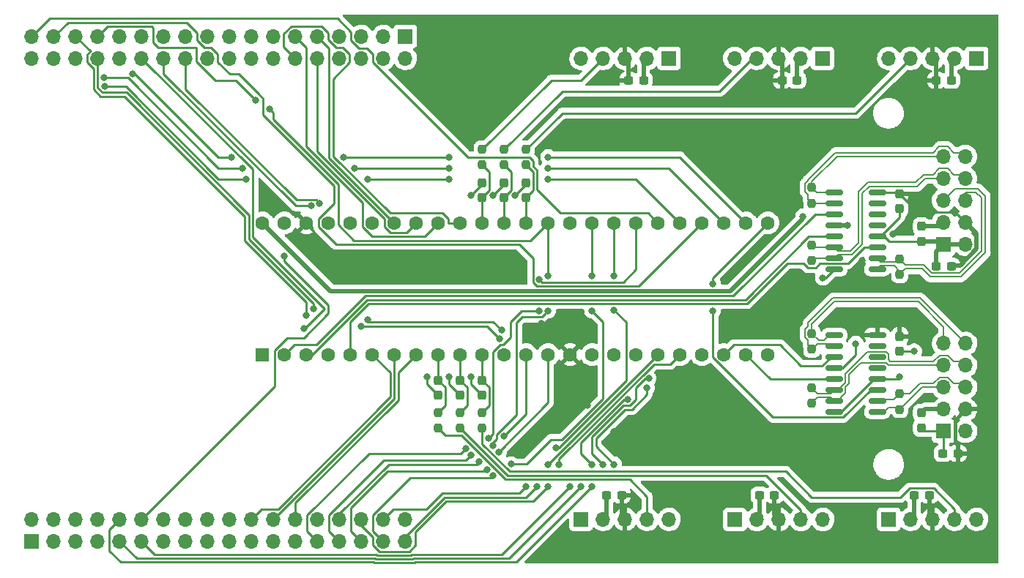
<source format=gbr>
G04 #@! TF.GenerationSoftware,KiCad,Pcbnew,(6.0.1)*
G04 #@! TF.CreationDate,2022-01-30T22:17:43+01:00*
G04 #@! TF.ProjectId,Teensy41_DualMotor,5465656e-7379-4343-915f-4475616c4d6f,1*
G04 #@! TF.SameCoordinates,Original*
G04 #@! TF.FileFunction,Copper,L1,Top*
G04 #@! TF.FilePolarity,Positive*
%FSLAX46Y46*%
G04 Gerber Fmt 4.6, Leading zero omitted, Abs format (unit mm)*
G04 Created by KiCad (PCBNEW (6.0.1)) date 2022-01-30 22:17:43*
%MOMM*%
%LPD*%
G01*
G04 APERTURE LIST*
G04 Aperture macros list*
%AMRoundRect*
0 Rectangle with rounded corners*
0 $1 Rounding radius*
0 $2 $3 $4 $5 $6 $7 $8 $9 X,Y pos of 4 corners*
0 Add a 4 corners polygon primitive as box body*
4,1,4,$2,$3,$4,$5,$6,$7,$8,$9,$2,$3,0*
0 Add four circle primitives for the rounded corners*
1,1,$1+$1,$2,$3*
1,1,$1+$1,$4,$5*
1,1,$1+$1,$6,$7*
1,1,$1+$1,$8,$9*
0 Add four rect primitives between the rounded corners*
20,1,$1+$1,$2,$3,$4,$5,0*
20,1,$1+$1,$4,$5,$6,$7,0*
20,1,$1+$1,$6,$7,$8,$9,0*
20,1,$1+$1,$8,$9,$2,$3,0*%
G04 Aperture macros list end*
G04 #@! TA.AperFunction,SMDPad,CuDef*
%ADD10RoundRect,0.237500X-0.237500X0.250000X-0.237500X-0.250000X0.237500X-0.250000X0.237500X0.250000X0*%
G04 #@! TD*
G04 #@! TA.AperFunction,SMDPad,CuDef*
%ADD11RoundRect,0.237500X0.237500X-0.300000X0.237500X0.300000X-0.237500X0.300000X-0.237500X-0.300000X0*%
G04 #@! TD*
G04 #@! TA.AperFunction,ComponentPad*
%ADD12R,1.700000X1.700000*%
G04 #@! TD*
G04 #@! TA.AperFunction,ComponentPad*
%ADD13O,1.700000X1.700000*%
G04 #@! TD*
G04 #@! TA.AperFunction,SMDPad,CuDef*
%ADD14RoundRect,0.237500X0.237500X-0.250000X0.237500X0.250000X-0.237500X0.250000X-0.237500X-0.250000X0*%
G04 #@! TD*
G04 #@! TA.AperFunction,SMDPad,CuDef*
%ADD15RoundRect,0.150000X-0.825000X-0.150000X0.825000X-0.150000X0.825000X0.150000X-0.825000X0.150000X0*%
G04 #@! TD*
G04 #@! TA.AperFunction,SMDPad,CuDef*
%ADD16RoundRect,0.237500X-0.237500X0.300000X-0.237500X-0.300000X0.237500X-0.300000X0.237500X0.300000X0*%
G04 #@! TD*
G04 #@! TA.AperFunction,SMDPad,CuDef*
%ADD17RoundRect,0.237500X-0.300000X-0.237500X0.300000X-0.237500X0.300000X0.237500X-0.300000X0.237500X0*%
G04 #@! TD*
G04 #@! TA.AperFunction,ComponentPad*
%ADD18R,1.600000X1.600000*%
G04 #@! TD*
G04 #@! TA.AperFunction,ComponentPad*
%ADD19C,1.600000*%
G04 #@! TD*
G04 #@! TA.AperFunction,SMDPad,CuDef*
%ADD20RoundRect,0.237500X0.300000X0.237500X-0.300000X0.237500X-0.300000X-0.237500X0.300000X-0.237500X0*%
G04 #@! TD*
G04 #@! TA.AperFunction,ViaPad*
%ADD21C,0.800000*%
G04 #@! TD*
G04 #@! TA.AperFunction,Conductor*
%ADD22C,0.250000*%
G04 #@! TD*
G04 #@! TA.AperFunction,Conductor*
%ADD23C,0.500000*%
G04 #@! TD*
G04 #@! TA.AperFunction,Conductor*
%ADD24C,0.400000*%
G04 #@! TD*
G04 #@! TA.AperFunction,Conductor*
%ADD25C,0.200000*%
G04 #@! TD*
G04 APERTURE END LIST*
D10*
X82550000Y-98147500D03*
X82550000Y-99972500D03*
X118110000Y-109220000D03*
X118110000Y-111045000D03*
X85090000Y-98147500D03*
X85090000Y-99972500D03*
D11*
X82550000Y-103732500D03*
X82550000Y-102007500D03*
D10*
X128270000Y-110847500D03*
X128270000Y-112672500D03*
X80010000Y-98147500D03*
X80010000Y-99972500D03*
D12*
X127000000Y-140970000D03*
D13*
X129540000Y-140970000D03*
X132080000Y-140970000D03*
X134620000Y-140970000D03*
X137160000Y-140970000D03*
D10*
X128270000Y-126445000D03*
X128270000Y-128270000D03*
D12*
X101600000Y-87630000D03*
D13*
X99060000Y-87630000D03*
X96520000Y-87630000D03*
X93980000Y-87630000D03*
X91440000Y-87630000D03*
D12*
X137160000Y-87630000D03*
D13*
X134620000Y-87630000D03*
X132080000Y-87630000D03*
X129540000Y-87630000D03*
X127000000Y-87630000D03*
D14*
X77470000Y-130452500D03*
X77470000Y-128627500D03*
D15*
X120715000Y-103147500D03*
X120715000Y-104417500D03*
X120715000Y-105687500D03*
X120715000Y-106957500D03*
X120715000Y-108227500D03*
X120715000Y-109497500D03*
X120715000Y-110767500D03*
X120715000Y-112037500D03*
X125665000Y-112037500D03*
X125665000Y-110767500D03*
X125665000Y-109497500D03*
X125665000Y-108227500D03*
X125665000Y-106957500D03*
X125665000Y-105687500D03*
X125665000Y-104417500D03*
X125665000Y-103147500D03*
D11*
X130790000Y-130372500D03*
X130790000Y-128647500D03*
D16*
X80010000Y-124867500D03*
X80010000Y-126592500D03*
D11*
X80010000Y-103732500D03*
X80010000Y-102007500D03*
X128270000Y-105002500D03*
X128270000Y-103277500D03*
D12*
X133330000Y-109160000D03*
D13*
X135870000Y-109160000D03*
X133330000Y-106620000D03*
X135870000Y-106620000D03*
X133330000Y-104080000D03*
X135870000Y-104080000D03*
X133330000Y-101540000D03*
X135870000Y-101540000D03*
X133330000Y-99000000D03*
X135870000Y-99000000D03*
D14*
X80010000Y-130452500D03*
X80010000Y-128627500D03*
X118110000Y-121285000D03*
X118110000Y-119460000D03*
D12*
X133350000Y-130780000D03*
D13*
X135890000Y-130780000D03*
X133350000Y-128240000D03*
X135890000Y-128240000D03*
X133350000Y-125700000D03*
X135890000Y-125700000D03*
X133350000Y-123160000D03*
X135890000Y-123160000D03*
X133350000Y-120620000D03*
X135890000Y-120620000D03*
D14*
X74930000Y-130452500D03*
X74930000Y-128627500D03*
D17*
X133249500Y-133350000D03*
X134974500Y-133350000D03*
D12*
X91440000Y-140970000D03*
D13*
X93980000Y-140970000D03*
X96520000Y-140970000D03*
X99060000Y-140970000D03*
X101600000Y-140970000D03*
D14*
X118110000Y-104417500D03*
X118110000Y-102592500D03*
D17*
X132487500Y-111700000D03*
X134212500Y-111700000D03*
X112067000Y-138176000D03*
X113792000Y-138176000D03*
D15*
X120715000Y-119657500D03*
X120715000Y-120927500D03*
X120715000Y-122197500D03*
X120715000Y-123467500D03*
X120715000Y-124737500D03*
X120715000Y-126007500D03*
X120715000Y-127277500D03*
X120715000Y-128547500D03*
X125665000Y-128547500D03*
X125665000Y-127277500D03*
X125665000Y-126007500D03*
X125665000Y-124737500D03*
X125665000Y-123467500D03*
X125665000Y-122197500D03*
X125665000Y-120927500D03*
X125665000Y-119657500D03*
D11*
X130790000Y-108782500D03*
X130790000Y-107057500D03*
D12*
X109220000Y-140995000D03*
D13*
X111760000Y-140995000D03*
X114300000Y-140995000D03*
X116840000Y-140995000D03*
X119380000Y-140995000D03*
D10*
X118110000Y-125730000D03*
X118110000Y-127555000D03*
D16*
X74930000Y-124867500D03*
X74930000Y-126592500D03*
D17*
X94387500Y-138176000D03*
X96112500Y-138176000D03*
D11*
X128270000Y-121512500D03*
X128270000Y-119787500D03*
X85090000Y-103732500D03*
X85090000Y-102007500D03*
D18*
X54610000Y-121920000D03*
D19*
X57150000Y-121920000D03*
X59690000Y-121920000D03*
X62230000Y-121920000D03*
X64770000Y-121920000D03*
X67310000Y-121920000D03*
X69850000Y-121920000D03*
X72390000Y-121920000D03*
X74930000Y-121920000D03*
X77470000Y-121920000D03*
X80010000Y-121920000D03*
X82550000Y-121920000D03*
X85090000Y-121920000D03*
X87630000Y-121920000D03*
X90170000Y-121920000D03*
X92710000Y-121920000D03*
X95250000Y-121920000D03*
X97790000Y-121920000D03*
X100330000Y-121920000D03*
X102870000Y-121920000D03*
X105410000Y-121920000D03*
X107950000Y-121920000D03*
X110490000Y-121920000D03*
X113030000Y-121920000D03*
X113030000Y-106680000D03*
X110490000Y-106680000D03*
X107950000Y-106680000D03*
X105410000Y-106680000D03*
X102870000Y-106680000D03*
X100330000Y-106680000D03*
X97790000Y-106680000D03*
X95250000Y-106680000D03*
X92710000Y-106680000D03*
X90170000Y-106680000D03*
X87630000Y-106680000D03*
X85090000Y-106680000D03*
X82550000Y-106680000D03*
X80010000Y-106680000D03*
X77470000Y-106680000D03*
X74930000Y-106680000D03*
X72390000Y-106680000D03*
X69850000Y-106680000D03*
X67310000Y-106680000D03*
X64770000Y-106680000D03*
X62230000Y-106680000D03*
X59690000Y-106680000D03*
X57150000Y-106680000D03*
X54610000Y-106680000D03*
D16*
X77470000Y-124867500D03*
X77470000Y-126592500D03*
D17*
X129947500Y-138176000D03*
X131672500Y-138176000D03*
D20*
X116402500Y-90170000D03*
X114677500Y-90170000D03*
X98652500Y-90170000D03*
X96927500Y-90170000D03*
X134212500Y-90170000D03*
X132487500Y-90170000D03*
D12*
X119350000Y-87630000D03*
D13*
X116810000Y-87630000D03*
X114270000Y-87630000D03*
X111730000Y-87630000D03*
X109190000Y-87630000D03*
D12*
X71120000Y-85090000D03*
D13*
X71120000Y-87630000D03*
X68580000Y-85090000D03*
X68580000Y-87630000D03*
X66040000Y-85090000D03*
X66040000Y-87630000D03*
X63500000Y-85090000D03*
X63500000Y-87630000D03*
X60960000Y-85090000D03*
X60960000Y-87630000D03*
X58420000Y-85090000D03*
X58420000Y-87630000D03*
X55880000Y-85090000D03*
X55880000Y-87630000D03*
X53340000Y-85090000D03*
X53340000Y-87630000D03*
X50800000Y-85090000D03*
X50800000Y-87630000D03*
X48260000Y-85090000D03*
X48260000Y-87630000D03*
X45720000Y-85090000D03*
X45720000Y-87630000D03*
X43180000Y-85090000D03*
X43180000Y-87630000D03*
X40640000Y-85090000D03*
X40640000Y-87630000D03*
X38100000Y-85090000D03*
X38100000Y-87630000D03*
X35560000Y-85090000D03*
X35560000Y-87630000D03*
X33020000Y-85090000D03*
X33020000Y-87630000D03*
X30480000Y-85090000D03*
X30480000Y-87630000D03*
X27940000Y-85090000D03*
X27940000Y-87630000D03*
D12*
X27940000Y-143510000D03*
D13*
X27940000Y-140970000D03*
X30480000Y-143510000D03*
X30480000Y-140970000D03*
X33020000Y-143510000D03*
X33020000Y-140970000D03*
X35560000Y-143510000D03*
X35560000Y-140970000D03*
X38100000Y-143510000D03*
X38100000Y-140970000D03*
X40640000Y-143510000D03*
X40640000Y-140970000D03*
X43180000Y-143510000D03*
X43180000Y-140970000D03*
X45720000Y-143510000D03*
X45720000Y-140970000D03*
X48260000Y-143510000D03*
X48260000Y-140970000D03*
X50800000Y-143510000D03*
X50800000Y-140970000D03*
X53340000Y-143510000D03*
X53340000Y-140970000D03*
X55880000Y-143510000D03*
X55880000Y-140970000D03*
X58420000Y-143510000D03*
X58420000Y-140970000D03*
X60960000Y-143510000D03*
X60960000Y-140970000D03*
X63500000Y-143510000D03*
X63500000Y-140970000D03*
X66040000Y-143510000D03*
X66040000Y-140970000D03*
X68580000Y-143510000D03*
X68580000Y-140970000D03*
X71120000Y-143510000D03*
X71120000Y-140970000D03*
D21*
X119380000Y-113030000D03*
X78740000Y-103505000D03*
X128270000Y-124460000D03*
X129947500Y-121512500D03*
X83820000Y-103505000D03*
X78740000Y-124460000D03*
X122197500Y-106957500D03*
X123190000Y-120650000D03*
X73660000Y-124460000D03*
X81274808Y-103505000D03*
X76200000Y-124460000D03*
X95250000Y-130810000D03*
X127000000Y-116840000D03*
X86854874Y-118284712D03*
X92196983Y-127756983D03*
X127000000Y-114300000D03*
X127508000Y-107950000D03*
X123952000Y-110998000D03*
X84582000Y-113284000D03*
X105410000Y-137160000D03*
X105410000Y-134112000D03*
X88900000Y-134620000D03*
X86360000Y-137160000D03*
X87630000Y-134620000D03*
X85090000Y-137160000D03*
X83345607Y-134586393D03*
X92710000Y-116840000D03*
X92710000Y-112797420D03*
X81263592Y-135906408D03*
X88514701Y-132710701D03*
X87630000Y-137160000D03*
X95250000Y-112776000D03*
X95250000Y-116744020D03*
X82550000Y-131318000D03*
X59690000Y-117348000D03*
X82033112Y-120072793D03*
X80556837Y-135199653D03*
X66028370Y-118618000D03*
X79676091Y-134318909D03*
X60478142Y-116623500D03*
X81948607Y-133189393D03*
X66743078Y-117893500D03*
X82228575Y-119092589D03*
X87630000Y-116840000D03*
X53848000Y-92456000D03*
X55429989Y-93472000D03*
X78740000Y-133574760D03*
X81241852Y-132482638D03*
X87630000Y-112797420D03*
X86609701Y-116835701D03*
X80734500Y-131621478D03*
X78135763Y-132778580D03*
X86614000Y-113246940D03*
X57150000Y-110490000D03*
X96812737Y-127097579D03*
X92710000Y-134620000D03*
X90170000Y-137160000D03*
X99060000Y-125730000D03*
X92710000Y-137160000D03*
X95250000Y-134620000D03*
X91440000Y-137160000D03*
X99255158Y-124655158D03*
X93980000Y-134620000D03*
X87630000Y-101600000D03*
X66802000Y-101600000D03*
X76200000Y-101600000D03*
X36389440Y-90864560D03*
X52760989Y-101600000D03*
X36292845Y-89869736D03*
X76200000Y-100330000D03*
X52319701Y-100334299D03*
X65278000Y-100330000D03*
X87630000Y-100330000D03*
X87630000Y-99060000D03*
X51049701Y-99064299D03*
X64008000Y-99060000D03*
X39628299Y-89403701D03*
X76200000Y-99060000D03*
X59436000Y-118872000D03*
X60265789Y-104710070D03*
X61214000Y-104394000D03*
X117094000Y-105918000D03*
X106680000Y-116840000D03*
X106680000Y-113696460D03*
D22*
X80010000Y-106680000D02*
X80010000Y-103732500D01*
X80809520Y-100772020D02*
X80010000Y-99972500D01*
X80809520Y-102932980D02*
X80809520Y-100772020D01*
X80010000Y-103732500D02*
X80809520Y-102932980D01*
D23*
X132487500Y-110002500D02*
X133330000Y-109160000D01*
X98652500Y-88037500D02*
X99060000Y-87630000D01*
D22*
X126041072Y-108227500D02*
X128270000Y-105998572D01*
X133350000Y-133249500D02*
X133350000Y-130780000D01*
D23*
X134212500Y-88037500D02*
X134620000Y-87630000D01*
X134212500Y-90170000D02*
X134212500Y-88037500D01*
X129947500Y-138760000D02*
X129947500Y-140562500D01*
D22*
X121642500Y-123467500D02*
X120715000Y-123467500D01*
X82550000Y-102007500D02*
X82550000Y-102229808D01*
D23*
X132952500Y-108782500D02*
X133330000Y-109160000D01*
D22*
X73660000Y-125322500D02*
X73660000Y-124460000D01*
D23*
X132487500Y-111700000D02*
X132487500Y-110002500D01*
X112197500Y-140557500D02*
X111760000Y-140995000D01*
D22*
X133249500Y-133350000D02*
X133350000Y-133249500D01*
D23*
X112037500Y-138760000D02*
X112037500Y-140717500D01*
X98652500Y-90170000D02*
X98652500Y-88037500D01*
D22*
X128270000Y-105998572D02*
X128270000Y-105002500D01*
D23*
X112037500Y-140717500D02*
X111760000Y-140995000D01*
D22*
X125665000Y-108227500D02*
X126041072Y-108227500D01*
X78740000Y-125322500D02*
X78740000Y-124460000D01*
X120715000Y-112037500D02*
X119722500Y-113030000D01*
X121478928Y-128547500D02*
X120715000Y-128547500D01*
X80010000Y-102007500D02*
X80010000Y-102235000D01*
X82550000Y-102229808D02*
X81274808Y-103505000D01*
D23*
X129947500Y-140562500D02*
X129540000Y-140970000D01*
D22*
X125665000Y-124737500D02*
X125288928Y-124737500D01*
X85090000Y-102007500D02*
X85090000Y-102235000D01*
X131197500Y-130780000D02*
X130790000Y-130372500D01*
X76200000Y-125322500D02*
X76200000Y-124460000D01*
X126492000Y-108204000D02*
X127070500Y-108782500D01*
D23*
X116402500Y-90170000D02*
X116402500Y-88037500D01*
D22*
X133350000Y-130780000D02*
X131197500Y-130780000D01*
X80010000Y-102235000D02*
X78740000Y-103505000D01*
D23*
X120715000Y-106957500D02*
X122197500Y-106957500D01*
D22*
X123190000Y-121920000D02*
X121642500Y-123467500D01*
D23*
X116402500Y-88037500D02*
X116810000Y-87630000D01*
D22*
X127070500Y-108782500D02*
X130790000Y-108782500D01*
X123190000Y-120650000D02*
X123190000Y-121920000D01*
X127992500Y-124737500D02*
X128270000Y-124460000D01*
X85090000Y-102235000D02*
X83820000Y-103505000D01*
X125665000Y-124737500D02*
X127992500Y-124737500D01*
D23*
X133330000Y-109160000D02*
X135870000Y-109160000D01*
D22*
X74930000Y-126592500D02*
X73660000Y-125322500D01*
X80010000Y-126592500D02*
X78740000Y-125322500D01*
D23*
X94387500Y-138760000D02*
X94387500Y-140562500D01*
X130790000Y-108782500D02*
X132952500Y-108782500D01*
D22*
X125288928Y-124737500D02*
X121478928Y-128547500D01*
X128270000Y-121512500D02*
X129947500Y-121512500D01*
X119722500Y-113030000D02*
X119380000Y-113030000D01*
X77470000Y-126592500D02*
X76200000Y-125322500D01*
D23*
X94387500Y-140562500D02*
X93980000Y-140970000D01*
D22*
X74930000Y-124867500D02*
X75729520Y-125667020D01*
X75729520Y-127827980D02*
X74930000Y-128627500D01*
X74930000Y-121920000D02*
X74930000Y-124867500D01*
X75729520Y-125667020D02*
X75729520Y-127827980D01*
X82550000Y-106680000D02*
X82550000Y-103732500D01*
X82550000Y-103732500D02*
X83349520Y-102932980D01*
X83349520Y-102932980D02*
X83349520Y-100772020D01*
X83349520Y-100772020D02*
X82550000Y-99972500D01*
X77470000Y-124867500D02*
X78269520Y-125667020D01*
X78269520Y-127827980D02*
X77470000Y-128627500D01*
X77470000Y-121920000D02*
X77470000Y-124867500D01*
X78269520Y-125667020D02*
X78269520Y-127827980D01*
X85889520Y-102932980D02*
X85889520Y-100772020D01*
X85090000Y-103732500D02*
X85889520Y-102932980D01*
X85090000Y-106680000D02*
X85090000Y-103732500D01*
X85889520Y-100772020D02*
X85090000Y-99972500D01*
X80010000Y-121920000D02*
X80010000Y-124867500D01*
X80010000Y-124867500D02*
X80809520Y-125667020D01*
X80809520Y-127827980D02*
X80010000Y-128627500D01*
X80809520Y-125667020D02*
X80809520Y-127827980D01*
D23*
X96112500Y-138760000D02*
X96112500Y-140562500D01*
D22*
X128270000Y-103277500D02*
X130437989Y-105445489D01*
D24*
X134649511Y-132109511D02*
X134649511Y-131318000D01*
D23*
X132487500Y-88037500D02*
X132080000Y-87630000D01*
D22*
X134695489Y-105445489D02*
X135870000Y-106620000D01*
D23*
X132487500Y-90170000D02*
X132487500Y-88037500D01*
X135289052Y-111578735D02*
X137169511Y-109698276D01*
X96112500Y-140562500D02*
X96520000Y-140970000D01*
X131672500Y-140562500D02*
X132080000Y-140970000D01*
D22*
X127277500Y-103147500D02*
X125665000Y-103147500D01*
X130774511Y-105445489D02*
X134695489Y-105445489D01*
D24*
X134649511Y-132109511D02*
X134974500Y-132434500D01*
D23*
X134212500Y-111578735D02*
X135289052Y-111578735D01*
D24*
X134640489Y-129489511D02*
X135890000Y-128240000D01*
D23*
X114677500Y-90170000D02*
X114677500Y-88037500D01*
D24*
X134640489Y-131308978D02*
X134640489Y-129489511D01*
D22*
X128270000Y-103277500D02*
X129540000Y-104547500D01*
D23*
X137169511Y-109698276D02*
X137169511Y-107919511D01*
D24*
X134974500Y-132434500D02*
X134974500Y-133350000D01*
D23*
X137169511Y-107919511D02*
X135870000Y-106620000D01*
X113762500Y-140457500D02*
X114300000Y-140995000D01*
X131672500Y-138760000D02*
X131672500Y-140562500D01*
X114677500Y-88037500D02*
X114270000Y-87630000D01*
X96927500Y-90170000D02*
X96927500Y-88037500D01*
X134212500Y-111700000D02*
X134212500Y-111578735D01*
D22*
X128140000Y-103147500D02*
X127277500Y-103147500D01*
X128270000Y-103277500D02*
X128140000Y-103147500D01*
D23*
X96927500Y-88037500D02*
X96520000Y-87630000D01*
D24*
X134649511Y-131318000D02*
X134640489Y-131308978D01*
D23*
X113762500Y-138760000D02*
X113762500Y-140457500D01*
D22*
X130437989Y-105445489D02*
X130774511Y-105445489D01*
X71120000Y-142986648D02*
X71120000Y-143510000D01*
X75676648Y-138430000D02*
X71120000Y-142986648D01*
X88900000Y-134620000D02*
X88900000Y-133985718D01*
X88900000Y-133985718D02*
X99841207Y-123044511D01*
X101745489Y-123044511D02*
X102870000Y-121920000D01*
X99841207Y-123044511D02*
X101745489Y-123044511D01*
X86360000Y-137160000D02*
X85090000Y-138430000D01*
X85090000Y-138430000D02*
X75676648Y-138430000D01*
X73564511Y-139795489D02*
X69754511Y-139795489D01*
X84269520Y-137980480D02*
X75379520Y-137980480D01*
X85090000Y-137160000D02*
X84269520Y-137980480D01*
X69754511Y-139795489D02*
X68580000Y-140970000D01*
X87630000Y-134620000D02*
X100330000Y-121920000D01*
X75379520Y-137980480D02*
X73564511Y-139795489D01*
X92710000Y-112797420D02*
X92710000Y-106680000D01*
X93980000Y-126998564D02*
X89246374Y-131732190D01*
X87977810Y-131732190D02*
X85123607Y-134586393D01*
X93980000Y-118110000D02*
X93980000Y-126998564D01*
X67405489Y-140483501D02*
X67405489Y-142335489D01*
X81263592Y-135906408D02*
X81005009Y-136164991D01*
X81005009Y-136164991D02*
X71723999Y-136164991D01*
X71723999Y-136164991D02*
X67405489Y-140483501D01*
X92710000Y-116840000D02*
X93980000Y-118110000D01*
X89246374Y-131732190D02*
X87977810Y-131732190D01*
X85123607Y-134586393D02*
X83345607Y-134586393D01*
X67405489Y-142335489D02*
X68580000Y-143510000D01*
X67405489Y-143023501D02*
X66040000Y-141658012D01*
X85910480Y-138879520D02*
X75862846Y-138879520D01*
X72294511Y-143996499D02*
X71606499Y-144684511D01*
X67405489Y-143996499D02*
X67405489Y-143023501D01*
X88903581Y-132710701D02*
X96665489Y-124948793D01*
X71606499Y-144684511D02*
X68093501Y-144684511D01*
X96665489Y-118159509D02*
X95250000Y-116744020D01*
X68093501Y-144684511D02*
X67405489Y-143996499D01*
X95250000Y-112776000D02*
X95250000Y-106680000D01*
X96665489Y-124948793D02*
X96665489Y-118159509D01*
X66040000Y-141658012D02*
X66040000Y-140970000D01*
X87630000Y-137160000D02*
X85910480Y-138879520D01*
X88514701Y-132710701D02*
X88903581Y-132710701D01*
X75862846Y-138879520D02*
X72294511Y-142447855D01*
X72294511Y-142447855D02*
X72294511Y-143996499D01*
X85090000Y-128778000D02*
X85090000Y-121920000D01*
X52586449Y-108721883D02*
X52586449Y-105927885D01*
X82033112Y-120072793D02*
X80578319Y-118618000D01*
X64865489Y-142335489D02*
X66040000Y-143510000D01*
X34385489Y-87143501D02*
X34729495Y-86799495D01*
X59690000Y-117348000D02*
X59690000Y-115825436D01*
X59690000Y-115825436D02*
X52586449Y-108721883D01*
X35903139Y-92038591D02*
X35110480Y-91245931D01*
X35110480Y-91245931D02*
X35110480Y-88841490D01*
X80316010Y-135440480D02*
X69029520Y-135440480D01*
X82550000Y-131318000D02*
X85090000Y-128778000D01*
X69029520Y-135440480D02*
X64865489Y-139604511D01*
X64865489Y-139604511D02*
X64865489Y-142335489D01*
X80556837Y-135199653D02*
X80316010Y-135440480D01*
X80578319Y-118618000D02*
X66028370Y-118618000D01*
X52586449Y-105927885D02*
X38697155Y-92038591D01*
X34385489Y-88116499D02*
X34385489Y-87143501D01*
X38697155Y-92038591D02*
X35903139Y-92038591D01*
X34729495Y-86799495D02*
X33020000Y-85090000D01*
X35110480Y-88841490D02*
X34385489Y-88116499D01*
X60478142Y-116623500D02*
X60478142Y-115977860D01*
X69214283Y-134620000D02*
X63500000Y-140334283D01*
X38883353Y-91589071D02*
X36089337Y-91589071D01*
X81245986Y-118110000D02*
X66959578Y-118110000D01*
X81948607Y-133189393D02*
X81948607Y-133172883D01*
X60478142Y-115977860D02*
X53035969Y-108535686D01*
X87630000Y-127491490D02*
X87630000Y-121920000D01*
X79375000Y-134620000D02*
X69214283Y-134620000D01*
X35560000Y-91059734D02*
X35560000Y-87630000D01*
X82228575Y-119092589D02*
X81245986Y-118110000D01*
X53035969Y-108535686D02*
X53035969Y-105741687D01*
X79676091Y-134318909D02*
X79375000Y-134620000D01*
X36089337Y-91589071D02*
X35560000Y-91059734D01*
X81948607Y-133172883D02*
X87630000Y-127491490D01*
X66959578Y-118110000D02*
X66743078Y-117893500D01*
X63500000Y-140334283D02*
X63500000Y-140970000D01*
X53035969Y-105741687D02*
X38883353Y-91589071D01*
X82249897Y-130593489D02*
X81708560Y-131134826D01*
X68638510Y-134170480D02*
X62325489Y-140483501D01*
X87630000Y-112797420D02*
X87630000Y-106680000D01*
X49138990Y-90170000D02*
X46990000Y-88021010D01*
X78144280Y-134170480D02*
X68638510Y-134170480D01*
X65203251Y-108703551D02*
X85606449Y-108703551D01*
X87334212Y-116840000D02*
X87334212Y-117135804D01*
X46990000Y-88021010D02*
X46990000Y-86360000D01*
X53848000Y-92456000D02*
X51562000Y-90170000D01*
X87334212Y-117135804D02*
X86909804Y-117560212D01*
X83965489Y-128886511D02*
X82258511Y-130593489D01*
X82258511Y-130593489D02*
X82249897Y-130593489D01*
X81708560Y-131134826D02*
X81708560Y-131672032D01*
X51562000Y-90170000D02*
X49138990Y-90170000D01*
X81241852Y-132138740D02*
X81241852Y-132482638D01*
X78740000Y-133574760D02*
X78144280Y-134170480D01*
X85606449Y-108703551D02*
X87630000Y-106680000D01*
X55880000Y-93922011D02*
X55880000Y-94704991D01*
X36734511Y-83915489D02*
X35560000Y-85090000D01*
X41821858Y-83915489D02*
X36734511Y-83915489D01*
X63354511Y-106854811D02*
X65203251Y-108703551D01*
X63354511Y-102179502D02*
X63354511Y-106854811D01*
X84623788Y-117560212D02*
X83965489Y-118218511D01*
X42005489Y-84099120D02*
X41821858Y-83915489D01*
X55880000Y-94704991D02*
X63354511Y-102179502D01*
X86909804Y-117560212D02*
X84623788Y-117560212D01*
X87630000Y-116840000D02*
X87334212Y-116840000D01*
X81708560Y-131672032D02*
X81241852Y-132138740D01*
X42545718Y-86360000D02*
X42005489Y-85819771D01*
X62325489Y-142335489D02*
X63500000Y-143510000D01*
X55429989Y-93472000D02*
X55880000Y-93922011D01*
X62325489Y-140483501D02*
X62325489Y-142335489D01*
X42005489Y-85819771D02*
X42005489Y-84099120D01*
X46990000Y-86360000D02*
X42545718Y-86360000D01*
X83965489Y-118218511D02*
X83965489Y-128886511D01*
X96282080Y-113521920D02*
X97790000Y-112014000D01*
X66918990Y-133350000D02*
X59785489Y-140483501D01*
X82404511Y-120795489D02*
X82084211Y-120795489D01*
X86614000Y-113246940D02*
X86888980Y-113521920D01*
X83312000Y-119888000D02*
X82404511Y-120795489D01*
X84586299Y-116835701D02*
X83312000Y-118110000D01*
X77564343Y-133350000D02*
X66918990Y-133350000D01*
X82084211Y-120795489D02*
X81259040Y-121620660D01*
X83312000Y-118110000D02*
X83312000Y-119888000D01*
X86888980Y-113521920D02*
X96282080Y-113521920D01*
X81259040Y-131096938D02*
X80734500Y-131621478D01*
X81259040Y-121620660D02*
X81259040Y-131096938D01*
X86609701Y-116835701D02*
X84586299Y-116835701D01*
X97790000Y-112014000D02*
X97790000Y-106680000D01*
X78135763Y-132778580D02*
X77564343Y-133350000D01*
X59785489Y-142335489D02*
X60960000Y-143510000D01*
X59785489Y-140483501D02*
X59785489Y-142335489D01*
X70299520Y-127186197D02*
X70299520Y-124010480D01*
X70299520Y-124010480D02*
X72390000Y-121920000D01*
X58420000Y-140970000D02*
X58420000Y-139065718D01*
X58420000Y-139065718D02*
X70299520Y-127186197D01*
X69850000Y-127000000D02*
X69850000Y-121920000D01*
X55880000Y-140970000D02*
X69850000Y-127000000D01*
X69400480Y-126813802D02*
X56418793Y-139795489D01*
X69400480Y-124010480D02*
X69400480Y-126813802D01*
X56418793Y-139795489D02*
X54514511Y-139795489D01*
X54514511Y-139795489D02*
X53340000Y-140970000D01*
X67310000Y-121920000D02*
X69400480Y-124010480D01*
X57150000Y-110490000D02*
X57150000Y-111125000D01*
X59372500Y-120015000D02*
X57464700Y-120015000D01*
X56025489Y-125584511D02*
X40640000Y-140970000D01*
X56025489Y-121454211D02*
X56025489Y-125584511D01*
X57464700Y-120015000D02*
X56025489Y-121454211D01*
X62230000Y-117157500D02*
X59372500Y-120015000D01*
X62230000Y-116205000D02*
X62230000Y-117157500D01*
X57150000Y-111125000D02*
X62230000Y-116205000D01*
X96423857Y-127097579D02*
X91440000Y-132081436D01*
X67807272Y-145034000D02*
X42164000Y-145034000D01*
X71792696Y-145134031D02*
X67907304Y-145134031D01*
X91440000Y-132081436D02*
X91440000Y-133350000D01*
X96812737Y-127097579D02*
X96423857Y-127097579D01*
X42164000Y-145034000D02*
X40640000Y-143510000D01*
X67907304Y-145134031D02*
X67807272Y-145034000D01*
X90170000Y-137160000D02*
X82296000Y-145034000D01*
X91440000Y-133350000D02*
X92710000Y-134620000D01*
X71892727Y-145034000D02*
X71792696Y-145134031D01*
X82296000Y-145034000D02*
X71892727Y-145034000D01*
X72165090Y-146033071D02*
X67534910Y-146033071D01*
X93159520Y-131633352D02*
X96521262Y-128271610D01*
X72265121Y-145933040D02*
X72165090Y-146033071D01*
X36925489Y-142144511D02*
X38100000Y-140970000D01*
X99060000Y-126510648D02*
X99060000Y-125730000D01*
X67534910Y-146033071D02*
X67434878Y-145933040D01*
X93159520Y-132529520D02*
X93159520Y-131633352D01*
X83936960Y-145933040D02*
X72265121Y-145933040D01*
X95250000Y-134620000D02*
X93159520Y-132529520D01*
X67434878Y-145933040D02*
X38237040Y-145933040D01*
X96521262Y-128271610D02*
X97299038Y-128271610D01*
X36925489Y-144621489D02*
X36925489Y-142144511D01*
X92710000Y-137160000D02*
X83936960Y-145933040D01*
X97299038Y-128271610D02*
X99060000Y-126510648D01*
X38237040Y-145933040D02*
X36925489Y-144621489D01*
X98866278Y-124655158D02*
X97790718Y-125730718D01*
X97112840Y-127822090D02*
X96335064Y-127822090D01*
X97790718Y-127144212D02*
X97112840Y-127822090D01*
X72078925Y-145483520D02*
X71978893Y-145583551D01*
X92710000Y-133350000D02*
X93980000Y-134620000D01*
X83116480Y-145483520D02*
X72078925Y-145483520D01*
X71978893Y-145583551D02*
X67721107Y-145583551D01*
X67721107Y-145583551D02*
X67621076Y-145483520D01*
X97790718Y-125730718D02*
X97790718Y-127144212D01*
X96335064Y-127822090D02*
X92710000Y-131447154D01*
X99255158Y-124655158D02*
X98866278Y-124655158D01*
X40073520Y-145483520D02*
X38100000Y-143510000D01*
X67621076Y-145483520D02*
X40073520Y-145483520D01*
X91440000Y-137160000D02*
X83116480Y-145483520D01*
X92710000Y-131447154D02*
X92710000Y-133350000D01*
X86339040Y-102849040D02*
X89045489Y-105555489D01*
X86339040Y-100585823D02*
X86339040Y-102849040D01*
X67405489Y-87143501D02*
X67405489Y-88116499D01*
X64865489Y-84603501D02*
X64865489Y-85576499D01*
X63278437Y-83016449D02*
X64865489Y-84603501D01*
X64865489Y-85576499D02*
X65744479Y-86455489D01*
X30013551Y-83016449D02*
X63278437Y-83016449D01*
X27940000Y-85090000D02*
X30013551Y-83016449D01*
X65744479Y-86455489D02*
X66717477Y-86455489D01*
X85889520Y-99489704D02*
X85889520Y-100136303D01*
X99205489Y-105555489D02*
X100330000Y-106680000D01*
X89045489Y-105555489D02*
X99205489Y-105555489D01*
X85459816Y-99060000D02*
X85889520Y-99489704D01*
X67405489Y-88116499D02*
X78348990Y-99060000D01*
X85889520Y-100136303D02*
X86339040Y-100585823D01*
X78348990Y-99060000D02*
X85459816Y-99060000D01*
X66717477Y-86455489D02*
X67405489Y-87143501D01*
X102870000Y-106680000D02*
X97790000Y-101600000D01*
X38794560Y-90864560D02*
X49530000Y-101600000D01*
X49530000Y-101600000D02*
X52760989Y-101600000D01*
X36389440Y-90864560D02*
X38794560Y-90864560D01*
X76200000Y-101600000D02*
X66802000Y-101600000D01*
X97790000Y-101600000D02*
X87630000Y-101600000D01*
X61105489Y-107145789D02*
X63112771Y-109153071D01*
X84261071Y-109153071D02*
X85889489Y-110781489D01*
X85889489Y-113547043D02*
X86313886Y-113971440D01*
X32104031Y-83465969D02*
X45852468Y-83465969D01*
X62904991Y-102365700D02*
X62904991Y-104414709D01*
X54139489Y-91731489D02*
X54148103Y-91731489D01*
X54705489Y-94166198D02*
X62904991Y-102365700D01*
X47085489Y-84698990D02*
X47085489Y-85576499D01*
X50837489Y-89445489D02*
X51853489Y-89445489D01*
X85889489Y-110781489D02*
X85889489Y-113547043D01*
X62904991Y-104414709D02*
X61105489Y-106214211D01*
X49434511Y-88042511D02*
X50837489Y-89445489D01*
X47085489Y-85576499D02*
X47868990Y-86360000D01*
X47868990Y-86360000D02*
X48651010Y-86360000D01*
X45852468Y-83465969D02*
X47085489Y-84698990D01*
X54148103Y-91731489D02*
X54705489Y-92288875D01*
X54705489Y-92288875D02*
X54705489Y-94166198D01*
X51853489Y-89445489D02*
X54139489Y-91731489D01*
X63112771Y-109153071D02*
X84261071Y-109153071D01*
X49434511Y-87143501D02*
X49434511Y-88042511D01*
X30480000Y-85090000D02*
X32104031Y-83465969D01*
X61105489Y-106214211D02*
X61105489Y-107145789D01*
X86313886Y-113971440D02*
X98118560Y-113971440D01*
X98118560Y-113971440D02*
X105410000Y-106680000D01*
X48651010Y-86360000D02*
X49434511Y-87143501D01*
X49534299Y-100334299D02*
X52319701Y-100334299D01*
X107950000Y-106680000D02*
X101600000Y-100330000D01*
X76200000Y-100330000D02*
X65278000Y-100330000D01*
X39069736Y-89869736D02*
X49534299Y-100334299D01*
X101600000Y-100330000D02*
X87630000Y-100330000D01*
X36292845Y-89869736D02*
X39069736Y-89869736D01*
X49534299Y-99064299D02*
X51049701Y-99064299D01*
X39873701Y-89403701D02*
X49534299Y-99064299D01*
X39628299Y-89403701D02*
X39873701Y-89403701D01*
X76200000Y-99060000D02*
X64008000Y-99060000D01*
X102870000Y-99060000D02*
X87630000Y-99060000D01*
X110490000Y-106680000D02*
X102870000Y-99060000D01*
X53485489Y-108349489D02*
X53485489Y-100475489D01*
X61740750Y-116604750D02*
X53485489Y-108349489D01*
X53485489Y-100475489D02*
X40640000Y-87630000D01*
X59473500Y-118872000D02*
X61740750Y-116604750D01*
X59436000Y-118872000D02*
X59473500Y-118872000D01*
X43180000Y-89408000D02*
X43180000Y-87630000D01*
X60265789Y-104710070D02*
X58482070Y-104710070D01*
X58482070Y-104710070D02*
X43180000Y-89408000D01*
X45720000Y-91186000D02*
X58519559Y-103985559D01*
X45720000Y-87630000D02*
X45720000Y-91186000D01*
X60805559Y-103985559D02*
X61214000Y-104394000D01*
X58519559Y-103985559D02*
X60805559Y-103985559D01*
X62775009Y-90016001D02*
X62775009Y-98969291D01*
X62230000Y-85481010D02*
X63108990Y-86360000D01*
X64674511Y-88116499D02*
X62775009Y-90016001D01*
X61446499Y-83915489D02*
X62230000Y-84698990D01*
X75395789Y-105555489D02*
X76054511Y-106214211D01*
X69361207Y-105555489D02*
X75395789Y-105555489D01*
X76054511Y-106214211D02*
X76054511Y-106680000D01*
X57054511Y-86264511D02*
X57054511Y-84794479D01*
X64674511Y-87143501D02*
X64674511Y-88116499D01*
X57054511Y-84794479D02*
X57933501Y-83915489D01*
X76054511Y-106680000D02*
X77470000Y-106680000D01*
X57933501Y-83915489D02*
X61446499Y-83915489D01*
X62775009Y-98969291D02*
X69361207Y-105555489D01*
X62230000Y-84698990D02*
X62230000Y-85481010D01*
X63108990Y-86360000D02*
X63891010Y-86360000D01*
X63891010Y-86360000D02*
X64674511Y-87143501D01*
X58420000Y-87630000D02*
X57054511Y-86264511D01*
X58420000Y-85090000D02*
X59690000Y-86360000D01*
X59690000Y-97814439D02*
X66185489Y-104309928D01*
X66185489Y-107145789D02*
X67293731Y-108254031D01*
X66185489Y-104309928D02*
X66185489Y-107145789D01*
X73355969Y-108254031D02*
X74930000Y-106680000D01*
X59690000Y-86360000D02*
X59690000Y-97814439D01*
X67293731Y-108254031D02*
X73355969Y-108254031D01*
X68725489Y-106214211D02*
X68725489Y-107145789D01*
X68725489Y-107145789D02*
X69384211Y-107804511D01*
X69384211Y-107804511D02*
X71265489Y-107804511D01*
X60960000Y-87630000D02*
X60960000Y-98448722D01*
X71265489Y-107804511D02*
X72390000Y-106680000D01*
X60960000Y-98448722D02*
X68725489Y-106214211D01*
X62325489Y-99155489D02*
X69850000Y-106680000D01*
X62325489Y-86455489D02*
X62325489Y-99155489D01*
X60960000Y-85090000D02*
X62325489Y-86455489D01*
X77646302Y-131264520D02*
X82721302Y-136339520D01*
X99060000Y-138340714D02*
X99060000Y-140970000D01*
X74930000Y-130452500D02*
X75742020Y-131264520D01*
X82721302Y-136339520D02*
X97058806Y-136339520D01*
X75742020Y-131264520D02*
X77646302Y-131264520D01*
X97058806Y-136339520D02*
X99060000Y-138340714D01*
X87987500Y-90170000D02*
X80010000Y-98147500D01*
X93980000Y-87630000D02*
X91440000Y-90170000D01*
X91440000Y-90170000D02*
X87987500Y-90170000D01*
X77470000Y-130452500D02*
X82907500Y-135890000D01*
X116840000Y-139891684D02*
X116840000Y-140995000D01*
X82907500Y-135890000D02*
X112838316Y-135890000D01*
X112838316Y-135890000D02*
X116840000Y-139891684D01*
X89257500Y-91440000D02*
X82550000Y-98147500D01*
X111730000Y-87164470D02*
X107454470Y-91440000D01*
X107454470Y-91440000D02*
X89257500Y-91440000D01*
X112209520Y-135440480D02*
X115120480Y-135440480D01*
X115120480Y-135440480D02*
X118110000Y-138430000D01*
X112209520Y-135440480D02*
X83175096Y-135440480D01*
X134620000Y-139791184D02*
X134620000Y-140970000D01*
X129414704Y-137376480D02*
X132205296Y-137376480D01*
X128361184Y-138430000D02*
X118110000Y-138430000D01*
X128361184Y-138430000D02*
X129414704Y-137376480D01*
X132205296Y-137376480D02*
X134620000Y-139791184D01*
X83175096Y-135440480D02*
X80010000Y-132275384D01*
X80010000Y-132275384D02*
X80010000Y-130452500D01*
X85090000Y-98147500D02*
X89257500Y-93980000D01*
X123190000Y-93980000D02*
X129540000Y-87630000D01*
X89257500Y-93980000D02*
X123190000Y-93980000D01*
D25*
X135420000Y-98550000D02*
X135870000Y-99000000D01*
X117335480Y-103064940D02*
X117335480Y-102120060D01*
X118110000Y-104417500D02*
X117660000Y-103967500D01*
X120822300Y-98550000D02*
X132154345Y-98550000D01*
X134505655Y-98550000D02*
X135420000Y-98550000D01*
X120715000Y-104417500D02*
X118110000Y-104417500D01*
X117335480Y-102120060D02*
X117660000Y-101795540D01*
X132154345Y-98550000D02*
X132853856Y-97850489D01*
X132853856Y-97850489D02*
X133806144Y-97850489D01*
X117660000Y-101712300D02*
X120822300Y-98550000D01*
X117660000Y-101795540D02*
X117660000Y-101712300D01*
X133806144Y-97850489D02*
X134505655Y-98550000D01*
X117660000Y-103967500D02*
X117660000Y-103389460D01*
X117660000Y-103389460D02*
X117335480Y-103064940D01*
X118110000Y-102592500D02*
X118110000Y-101898700D01*
X118665000Y-103147500D02*
X118110000Y-102592500D01*
X120715000Y-103147500D02*
X118665000Y-103147500D01*
X121008700Y-99000000D02*
X133330000Y-99000000D01*
X118110000Y-101898700D02*
X121008700Y-99000000D01*
X130101311Y-101990489D02*
X131001800Y-101090000D01*
X134505655Y-101090000D02*
X135420000Y-101090000D01*
X132154345Y-101090000D02*
X132853856Y-100390489D01*
X122535755Y-109907499D02*
X123490969Y-108952285D01*
X120715000Y-109497500D02*
X121124999Y-109907499D01*
X124574910Y-101990489D02*
X130101311Y-101990489D01*
X131001800Y-101090000D02*
X132154345Y-101090000D01*
X121124999Y-109907499D02*
X122535755Y-109907499D01*
X133806144Y-100390489D02*
X134505655Y-101090000D01*
X123490969Y-103074430D02*
X124574910Y-101990489D01*
X118387500Y-109497500D02*
X120715000Y-109497500D01*
X118110000Y-109220000D02*
X118387500Y-109497500D01*
X123490969Y-108952285D02*
X123490969Y-103074430D01*
X132853856Y-100390489D02*
X133806144Y-100390489D01*
X118387500Y-110767500D02*
X120715000Y-110767500D01*
X121124999Y-110357501D02*
X122722137Y-110357501D01*
X130287720Y-102440480D02*
X131188200Y-101540000D01*
X124761303Y-102440480D02*
X130287720Y-102440480D01*
X131188200Y-101540000D02*
X133330000Y-101540000D01*
X123940960Y-109138678D02*
X123940960Y-103260823D01*
X123940960Y-103260823D02*
X124761303Y-102440480D01*
X122722137Y-110357501D02*
X123940960Y-109138678D01*
X118110000Y-111045000D02*
X118387500Y-110767500D01*
X120715000Y-110767500D02*
X121124999Y-110357501D01*
X131965060Y-112474520D02*
X131025539Y-111534999D01*
X135170405Y-112474520D02*
X131965060Y-112474520D01*
X135870000Y-104080000D02*
X135870000Y-103110420D01*
X125665000Y-110767500D02*
X126074999Y-111177499D01*
X137719031Y-103747231D02*
X137719031Y-109925894D01*
X137082220Y-103110420D02*
X137719031Y-103747231D01*
X137719031Y-109925894D02*
X135170405Y-112474520D01*
X128957499Y-111534999D02*
X128270000Y-110847500D01*
X135870000Y-103110420D02*
X137082220Y-103110420D01*
X126074999Y-111177499D02*
X127806699Y-111177499D01*
X131025539Y-111534999D02*
X128957499Y-111534999D01*
X126074999Y-111627501D02*
X125665000Y-112037500D01*
X128270000Y-112672500D02*
X128957499Y-111985001D01*
X138169022Y-103560822D02*
X137319100Y-102710900D01*
X134699100Y-102710900D02*
X133330000Y-104080000D01*
X138169022Y-110112287D02*
X138169022Y-103560822D01*
X130839158Y-111985001D02*
X131778668Y-112924511D01*
X137319100Y-102710900D02*
X134699100Y-102710900D01*
X128957499Y-111985001D02*
X130839158Y-111985001D01*
X128270000Y-112672500D02*
X128270000Y-112277200D01*
X135356798Y-112924511D02*
X138169022Y-110112287D01*
X128270000Y-112277200D02*
X127620301Y-111627501D01*
X131778668Y-112924511D02*
X135356798Y-112924511D01*
X127620301Y-111627501D02*
X126074999Y-111627501D01*
D23*
X131197500Y-128240000D02*
X130790000Y-128647500D01*
X117094000Y-106172000D02*
X108720040Y-114545960D01*
X132892500Y-107057500D02*
X133330000Y-106620000D01*
X117094000Y-105918000D02*
X117094000Y-106172000D01*
X108720040Y-114545960D02*
X62475960Y-114545960D01*
X130790000Y-107057500D02*
X132892500Y-107057500D01*
X133350000Y-128240000D02*
X131197500Y-128240000D01*
X62475960Y-114545960D02*
X54610000Y-106680000D01*
D25*
X135890000Y-120620000D02*
X130615000Y-115345000D01*
X117335480Y-118987560D02*
X117335480Y-119932440D01*
X118745000Y-120650000D02*
X120437500Y-120650000D01*
X117660000Y-118241800D02*
X117660000Y-118672980D01*
X120437500Y-120650000D02*
X120715000Y-120927500D01*
X117650060Y-118672980D02*
X117335480Y-118987560D01*
X117660000Y-120256960D02*
X117660000Y-120835000D01*
X120556800Y-115345000D02*
X117660000Y-118241800D01*
X118110000Y-121285000D02*
X118745000Y-120650000D01*
X130615000Y-115345000D02*
X120556800Y-115345000D01*
X117660000Y-118672980D02*
X117650060Y-118672980D01*
X117335480Y-119932440D02*
X117660000Y-120256960D01*
X117660000Y-120835000D02*
X118110000Y-121285000D01*
X118110000Y-119460000D02*
X118900481Y-120250480D01*
X118110000Y-118428200D02*
X118110000Y-119460000D01*
X120081397Y-119657500D02*
X120715000Y-119657500D01*
X120743200Y-115795000D02*
X118110000Y-118428200D01*
X130428603Y-115795000D02*
X120743200Y-115795000D01*
X133350000Y-120620000D02*
X133350000Y-118716397D01*
X118900481Y-120250480D02*
X119488417Y-120250480D01*
X133350000Y-118716397D02*
X130428603Y-115795000D01*
X119488417Y-120250480D02*
X120081397Y-119657500D01*
X118797499Y-126417499D02*
X118110000Y-125730000D01*
X132174345Y-122710000D02*
X132873856Y-122010489D01*
X121127094Y-126007500D02*
X121989520Y-125145074D01*
X120305001Y-126417499D02*
X118797499Y-126417499D01*
X120715000Y-126007500D02*
X120305001Y-126417499D01*
X134525655Y-122710000D02*
X135440000Y-122710000D01*
X126939520Y-121861303D02*
X126939520Y-122494919D01*
X127154601Y-122710000D02*
X132174345Y-122710000D01*
X126939520Y-122494919D02*
X127154601Y-122710000D01*
X132873856Y-122010489D02*
X133826144Y-122010489D01*
X124529572Y-121597980D02*
X126676197Y-121597980D01*
X120715000Y-126007500D02*
X121127094Y-126007500D01*
X133826144Y-122010489D02*
X134525655Y-122710000D01*
X126676197Y-121597980D02*
X126939520Y-121861303D01*
X135440000Y-122710000D02*
X135890000Y-123160000D01*
X121989520Y-125145074D02*
X121989520Y-124138032D01*
X121989520Y-124138032D02*
X124529572Y-121597980D01*
X126939520Y-123131303D02*
X126939520Y-123160000D01*
X121989520Y-126343697D02*
X121989520Y-125710080D01*
X126676197Y-122867980D02*
X126939520Y-123131303D01*
X121989520Y-125710080D02*
X122439511Y-125260089D01*
X123538200Y-123154358D02*
X123824578Y-122867980D01*
X126939520Y-123160000D02*
X133350000Y-123160000D01*
X122439511Y-125260089D02*
X122439511Y-124258689D01*
X123538200Y-123160000D02*
X123538200Y-123154358D01*
X121505717Y-127277500D02*
X121505717Y-126827500D01*
X118797499Y-126867501D02*
X118110000Y-127555000D01*
X123824578Y-122867980D02*
X126676197Y-122867980D01*
X122439511Y-124258689D02*
X123538200Y-123160000D01*
X120715000Y-127277500D02*
X120305001Y-126867501D01*
X121505717Y-126827500D02*
X121989520Y-126343697D01*
X120715000Y-127277500D02*
X121505717Y-127277500D01*
X120305001Y-126867501D02*
X118797499Y-126867501D01*
X132174345Y-125250000D02*
X132873856Y-124550489D01*
X132873856Y-124550489D02*
X133826144Y-124550489D01*
X129458603Y-126445000D02*
X130653603Y-125250000D01*
X135440000Y-125250000D02*
X135890000Y-125700000D01*
X127582501Y-127132499D02*
X128270000Y-126445000D01*
X130653603Y-125250000D02*
X132174345Y-125250000D01*
X126443604Y-127132499D02*
X127582501Y-127132499D01*
X133826144Y-124550489D02*
X134525655Y-125250000D01*
X125665000Y-127277500D02*
X126298603Y-127277500D01*
X134525655Y-125250000D02*
X135440000Y-125250000D01*
X126298603Y-127277500D02*
X126443604Y-127132499D01*
X128270000Y-126445000D02*
X129458603Y-126445000D01*
X128270000Y-128270000D02*
X130840000Y-125700000D01*
X130840000Y-125700000D02*
X133350000Y-125700000D01*
X128016000Y-128016000D02*
X128270000Y-128270000D01*
X126468500Y-128547500D02*
X127000000Y-128016000D01*
X125665000Y-128547500D02*
X126468500Y-128547500D01*
X127000000Y-128016000D02*
X128016000Y-128016000D01*
D22*
X60813075Y-120795489D02*
X58274511Y-120795489D01*
X58274511Y-120795489D02*
X57150000Y-121920000D01*
X109033801Y-115120480D02*
X66488084Y-115120480D01*
X66488084Y-115120480D02*
X60813075Y-120795489D01*
X120715000Y-105687500D02*
X118466781Y-105687500D01*
X118466781Y-105687500D02*
X109033801Y-115120480D01*
X66674282Y-115570000D02*
X60324282Y-121920000D01*
X117777968Y-108227500D02*
X110435468Y-115570000D01*
X110435468Y-115570000D02*
X66674282Y-115570000D01*
X60324282Y-121920000D02*
X59690000Y-121920000D01*
X120715000Y-108227500D02*
X117777968Y-108227500D01*
X64770000Y-118110000D02*
X64770000Y-121920000D01*
X66860480Y-116019520D02*
X64770000Y-118110000D01*
X124182500Y-109497500D02*
X122287980Y-111392020D01*
X117143686Y-111361002D02*
X115280184Y-111361002D01*
X119045296Y-111392020D02*
X118580296Y-111857020D01*
X118580296Y-111857020D02*
X117639704Y-111857020D01*
X117639704Y-111857020D02*
X117143686Y-111361002D01*
X125665000Y-109497500D02*
X124182500Y-109497500D01*
X122287980Y-111392020D02*
X119045296Y-111392020D01*
X115280184Y-111361002D02*
X110621666Y-116019520D01*
X110621666Y-116019520D02*
X66860480Y-116019520D01*
X109074511Y-120795489D02*
X114445489Y-120795489D01*
X120161908Y-122374520D02*
X119380000Y-123156428D01*
X119380000Y-123190000D02*
X116840000Y-123190000D01*
X114445489Y-120795489D02*
X116840000Y-123190000D01*
X120537980Y-122374520D02*
X120161908Y-122374520D01*
X109074511Y-120795489D02*
X107950000Y-121920000D01*
X119380000Y-123156428D02*
X119380000Y-123190000D01*
X120715000Y-122197500D02*
X120537980Y-122374520D01*
X113307500Y-124737500D02*
X110490000Y-121920000D01*
X120715000Y-124737500D02*
X113307500Y-124737500D01*
X106680000Y-113696460D02*
X106680000Y-113030000D01*
X106680000Y-122240300D02*
X113611720Y-129172020D01*
X121736552Y-129172020D02*
X124901072Y-126007500D01*
X106680000Y-116840000D02*
X106680000Y-122240300D01*
X113611720Y-129172020D02*
X121736552Y-129172020D01*
X106680000Y-113030000D02*
X113030000Y-106680000D01*
G04 #@! TA.AperFunction,Conductor*
G36*
X139642121Y-82570002D02*
G01*
X139688614Y-82623658D01*
X139700000Y-82676000D01*
X139700000Y-145924000D01*
X139679998Y-145992121D01*
X139626342Y-146038614D01*
X139574000Y-146050000D01*
X85020094Y-146050000D01*
X84951973Y-146029998D01*
X84905480Y-145976342D01*
X84895376Y-145906068D01*
X84924870Y-145841488D01*
X84930999Y-145834905D01*
X89866405Y-140899499D01*
X89928717Y-140865473D01*
X89999532Y-140870538D01*
X90056368Y-140913085D01*
X90081179Y-140979605D01*
X90081500Y-140988594D01*
X90081500Y-141868134D01*
X90088255Y-141930316D01*
X90139385Y-142066705D01*
X90226739Y-142183261D01*
X90343295Y-142270615D01*
X90479684Y-142321745D01*
X90541866Y-142328500D01*
X92338134Y-142328500D01*
X92400316Y-142321745D01*
X92536705Y-142270615D01*
X92653261Y-142183261D01*
X92740615Y-142066705D01*
X92762799Y-142007529D01*
X92784598Y-141949382D01*
X92827240Y-141892618D01*
X92893802Y-141867918D01*
X92963150Y-141883126D01*
X92997817Y-141911114D01*
X93026250Y-141943938D01*
X93198126Y-142086632D01*
X93391000Y-142199338D01*
X93599692Y-142279030D01*
X93604760Y-142280061D01*
X93604763Y-142280062D01*
X93681209Y-142295615D01*
X93818597Y-142323567D01*
X93823772Y-142323757D01*
X93823774Y-142323757D01*
X94036673Y-142331564D01*
X94036677Y-142331564D01*
X94041837Y-142331753D01*
X94046957Y-142331097D01*
X94046959Y-142331097D01*
X94258288Y-142304025D01*
X94258289Y-142304025D01*
X94263416Y-142303368D01*
X94268966Y-142301703D01*
X94472429Y-142240661D01*
X94472434Y-142240659D01*
X94477384Y-142239174D01*
X94677994Y-142140896D01*
X94859860Y-142011173D01*
X95018096Y-141853489D01*
X95053665Y-141803990D01*
X95148453Y-141672077D01*
X95149640Y-141672930D01*
X95196960Y-141629362D01*
X95266897Y-141617145D01*
X95332338Y-141644678D01*
X95360166Y-141676511D01*
X95417694Y-141770388D01*
X95423777Y-141778699D01*
X95563213Y-141939667D01*
X95570580Y-141946883D01*
X95734434Y-142082916D01*
X95742881Y-142088831D01*
X95926756Y-142196279D01*
X95936042Y-142200729D01*
X96135001Y-142276703D01*
X96144899Y-142279579D01*
X96248250Y-142300606D01*
X96262299Y-142299410D01*
X96266000Y-142289065D01*
X96266000Y-139653102D01*
X96262082Y-139639758D01*
X96247806Y-139637771D01*
X96209324Y-139643660D01*
X96199288Y-139646051D01*
X95996868Y-139712212D01*
X95987359Y-139716209D01*
X95798463Y-139814542D01*
X95789738Y-139820036D01*
X95619433Y-139947905D01*
X95611726Y-139954748D01*
X95464590Y-140108717D01*
X95458104Y-140116727D01*
X95376088Y-140236958D01*
X95321177Y-140281961D01*
X95250652Y-140290132D01*
X95186905Y-140258878D01*
X95150175Y-140198121D01*
X95146000Y-140165954D01*
X95146000Y-139102534D01*
X95166002Y-139034413D01*
X95219658Y-138987920D01*
X95289932Y-138977816D01*
X95350091Y-139003651D01*
X95353540Y-139006375D01*
X95489063Y-139089912D01*
X95502241Y-139096056D01*
X95653766Y-139146315D01*
X95667132Y-139149181D01*
X95759770Y-139158672D01*
X95766185Y-139159000D01*
X95840385Y-139159000D01*
X95855624Y-139154525D01*
X95856829Y-139153135D01*
X95858500Y-139145452D01*
X95858500Y-139140885D01*
X96366500Y-139140885D01*
X96370975Y-139156124D01*
X96372365Y-139157329D01*
X96380048Y-139159000D01*
X96458766Y-139159000D01*
X96465282Y-139158663D01*
X96559132Y-139148925D01*
X96572528Y-139146032D01*
X96723953Y-139095512D01*
X96737115Y-139089347D01*
X96872492Y-139005574D01*
X96883890Y-138996540D01*
X96996363Y-138883871D01*
X97005375Y-138872460D01*
X97088912Y-138736937D01*
X97095056Y-138723759D01*
X97145315Y-138572234D01*
X97148181Y-138558868D01*
X97157672Y-138466230D01*
X97158000Y-138459815D01*
X97158000Y-138448115D01*
X97153525Y-138432876D01*
X97152135Y-138431671D01*
X97144452Y-138430000D01*
X96384615Y-138430000D01*
X96369376Y-138434475D01*
X96368171Y-138435865D01*
X96366500Y-138443548D01*
X96366500Y-139140885D01*
X95858500Y-139140885D01*
X95858500Y-138048000D01*
X95878502Y-137979879D01*
X95932158Y-137933386D01*
X95984500Y-137922000D01*
X97139885Y-137922000D01*
X97155124Y-137917525D01*
X97156329Y-137916135D01*
X97158000Y-137908452D01*
X97158000Y-137892234D01*
X97157663Y-137885718D01*
X97147925Y-137791868D01*
X97145032Y-137778472D01*
X97094512Y-137627047D01*
X97085545Y-137607904D01*
X97074761Y-137537731D01*
X97103627Y-137472868D01*
X97162979Y-137433907D01*
X97233972Y-137433220D01*
X97288741Y-137465359D01*
X98389595Y-138566213D01*
X98423621Y-138628525D01*
X98426500Y-138655308D01*
X98426500Y-139691692D01*
X98406498Y-139759813D01*
X98358683Y-139803453D01*
X98333607Y-139816507D01*
X98329474Y-139819610D01*
X98329471Y-139819612D01*
X98162478Y-139944994D01*
X98154965Y-139950635D01*
X98129894Y-139976870D01*
X98018470Y-140093469D01*
X98000629Y-140112138D01*
X97997720Y-140116403D01*
X97997714Y-140116411D01*
X97965744Y-140163277D01*
X97893204Y-140269618D01*
X97892898Y-140270066D01*
X97837987Y-140315069D01*
X97767462Y-140323240D01*
X97703715Y-140291986D01*
X97683018Y-140267502D01*
X97602426Y-140142926D01*
X97596136Y-140134757D01*
X97452806Y-139977240D01*
X97445273Y-139970215D01*
X97278139Y-139838222D01*
X97269552Y-139832517D01*
X97083117Y-139729599D01*
X97073705Y-139725369D01*
X96872959Y-139654280D01*
X96862988Y-139651646D01*
X96791837Y-139638972D01*
X96778540Y-139640432D01*
X96774000Y-139654989D01*
X96774000Y-142288517D01*
X96778064Y-142302359D01*
X96791478Y-142304393D01*
X96798184Y-142303534D01*
X96808262Y-142301392D01*
X97012255Y-142240191D01*
X97021842Y-142236433D01*
X97213095Y-142142739D01*
X97221945Y-142137464D01*
X97395328Y-142013792D01*
X97403200Y-142007139D01*
X97554052Y-141856812D01*
X97560730Y-141848965D01*
X97688022Y-141671819D01*
X97689279Y-141672722D01*
X97736373Y-141629362D01*
X97806311Y-141617145D01*
X97871751Y-141644678D01*
X97899579Y-141676511D01*
X97959987Y-141775088D01*
X98106250Y-141943938D01*
X98278126Y-142086632D01*
X98471000Y-142199338D01*
X98679692Y-142279030D01*
X98684760Y-142280061D01*
X98684763Y-142280062D01*
X98761209Y-142295615D01*
X98898597Y-142323567D01*
X98903772Y-142323757D01*
X98903774Y-142323757D01*
X99116673Y-142331564D01*
X99116677Y-142331564D01*
X99121837Y-142331753D01*
X99126957Y-142331097D01*
X99126959Y-142331097D01*
X99338288Y-142304025D01*
X99338289Y-142304025D01*
X99343416Y-142303368D01*
X99348966Y-142301703D01*
X99552429Y-142240661D01*
X99552434Y-142240659D01*
X99557384Y-142239174D01*
X99757994Y-142140896D01*
X99939860Y-142011173D01*
X100098096Y-141853489D01*
X100133665Y-141803990D01*
X100228453Y-141672077D01*
X100229776Y-141673028D01*
X100276645Y-141629857D01*
X100346580Y-141617625D01*
X100412026Y-141645144D01*
X100439875Y-141676994D01*
X100499987Y-141775088D01*
X100646250Y-141943938D01*
X100818126Y-142086632D01*
X101011000Y-142199338D01*
X101219692Y-142279030D01*
X101224760Y-142280061D01*
X101224763Y-142280062D01*
X101301209Y-142295615D01*
X101438597Y-142323567D01*
X101443772Y-142323757D01*
X101443774Y-142323757D01*
X101656673Y-142331564D01*
X101656677Y-142331564D01*
X101661837Y-142331753D01*
X101666957Y-142331097D01*
X101666959Y-142331097D01*
X101878288Y-142304025D01*
X101878289Y-142304025D01*
X101883416Y-142303368D01*
X101888966Y-142301703D01*
X102092429Y-142240661D01*
X102092434Y-142240659D01*
X102097384Y-142239174D01*
X102297994Y-142140896D01*
X102479860Y-142011173D01*
X102638096Y-141853489D01*
X102673665Y-141803990D01*
X102765435Y-141676277D01*
X102768453Y-141672077D01*
X102770907Y-141667113D01*
X102865136Y-141476453D01*
X102865137Y-141476451D01*
X102867430Y-141471811D01*
X102923269Y-141288023D01*
X102930865Y-141263023D01*
X102930865Y-141263021D01*
X102932370Y-141258069D01*
X102961529Y-141036590D01*
X102962702Y-140988594D01*
X102963074Y-140973365D01*
X102963074Y-140973361D01*
X102963156Y-140970000D01*
X102944852Y-140747361D01*
X102890431Y-140530702D01*
X102801354Y-140325840D01*
X102697919Y-140165954D01*
X102682822Y-140142617D01*
X102682820Y-140142614D01*
X102680014Y-140138277D01*
X102529670Y-139973051D01*
X102525619Y-139969852D01*
X102525615Y-139969848D01*
X102358414Y-139837800D01*
X102358410Y-139837798D01*
X102354359Y-139834598D01*
X102349831Y-139832098D01*
X102297945Y-139803456D01*
X102158789Y-139726638D01*
X102153920Y-139724914D01*
X102153916Y-139724912D01*
X101953087Y-139653795D01*
X101953083Y-139653794D01*
X101948212Y-139652069D01*
X101943119Y-139651162D01*
X101943116Y-139651161D01*
X101733373Y-139613800D01*
X101733367Y-139613799D01*
X101728284Y-139612894D01*
X101654452Y-139611992D01*
X101510081Y-139610228D01*
X101510079Y-139610228D01*
X101504911Y-139610165D01*
X101284091Y-139643955D01*
X101071756Y-139713357D01*
X101034239Y-139732887D01*
X100897975Y-139803822D01*
X100873607Y-139816507D01*
X100869474Y-139819610D01*
X100869471Y-139819612D01*
X100702478Y-139944994D01*
X100694965Y-139950635D01*
X100669894Y-139976870D01*
X100558470Y-140093469D01*
X100540629Y-140112138D01*
X100433201Y-140269621D01*
X100378293Y-140314621D01*
X100307768Y-140322792D01*
X100244021Y-140291538D01*
X100223324Y-140267054D01*
X100142822Y-140142617D01*
X100142820Y-140142614D01*
X100140014Y-140138277D01*
X99989670Y-139973051D01*
X99985619Y-139969852D01*
X99985615Y-139969848D01*
X99818414Y-139837800D01*
X99818410Y-139837798D01*
X99814359Y-139834598D01*
X99809835Y-139832101D01*
X99809831Y-139832098D01*
X99758608Y-139803822D01*
X99708636Y-139753390D01*
X99693500Y-139693513D01*
X99693500Y-138419482D01*
X99694027Y-138408299D01*
X99695702Y-138400806D01*
X99693562Y-138332715D01*
X99693500Y-138328758D01*
X99693500Y-138300858D01*
X99692996Y-138296867D01*
X99692063Y-138285025D01*
X99690923Y-138248750D01*
X99690674Y-138240825D01*
X99688462Y-138233211D01*
X99688461Y-138233206D01*
X99685023Y-138221373D01*
X99681012Y-138202009D01*
X99679467Y-138189778D01*
X99678474Y-138181917D01*
X99675557Y-138174550D01*
X99675556Y-138174545D01*
X99662198Y-138140806D01*
X99658354Y-138129579D01*
X99648230Y-138094736D01*
X99646018Y-138087121D01*
X99635707Y-138069686D01*
X99627012Y-138051938D01*
X99619552Y-138033097D01*
X99593564Y-137997327D01*
X99587048Y-137987407D01*
X99568580Y-137956179D01*
X99568578Y-137956176D01*
X99564542Y-137949352D01*
X99550221Y-137935031D01*
X99537380Y-137919997D01*
X99530131Y-137910020D01*
X99525472Y-137903607D01*
X99491395Y-137875416D01*
X99482616Y-137867426D01*
X98353786Y-136738595D01*
X98319760Y-136676283D01*
X98324825Y-136605467D01*
X98367372Y-136548632D01*
X98433892Y-136523821D01*
X98442881Y-136523500D01*
X112523722Y-136523500D01*
X112591843Y-136543502D01*
X112612817Y-136560405D01*
X113146101Y-137093689D01*
X113180127Y-137156001D01*
X113175062Y-137226816D01*
X113132515Y-137283652D01*
X113123308Y-137289929D01*
X113032008Y-137346427D01*
X113020606Y-137355464D01*
X113018933Y-137357139D01*
X113017507Y-137357919D01*
X113014873Y-137360007D01*
X113014516Y-137359556D01*
X112956651Y-137391219D01*
X112885831Y-137386216D01*
X112840746Y-137357299D01*
X112837685Y-137354244D01*
X112832503Y-137349071D01*
X112769242Y-137310076D01*
X112690650Y-137261631D01*
X112690648Y-137261630D01*
X112684420Y-137257791D01*
X112519309Y-137203026D01*
X112512473Y-137202326D01*
X112512470Y-137202325D01*
X112446770Y-137195594D01*
X112416572Y-137192500D01*
X111717428Y-137192500D01*
X111714182Y-137192837D01*
X111714178Y-137192837D01*
X111620265Y-137202581D01*
X111620261Y-137202582D01*
X111613407Y-137203293D01*
X111606871Y-137205474D01*
X111606869Y-137205474D01*
X111567694Y-137218544D01*
X111448393Y-137258346D01*
X111300469Y-137349884D01*
X111295296Y-137355066D01*
X111182742Y-137467816D01*
X111182738Y-137467821D01*
X111177571Y-137472997D01*
X111173731Y-137479227D01*
X111173730Y-137479228D01*
X111141475Y-137531556D01*
X111086291Y-137621080D01*
X111031526Y-137786191D01*
X111030826Y-137793027D01*
X111030825Y-137793030D01*
X111029387Y-137807064D01*
X111021000Y-137888928D01*
X111021000Y-138463072D01*
X111021337Y-138466318D01*
X111021337Y-138466322D01*
X111030940Y-138558868D01*
X111031793Y-138567093D01*
X111086846Y-138732107D01*
X111090702Y-138738338D01*
X111160151Y-138850566D01*
X111178384Y-138880031D01*
X111242019Y-138943555D01*
X111276097Y-139005835D01*
X111279000Y-139032726D01*
X111279000Y-139637305D01*
X111258998Y-139705426D01*
X111211180Y-139749068D01*
X111046879Y-139834598D01*
X111033607Y-139841507D01*
X111029474Y-139844610D01*
X111029471Y-139844612D01*
X110859100Y-139972530D01*
X110854965Y-139975635D01*
X110798174Y-140035064D01*
X110774283Y-140060064D01*
X110712759Y-140095494D01*
X110641846Y-140092037D01*
X110584060Y-140050791D01*
X110565207Y-140017243D01*
X110523767Y-139906703D01*
X110520615Y-139898295D01*
X110433261Y-139781739D01*
X110316705Y-139694385D01*
X110180316Y-139643255D01*
X110118134Y-139636500D01*
X108321866Y-139636500D01*
X108259684Y-139643255D01*
X108123295Y-139694385D01*
X108006739Y-139781739D01*
X107919385Y-139898295D01*
X107868255Y-140034684D01*
X107861500Y-140096866D01*
X107861500Y-141893134D01*
X107868255Y-141955316D01*
X107919385Y-142091705D01*
X108006739Y-142208261D01*
X108123295Y-142295615D01*
X108259684Y-142346745D01*
X108321866Y-142353500D01*
X110118134Y-142353500D01*
X110180316Y-142346745D01*
X110316705Y-142295615D01*
X110433261Y-142208261D01*
X110520615Y-142091705D01*
X110542799Y-142032529D01*
X110564598Y-141974382D01*
X110607240Y-141917618D01*
X110673802Y-141892918D01*
X110743150Y-141908126D01*
X110777817Y-141936114D01*
X110806250Y-141968938D01*
X110978126Y-142111632D01*
X111171000Y-142224338D01*
X111175825Y-142226180D01*
X111175826Y-142226181D01*
X111216720Y-142241797D01*
X111379692Y-142304030D01*
X111384760Y-142305061D01*
X111384763Y-142305062D01*
X111479862Y-142324410D01*
X111598597Y-142348567D01*
X111603772Y-142348757D01*
X111603774Y-142348757D01*
X111816673Y-142356564D01*
X111816677Y-142356564D01*
X111821837Y-142356753D01*
X111826957Y-142356097D01*
X111826959Y-142356097D01*
X112038288Y-142329025D01*
X112038289Y-142329025D01*
X112043416Y-142328368D01*
X112048366Y-142326883D01*
X112252429Y-142265661D01*
X112252434Y-142265659D01*
X112257384Y-142264174D01*
X112457994Y-142165896D01*
X112639860Y-142036173D01*
X112662320Y-142013792D01*
X112721209Y-141955107D01*
X112798096Y-141878489D01*
X112813673Y-141856812D01*
X112928453Y-141697077D01*
X112929640Y-141697930D01*
X112976960Y-141654362D01*
X113046897Y-141642145D01*
X113112338Y-141669678D01*
X113140166Y-141701511D01*
X113197694Y-141795388D01*
X113203777Y-141803699D01*
X113343213Y-141964667D01*
X113350580Y-141971883D01*
X113514434Y-142107916D01*
X113522881Y-142113831D01*
X113706756Y-142221279D01*
X113716042Y-142225729D01*
X113915001Y-142301703D01*
X113924899Y-142304579D01*
X114028250Y-142325606D01*
X114042299Y-142324410D01*
X114046000Y-142314065D01*
X114046000Y-139678102D01*
X114042082Y-139664758D01*
X114027806Y-139662771D01*
X113989324Y-139668660D01*
X113979288Y-139671051D01*
X113776868Y-139737212D01*
X113767359Y-139741209D01*
X113578463Y-139839542D01*
X113569738Y-139845036D01*
X113399433Y-139972905D01*
X113391726Y-139979748D01*
X113244590Y-140133717D01*
X113238109Y-140141722D01*
X113133498Y-140295074D01*
X113078587Y-140340076D01*
X113008062Y-140348247D01*
X112944315Y-140316993D01*
X112923618Y-140292509D01*
X112882366Y-140228743D01*
X112877062Y-140219748D01*
X112849169Y-140167617D01*
X112824582Y-140121667D01*
X112819737Y-140116182D01*
X112818534Y-140114450D01*
X112796000Y-140042542D01*
X112796000Y-139091692D01*
X112816002Y-139023571D01*
X112834526Y-139003112D01*
X112833530Y-139002117D01*
X112836109Y-138999533D01*
X112840774Y-138994861D01*
X112843198Y-138993534D01*
X112843716Y-138992962D01*
X112844421Y-138992403D01*
X112844676Y-138992725D01*
X112903054Y-138960781D01*
X112973875Y-138965782D01*
X113018970Y-138994708D01*
X113021631Y-138997364D01*
X113033040Y-139006375D01*
X113168563Y-139089912D01*
X113181741Y-139096056D01*
X113333266Y-139146315D01*
X113346632Y-139149181D01*
X113439270Y-139158672D01*
X113445685Y-139159000D01*
X113519885Y-139159000D01*
X113535124Y-139154525D01*
X113536329Y-139153135D01*
X113538000Y-139145452D01*
X113538000Y-138048000D01*
X113558002Y-137979879D01*
X113611658Y-137933386D01*
X113664000Y-137922000D01*
X113920000Y-137922000D01*
X113988121Y-137942002D01*
X114034614Y-137995658D01*
X114046000Y-138048000D01*
X114046000Y-139140885D01*
X114050475Y-139156124D01*
X114051865Y-139157329D01*
X114059548Y-139159000D01*
X114138266Y-139159000D01*
X114144782Y-139158663D01*
X114238632Y-139148925D01*
X114252028Y-139146032D01*
X114403453Y-139095512D01*
X114416615Y-139089347D01*
X114551992Y-139005574D01*
X114563390Y-138996540D01*
X114675863Y-138883871D01*
X114684879Y-138872454D01*
X114692757Y-138859675D01*
X114745530Y-138812182D01*
X114815602Y-138800761D01*
X114880725Y-138829036D01*
X114889102Y-138836691D01*
X115893353Y-139840942D01*
X115927379Y-139903254D01*
X115922314Y-139974070D01*
X115895353Y-140017087D01*
X115780629Y-140137138D01*
X115673204Y-140294618D01*
X115672898Y-140295066D01*
X115617987Y-140340069D01*
X115547462Y-140348240D01*
X115483715Y-140316986D01*
X115463018Y-140292502D01*
X115382426Y-140167926D01*
X115376136Y-140159757D01*
X115232806Y-140002240D01*
X115225273Y-139995215D01*
X115058139Y-139863222D01*
X115049552Y-139857517D01*
X114863117Y-139754599D01*
X114853705Y-139750369D01*
X114652959Y-139679280D01*
X114642988Y-139676646D01*
X114571837Y-139663972D01*
X114558540Y-139665432D01*
X114554000Y-139679989D01*
X114554000Y-142313517D01*
X114558064Y-142327359D01*
X114571478Y-142329393D01*
X114578184Y-142328534D01*
X114588262Y-142326392D01*
X114792255Y-142265191D01*
X114801842Y-142261433D01*
X114993095Y-142167739D01*
X115001945Y-142162464D01*
X115175328Y-142038792D01*
X115183200Y-142032139D01*
X115334052Y-141881812D01*
X115340730Y-141873965D01*
X115468022Y-141696819D01*
X115469279Y-141697722D01*
X115516373Y-141654362D01*
X115586311Y-141642145D01*
X115651751Y-141669678D01*
X115679579Y-141701511D01*
X115739987Y-141800088D01*
X115886250Y-141968938D01*
X116058126Y-142111632D01*
X116251000Y-142224338D01*
X116255825Y-142226180D01*
X116255826Y-142226181D01*
X116296720Y-142241797D01*
X116459692Y-142304030D01*
X116464760Y-142305061D01*
X116464763Y-142305062D01*
X116559862Y-142324410D01*
X116678597Y-142348567D01*
X116683772Y-142348757D01*
X116683774Y-142348757D01*
X116896673Y-142356564D01*
X116896677Y-142356564D01*
X116901837Y-142356753D01*
X116906957Y-142356097D01*
X116906959Y-142356097D01*
X117118288Y-142329025D01*
X117118289Y-142329025D01*
X117123416Y-142328368D01*
X117128366Y-142326883D01*
X117332429Y-142265661D01*
X117332434Y-142265659D01*
X117337384Y-142264174D01*
X117537994Y-142165896D01*
X117719860Y-142036173D01*
X117742320Y-142013792D01*
X117801209Y-141955107D01*
X117878096Y-141878489D01*
X117893673Y-141856812D01*
X118008453Y-141697077D01*
X118009776Y-141698028D01*
X118056645Y-141654857D01*
X118126580Y-141642625D01*
X118192026Y-141670144D01*
X118219875Y-141701994D01*
X118279987Y-141800088D01*
X118426250Y-141968938D01*
X118598126Y-142111632D01*
X118791000Y-142224338D01*
X118795825Y-142226180D01*
X118795826Y-142226181D01*
X118836720Y-142241797D01*
X118999692Y-142304030D01*
X119004760Y-142305061D01*
X119004763Y-142305062D01*
X119099862Y-142324410D01*
X119218597Y-142348567D01*
X119223772Y-142348757D01*
X119223774Y-142348757D01*
X119436673Y-142356564D01*
X119436677Y-142356564D01*
X119441837Y-142356753D01*
X119446957Y-142356097D01*
X119446959Y-142356097D01*
X119658288Y-142329025D01*
X119658289Y-142329025D01*
X119663416Y-142328368D01*
X119668366Y-142326883D01*
X119872429Y-142265661D01*
X119872434Y-142265659D01*
X119877384Y-142264174D01*
X120077994Y-142165896D01*
X120259860Y-142036173D01*
X120282320Y-142013792D01*
X120341209Y-141955107D01*
X120418096Y-141878489D01*
X120433673Y-141856812D01*
X120545435Y-141701277D01*
X120548453Y-141697077D01*
X120558618Y-141676511D01*
X120645136Y-141501453D01*
X120645137Y-141501451D01*
X120647430Y-141496811D01*
X120712370Y-141283069D01*
X120741529Y-141061590D01*
X120743156Y-140995000D01*
X120724852Y-140772361D01*
X120670431Y-140555702D01*
X120581354Y-140350840D01*
X120521861Y-140258878D01*
X120462822Y-140167617D01*
X120462820Y-140167614D01*
X120460014Y-140163277D01*
X120309670Y-139998051D01*
X120305619Y-139994852D01*
X120305615Y-139994848D01*
X120138414Y-139862800D01*
X120138410Y-139862798D01*
X120134359Y-139859598D01*
X120098028Y-139839542D01*
X120052740Y-139814542D01*
X119938789Y-139751638D01*
X119933920Y-139749914D01*
X119933916Y-139749912D01*
X119733087Y-139678795D01*
X119733083Y-139678794D01*
X119728212Y-139677069D01*
X119723119Y-139676162D01*
X119723116Y-139676161D01*
X119513373Y-139638800D01*
X119513367Y-139638799D01*
X119508284Y-139637894D01*
X119434452Y-139636992D01*
X119290081Y-139635228D01*
X119290079Y-139635228D01*
X119284911Y-139635165D01*
X119064091Y-139668955D01*
X118851756Y-139738357D01*
X118804767Y-139762818D01*
X118670877Y-139832517D01*
X118653607Y-139841507D01*
X118649474Y-139844610D01*
X118649471Y-139844612D01*
X118479100Y-139972530D01*
X118474965Y-139975635D01*
X118471393Y-139979373D01*
X118344520Y-140112138D01*
X118320629Y-140137138D01*
X118213201Y-140294621D01*
X118158293Y-140339621D01*
X118087768Y-140347792D01*
X118024021Y-140316538D01*
X118003324Y-140292054D01*
X117922822Y-140167617D01*
X117922820Y-140167614D01*
X117920014Y-140163277D01*
X117769670Y-139998051D01*
X117765619Y-139994852D01*
X117765615Y-139994848D01*
X117598414Y-139862800D01*
X117598410Y-139862798D01*
X117594359Y-139859598D01*
X117558028Y-139839542D01*
X117520366Y-139818752D01*
X117470395Y-139768319D01*
X117459405Y-139740255D01*
X117458474Y-139732887D01*
X117455556Y-139725516D01*
X117442198Y-139691776D01*
X117438354Y-139680549D01*
X117433766Y-139664758D01*
X117426018Y-139638091D01*
X117418285Y-139625016D01*
X117415707Y-139620656D01*
X117407012Y-139602908D01*
X117399552Y-139584067D01*
X117373564Y-139548297D01*
X117367048Y-139538377D01*
X117348580Y-139507149D01*
X117348578Y-139507146D01*
X117344542Y-139500322D01*
X117330221Y-139486001D01*
X117317380Y-139470967D01*
X117315042Y-139467749D01*
X117305472Y-139454577D01*
X117271395Y-139426386D01*
X117262616Y-139418396D01*
X114133296Y-136289075D01*
X114099270Y-136226763D01*
X114104335Y-136155947D01*
X114146882Y-136099112D01*
X114213402Y-136074301D01*
X114222391Y-136073980D01*
X114805886Y-136073980D01*
X114874007Y-136093982D01*
X114894981Y-136110885D01*
X116251911Y-137467816D01*
X117606348Y-138822253D01*
X117613888Y-138830539D01*
X117618000Y-138837018D01*
X117623777Y-138842443D01*
X117667651Y-138883643D01*
X117670493Y-138886398D01*
X117690230Y-138906135D01*
X117693427Y-138908615D01*
X117702447Y-138916318D01*
X117734679Y-138946586D01*
X117741625Y-138950405D01*
X117741628Y-138950407D01*
X117752434Y-138956348D01*
X117768953Y-138967199D01*
X117784959Y-138979614D01*
X117792228Y-138982759D01*
X117792232Y-138982762D01*
X117825537Y-138997174D01*
X117836187Y-139002391D01*
X117874940Y-139023695D01*
X117882615Y-139025666D01*
X117882616Y-139025666D01*
X117894562Y-139028733D01*
X117913267Y-139035137D01*
X117931855Y-139043181D01*
X117939678Y-139044420D01*
X117939688Y-139044423D01*
X117975524Y-139050099D01*
X117987144Y-139052505D01*
X118018959Y-139060673D01*
X118029970Y-139063500D01*
X118050224Y-139063500D01*
X118069934Y-139065051D01*
X118089943Y-139068220D01*
X118097835Y-139067474D01*
X118116580Y-139065702D01*
X118133962Y-139064059D01*
X118145819Y-139063500D01*
X128282417Y-139063500D01*
X128293600Y-139064027D01*
X128301093Y-139065702D01*
X128309019Y-139065453D01*
X128309020Y-139065453D01*
X128369170Y-139063562D01*
X128373129Y-139063500D01*
X128401040Y-139063500D01*
X128404975Y-139063003D01*
X128405040Y-139062995D01*
X128416877Y-139062062D01*
X128449135Y-139061048D01*
X128453154Y-139060922D01*
X128461073Y-139060673D01*
X128480527Y-139055021D01*
X128499884Y-139051013D01*
X128512114Y-139049468D01*
X128512115Y-139049468D01*
X128519981Y-139048474D01*
X128527352Y-139045555D01*
X128527354Y-139045555D01*
X128561096Y-139032196D01*
X128572326Y-139028351D01*
X128607167Y-139018229D01*
X128607168Y-139018229D01*
X128614777Y-139016018D01*
X128621596Y-139011985D01*
X128621601Y-139011983D01*
X128632212Y-139005707D01*
X128649960Y-138997012D01*
X128668801Y-138989552D01*
X128684955Y-138977816D01*
X128704571Y-138963564D01*
X128714491Y-138957048D01*
X128745719Y-138938580D01*
X128745722Y-138938578D01*
X128752546Y-138934542D01*
X128766867Y-138920221D01*
X128781901Y-138907380D01*
X128791878Y-138900131D01*
X128798291Y-138895472D01*
X128826482Y-138861395D01*
X128834472Y-138852616D01*
X128850108Y-138836980D01*
X128912420Y-138802954D01*
X128983235Y-138808019D01*
X129040071Y-138850566D01*
X129046344Y-138859767D01*
X129058884Y-138880031D01*
X129064066Y-138885204D01*
X129064070Y-138885209D01*
X129152017Y-138973002D01*
X129186097Y-139035284D01*
X129189000Y-139062175D01*
X129189000Y-139564048D01*
X129168998Y-139632169D01*
X129115342Y-139678662D01*
X129102146Y-139683813D01*
X129011756Y-139713357D01*
X128974239Y-139732887D01*
X128837975Y-139803822D01*
X128813607Y-139816507D01*
X128809474Y-139819610D01*
X128809471Y-139819612D01*
X128642478Y-139944994D01*
X128634965Y-139950635D01*
X128561717Y-140027285D01*
X128554283Y-140035064D01*
X128492759Y-140070494D01*
X128421846Y-140067037D01*
X128364060Y-140025791D01*
X128345207Y-139992243D01*
X128303767Y-139881703D01*
X128300615Y-139873295D01*
X128213261Y-139756739D01*
X128096705Y-139669385D01*
X127960316Y-139618255D01*
X127898134Y-139611500D01*
X126101866Y-139611500D01*
X126039684Y-139618255D01*
X125903295Y-139669385D01*
X125786739Y-139756739D01*
X125699385Y-139873295D01*
X125648255Y-140009684D01*
X125641500Y-140071866D01*
X125641500Y-141868134D01*
X125648255Y-141930316D01*
X125699385Y-142066705D01*
X125786739Y-142183261D01*
X125903295Y-142270615D01*
X126039684Y-142321745D01*
X126101866Y-142328500D01*
X127898134Y-142328500D01*
X127960316Y-142321745D01*
X128096705Y-142270615D01*
X128213261Y-142183261D01*
X128300615Y-142066705D01*
X128322799Y-142007529D01*
X128344598Y-141949382D01*
X128387240Y-141892618D01*
X128453802Y-141867918D01*
X128523150Y-141883126D01*
X128557817Y-141911114D01*
X128586250Y-141943938D01*
X128758126Y-142086632D01*
X128951000Y-142199338D01*
X129159692Y-142279030D01*
X129164760Y-142280061D01*
X129164763Y-142280062D01*
X129241209Y-142295615D01*
X129378597Y-142323567D01*
X129383772Y-142323757D01*
X129383774Y-142323757D01*
X129596673Y-142331564D01*
X129596677Y-142331564D01*
X129601837Y-142331753D01*
X129606957Y-142331097D01*
X129606959Y-142331097D01*
X129818288Y-142304025D01*
X129818289Y-142304025D01*
X129823416Y-142303368D01*
X129828966Y-142301703D01*
X130032429Y-142240661D01*
X130032434Y-142240659D01*
X130037384Y-142239174D01*
X130237994Y-142140896D01*
X130419860Y-142011173D01*
X130578096Y-141853489D01*
X130613665Y-141803990D01*
X130708453Y-141672077D01*
X130709640Y-141672930D01*
X130756960Y-141629362D01*
X130826897Y-141617145D01*
X130892338Y-141644678D01*
X130920166Y-141676511D01*
X130977694Y-141770388D01*
X130983777Y-141778699D01*
X131123213Y-141939667D01*
X131130580Y-141946883D01*
X131294434Y-142082916D01*
X131302881Y-142088831D01*
X131486756Y-142196279D01*
X131496042Y-142200729D01*
X131695001Y-142276703D01*
X131704899Y-142279579D01*
X131808250Y-142300606D01*
X131822299Y-142299410D01*
X131826000Y-142289065D01*
X131826000Y-139653102D01*
X131822082Y-139639758D01*
X131807806Y-139637771D01*
X131769324Y-139643660D01*
X131759288Y-139646051D01*
X131556868Y-139712212D01*
X131547359Y-139716209D01*
X131358463Y-139814542D01*
X131349738Y-139820036D01*
X131179433Y-139947905D01*
X131171726Y-139954748D01*
X131024590Y-140108717D01*
X131018104Y-140116727D01*
X130936088Y-140236958D01*
X130881177Y-140281961D01*
X130810652Y-140290132D01*
X130746905Y-140258878D01*
X130710175Y-140198121D01*
X130706000Y-140165954D01*
X130706000Y-139102534D01*
X130726002Y-139034413D01*
X130779658Y-138987920D01*
X130849932Y-138977816D01*
X130910091Y-139003651D01*
X130913540Y-139006375D01*
X131049063Y-139089912D01*
X131062241Y-139096056D01*
X131213766Y-139146315D01*
X131227132Y-139149181D01*
X131319770Y-139158672D01*
X131326185Y-139159000D01*
X131400385Y-139159000D01*
X131415624Y-139154525D01*
X131416829Y-139153135D01*
X131418500Y-139145452D01*
X131418500Y-138135980D01*
X131438502Y-138067859D01*
X131492158Y-138021366D01*
X131544500Y-138009980D01*
X131800500Y-138009980D01*
X131868621Y-138029982D01*
X131915114Y-138083638D01*
X131926500Y-138135980D01*
X131926500Y-139140885D01*
X131930975Y-139156124D01*
X131932365Y-139157329D01*
X131940048Y-139159000D01*
X132018766Y-139159000D01*
X132025282Y-139158663D01*
X132119132Y-139148925D01*
X132132528Y-139146032D01*
X132283953Y-139095512D01*
X132297115Y-139089347D01*
X132432492Y-139005574D01*
X132443890Y-138996540D01*
X132556363Y-138883871D01*
X132565379Y-138872454D01*
X132573257Y-138859675D01*
X132626030Y-138812182D01*
X132696102Y-138800761D01*
X132761225Y-138829036D01*
X132769610Y-138836698D01*
X133710247Y-139777335D01*
X133744273Y-139839647D01*
X133739208Y-139910462D01*
X133712249Y-139953477D01*
X133560629Y-140112138D01*
X133557720Y-140116403D01*
X133557714Y-140116411D01*
X133525744Y-140163277D01*
X133453204Y-140269618D01*
X133452898Y-140270066D01*
X133397987Y-140315069D01*
X133327462Y-140323240D01*
X133263715Y-140291986D01*
X133243018Y-140267502D01*
X133162426Y-140142926D01*
X133156136Y-140134757D01*
X133012806Y-139977240D01*
X133005273Y-139970215D01*
X132838139Y-139838222D01*
X132829552Y-139832517D01*
X132643117Y-139729599D01*
X132633705Y-139725369D01*
X132432959Y-139654280D01*
X132422988Y-139651646D01*
X132351837Y-139638972D01*
X132338540Y-139640432D01*
X132334000Y-139654989D01*
X132334000Y-142288517D01*
X132338064Y-142302359D01*
X132351478Y-142304393D01*
X132358184Y-142303534D01*
X132368262Y-142301392D01*
X132572255Y-142240191D01*
X132581842Y-142236433D01*
X132773095Y-142142739D01*
X132781945Y-142137464D01*
X132955328Y-142013792D01*
X132963200Y-142007139D01*
X133114052Y-141856812D01*
X133120730Y-141848965D01*
X133248022Y-141671819D01*
X133249279Y-141672722D01*
X133296373Y-141629362D01*
X133366311Y-141617145D01*
X133431751Y-141644678D01*
X133459579Y-141676511D01*
X133519987Y-141775088D01*
X133666250Y-141943938D01*
X133838126Y-142086632D01*
X134031000Y-142199338D01*
X134239692Y-142279030D01*
X134244760Y-142280061D01*
X134244763Y-142280062D01*
X134321209Y-142295615D01*
X134458597Y-142323567D01*
X134463772Y-142323757D01*
X134463774Y-142323757D01*
X134676673Y-142331564D01*
X134676677Y-142331564D01*
X134681837Y-142331753D01*
X134686957Y-142331097D01*
X134686959Y-142331097D01*
X134898288Y-142304025D01*
X134898289Y-142304025D01*
X134903416Y-142303368D01*
X134908966Y-142301703D01*
X135112429Y-142240661D01*
X135112434Y-142240659D01*
X135117384Y-142239174D01*
X135317994Y-142140896D01*
X135499860Y-142011173D01*
X135658096Y-141853489D01*
X135693665Y-141803990D01*
X135788453Y-141672077D01*
X135789776Y-141673028D01*
X135836645Y-141629857D01*
X135906580Y-141617625D01*
X135972026Y-141645144D01*
X135999875Y-141676994D01*
X136059987Y-141775088D01*
X136206250Y-141943938D01*
X136378126Y-142086632D01*
X136571000Y-142199338D01*
X136779692Y-142279030D01*
X136784760Y-142280061D01*
X136784763Y-142280062D01*
X136861209Y-142295615D01*
X136998597Y-142323567D01*
X137003772Y-142323757D01*
X137003774Y-142323757D01*
X137216673Y-142331564D01*
X137216677Y-142331564D01*
X137221837Y-142331753D01*
X137226957Y-142331097D01*
X137226959Y-142331097D01*
X137438288Y-142304025D01*
X137438289Y-142304025D01*
X137443416Y-142303368D01*
X137448966Y-142301703D01*
X137652429Y-142240661D01*
X137652434Y-142240659D01*
X137657384Y-142239174D01*
X137857994Y-142140896D01*
X138039860Y-142011173D01*
X138198096Y-141853489D01*
X138233665Y-141803990D01*
X138325435Y-141676277D01*
X138328453Y-141672077D01*
X138330907Y-141667113D01*
X138425136Y-141476453D01*
X138425137Y-141476451D01*
X138427430Y-141471811D01*
X138483269Y-141288023D01*
X138490865Y-141263023D01*
X138490865Y-141263021D01*
X138492370Y-141258069D01*
X138521529Y-141036590D01*
X138522702Y-140988594D01*
X138523074Y-140973365D01*
X138523074Y-140973361D01*
X138523156Y-140970000D01*
X138504852Y-140747361D01*
X138450431Y-140530702D01*
X138361354Y-140325840D01*
X138257919Y-140165954D01*
X138242822Y-140142617D01*
X138242820Y-140142614D01*
X138240014Y-140138277D01*
X138089670Y-139973051D01*
X138085619Y-139969852D01*
X138085615Y-139969848D01*
X137918414Y-139837800D01*
X137918410Y-139837798D01*
X137914359Y-139834598D01*
X137909831Y-139832098D01*
X137857945Y-139803456D01*
X137718789Y-139726638D01*
X137713920Y-139724914D01*
X137713916Y-139724912D01*
X137513087Y-139653795D01*
X137513083Y-139653794D01*
X137508212Y-139652069D01*
X137503119Y-139651162D01*
X137503116Y-139651161D01*
X137293373Y-139613800D01*
X137293367Y-139613799D01*
X137288284Y-139612894D01*
X137214452Y-139611992D01*
X137070081Y-139610228D01*
X137070079Y-139610228D01*
X137064911Y-139610165D01*
X136844091Y-139643955D01*
X136631756Y-139713357D01*
X136594239Y-139732887D01*
X136457975Y-139803822D01*
X136433607Y-139816507D01*
X136429474Y-139819610D01*
X136429471Y-139819612D01*
X136262478Y-139944994D01*
X136254965Y-139950635D01*
X136229894Y-139976870D01*
X136118470Y-140093469D01*
X136100629Y-140112138D01*
X135993201Y-140269621D01*
X135938293Y-140314621D01*
X135867768Y-140322792D01*
X135804021Y-140291538D01*
X135783324Y-140267054D01*
X135702822Y-140142617D01*
X135702820Y-140142614D01*
X135700014Y-140138277D01*
X135549670Y-139973051D01*
X135545619Y-139969852D01*
X135545615Y-139969848D01*
X135378414Y-139837800D01*
X135378410Y-139837798D01*
X135374359Y-139834598D01*
X135369831Y-139832098D01*
X135315865Y-139802308D01*
X135265894Y-139751876D01*
X135253741Y-139706798D01*
X135252163Y-139707048D01*
X135250922Y-139699214D01*
X135250673Y-139691294D01*
X135245022Y-139671842D01*
X135241014Y-139652490D01*
X135239467Y-139640247D01*
X135238474Y-139632387D01*
X135235556Y-139625016D01*
X135222200Y-139591281D01*
X135218355Y-139580054D01*
X135217657Y-139577650D01*
X135206018Y-139537591D01*
X135195707Y-139520156D01*
X135187012Y-139502408D01*
X135179552Y-139483567D01*
X135153564Y-139447797D01*
X135147048Y-139437877D01*
X135128580Y-139406649D01*
X135128578Y-139406646D01*
X135124542Y-139399822D01*
X135110221Y-139385501D01*
X135097380Y-139370467D01*
X135092741Y-139364082D01*
X135085472Y-139354077D01*
X135051395Y-139325886D01*
X135042616Y-139317896D01*
X132708948Y-136984227D01*
X132701408Y-136975941D01*
X132697296Y-136969462D01*
X132647644Y-136922836D01*
X132644803Y-136920082D01*
X132625066Y-136900345D01*
X132621869Y-136897865D01*
X132612847Y-136890160D01*
X132580617Y-136859894D01*
X132573671Y-136856075D01*
X132573668Y-136856073D01*
X132562862Y-136850132D01*
X132546343Y-136839281D01*
X132541334Y-136835396D01*
X132530337Y-136826866D01*
X132523068Y-136823721D01*
X132523064Y-136823718D01*
X132489759Y-136809306D01*
X132479109Y-136804089D01*
X132440356Y-136782785D01*
X132420733Y-136777747D01*
X132402030Y-136771343D01*
X132390716Y-136766447D01*
X132390715Y-136766447D01*
X132383441Y-136763299D01*
X132375618Y-136762060D01*
X132375608Y-136762057D01*
X132339772Y-136756381D01*
X132328152Y-136753975D01*
X132293007Y-136744952D01*
X132293006Y-136744952D01*
X132285326Y-136742980D01*
X132265072Y-136742980D01*
X132245361Y-136741429D01*
X132233182Y-136739500D01*
X132225353Y-136738260D01*
X132196082Y-136741027D01*
X132181335Y-136742421D01*
X132169477Y-136742980D01*
X129493471Y-136742980D01*
X129482288Y-136742453D01*
X129474795Y-136740778D01*
X129466869Y-136741027D01*
X129466868Y-136741027D01*
X129406718Y-136742918D01*
X129402759Y-136742980D01*
X129374848Y-136742980D01*
X129370914Y-136743477D01*
X129370913Y-136743477D01*
X129370848Y-136743485D01*
X129359011Y-136744418D01*
X129327194Y-136745418D01*
X129322733Y-136745558D01*
X129314814Y-136745807D01*
X129297158Y-136750936D01*
X129295362Y-136751458D01*
X129276010Y-136755466D01*
X129268939Y-136756360D01*
X129255907Y-136758006D01*
X129248538Y-136760923D01*
X129248536Y-136760924D01*
X129214801Y-136774280D01*
X129203573Y-136778125D01*
X129161111Y-136790462D01*
X129154289Y-136794496D01*
X129154283Y-136794499D01*
X129143672Y-136800774D01*
X129125922Y-136809470D01*
X129114460Y-136814008D01*
X129114455Y-136814011D01*
X129107087Y-136816928D01*
X129089674Y-136829579D01*
X129071329Y-136842907D01*
X129061411Y-136849423D01*
X129042723Y-136860475D01*
X129023341Y-136871938D01*
X129009017Y-136886262D01*
X128993985Y-136899101D01*
X128977597Y-136911008D01*
X128955058Y-136938253D01*
X128949416Y-136945073D01*
X128941426Y-136953853D01*
X128135684Y-137759595D01*
X128073372Y-137793621D01*
X128046589Y-137796500D01*
X118424594Y-137796500D01*
X118356473Y-137776498D01*
X118335499Y-137759595D01*
X115624132Y-135048227D01*
X115616592Y-135039941D01*
X115612480Y-135033462D01*
X115562828Y-134986836D01*
X115559987Y-134984082D01*
X115540250Y-134964345D01*
X115537053Y-134961865D01*
X115528031Y-134954160D01*
X115501580Y-134929321D01*
X115495801Y-134923894D01*
X115488855Y-134920075D01*
X115488852Y-134920073D01*
X115478046Y-134914132D01*
X115461527Y-134903281D01*
X115461063Y-134902921D01*
X115445521Y-134890866D01*
X115438252Y-134887721D01*
X115438248Y-134887718D01*
X115404943Y-134873306D01*
X115394293Y-134868089D01*
X115355540Y-134846785D01*
X115335917Y-134841747D01*
X115317214Y-134835343D01*
X115305900Y-134830447D01*
X115305899Y-134830447D01*
X115298625Y-134827299D01*
X115290802Y-134826060D01*
X115290792Y-134826057D01*
X115254956Y-134820381D01*
X115243336Y-134817975D01*
X115208191Y-134808952D01*
X115208190Y-134808952D01*
X115200510Y-134806980D01*
X115180256Y-134806980D01*
X115160545Y-134805429D01*
X115148366Y-134803500D01*
X115140537Y-134802260D01*
X115132645Y-134803006D01*
X115096519Y-134806421D01*
X115084661Y-134806980D01*
X96283789Y-134806980D01*
X96215668Y-134786978D01*
X96169175Y-134733322D01*
X96158479Y-134667810D01*
X96162814Y-134626565D01*
X96163504Y-134620000D01*
X96160549Y-134591885D01*
X96158599Y-134573327D01*
X125217625Y-134573327D01*
X125219356Y-134609361D01*
X125230304Y-134837291D01*
X125231217Y-134841881D01*
X125272262Y-135048227D01*
X125281860Y-135096482D01*
X125283439Y-135100880D01*
X125283441Y-135100887D01*
X125354984Y-135300150D01*
X125371161Y-135345206D01*
X125496245Y-135577998D01*
X125654363Y-135789744D01*
X125657672Y-135793024D01*
X125657677Y-135793030D01*
X125760274Y-135894735D01*
X125842043Y-135975793D01*
X125845805Y-135978551D01*
X125845808Y-135978554D01*
X125979879Y-136076859D01*
X126055161Y-136132058D01*
X126059292Y-136134232D01*
X126059293Y-136134232D01*
X126284901Y-136252930D01*
X126284907Y-136252932D01*
X126289036Y-136255105D01*
X126293443Y-136256644D01*
X126293450Y-136256647D01*
X126534113Y-136340690D01*
X126538529Y-136342232D01*
X126543122Y-136343104D01*
X126694999Y-136371939D01*
X126798160Y-136391525D01*
X126923677Y-136396457D01*
X127057557Y-136401717D01*
X127057562Y-136401717D01*
X127062225Y-136401900D01*
X127164912Y-136390654D01*
X127320270Y-136373640D01*
X127320275Y-136373639D01*
X127324923Y-136373130D01*
X127448138Y-136340690D01*
X127575960Y-136307037D01*
X127575962Y-136307036D01*
X127580483Y-136305846D01*
X127619519Y-136289075D01*
X127818997Y-136203373D01*
X127818999Y-136203372D01*
X127823291Y-136201528D01*
X127932040Y-136134232D01*
X128044040Y-136064925D01*
X128044044Y-136064922D01*
X128048013Y-136062466D01*
X128249711Y-135891716D01*
X128270883Y-135867574D01*
X128420874Y-135696543D01*
X128420878Y-135696538D01*
X128423956Y-135693028D01*
X128566919Y-135470767D01*
X128675459Y-135229817D01*
X128747192Y-134975470D01*
X128764186Y-134841881D01*
X128780144Y-134716444D01*
X128780144Y-134716440D01*
X128780542Y-134713314D01*
X128782986Y-134620000D01*
X128770440Y-134451180D01*
X128763747Y-134361110D01*
X128763746Y-134361106D01*
X128763401Y-134356458D01*
X128705078Y-134098705D01*
X128701216Y-134088774D01*
X128610990Y-133856758D01*
X128610989Y-133856756D01*
X128609297Y-133852405D01*
X128595853Y-133828882D01*
X128560292Y-133766664D01*
X128478162Y-133622967D01*
X128314555Y-133415432D01*
X128122069Y-133234360D01*
X128080413Y-133205462D01*
X127908776Y-133086392D01*
X127908773Y-133086390D01*
X127904934Y-133083727D01*
X127900744Y-133081661D01*
X127900741Y-133081659D01*
X127672106Y-132968909D01*
X127672103Y-132968908D01*
X127667918Y-132966844D01*
X127621196Y-132951888D01*
X127420675Y-132887701D01*
X127420677Y-132887701D01*
X127416230Y-132886278D01*
X127165584Y-132845458D01*
X127160009Y-132844550D01*
X127160008Y-132844550D01*
X127155397Y-132843799D01*
X127023274Y-132842070D01*
X126895828Y-132840401D01*
X126895825Y-132840401D01*
X126891151Y-132840340D01*
X126629296Y-132875977D01*
X126375585Y-132949927D01*
X126371332Y-132951888D01*
X126371331Y-132951888D01*
X126344806Y-132964116D01*
X126135591Y-133060565D01*
X126109174Y-133077885D01*
X125918500Y-133202896D01*
X125918495Y-133202900D01*
X125914587Y-133205462D01*
X125867325Y-133247645D01*
X125727148Y-133372758D01*
X125717427Y-133381434D01*
X125548443Y-133584615D01*
X125411348Y-133810541D01*
X125409539Y-133814855D01*
X125409538Y-133814857D01*
X125312419Y-134046460D01*
X125309152Y-134054250D01*
X125308001Y-134058782D01*
X125308000Y-134058785D01*
X125303083Y-134078148D01*
X125244102Y-134310388D01*
X125217625Y-134573327D01*
X96158599Y-134573327D01*
X96144232Y-134436635D01*
X96144232Y-134436633D01*
X96143542Y-134430072D01*
X96084527Y-134248444D01*
X95989040Y-134083056D01*
X95966364Y-134057871D01*
X95865675Y-133946045D01*
X95865674Y-133946044D01*
X95861253Y-133941134D01*
X95760950Y-133868259D01*
X95712094Y-133832763D01*
X95712093Y-133832762D01*
X95706752Y-133828882D01*
X95700724Y-133826198D01*
X95700722Y-133826197D01*
X95538319Y-133753891D01*
X95538318Y-133753891D01*
X95532288Y-133751206D01*
X95438888Y-133731353D01*
X95351944Y-133712872D01*
X95351939Y-133712872D01*
X95345487Y-133711500D01*
X95289595Y-133711500D01*
X95221474Y-133691498D01*
X95200500Y-133674595D01*
X93829925Y-132304020D01*
X93795899Y-132241708D01*
X93793020Y-132214925D01*
X93793020Y-131947946D01*
X93813022Y-131879825D01*
X93829925Y-131858851D01*
X96746762Y-128942015D01*
X96809074Y-128907989D01*
X96835857Y-128905110D01*
X97220271Y-128905110D01*
X97231454Y-128905637D01*
X97238947Y-128907312D01*
X97246873Y-128907063D01*
X97246874Y-128907063D01*
X97307024Y-128905172D01*
X97310983Y-128905110D01*
X97338894Y-128905110D01*
X97342829Y-128904613D01*
X97342894Y-128904605D01*
X97354731Y-128903672D01*
X97386989Y-128902658D01*
X97391008Y-128902532D01*
X97398927Y-128902283D01*
X97418381Y-128896631D01*
X97437738Y-128892623D01*
X97449968Y-128891078D01*
X97449969Y-128891078D01*
X97457835Y-128890084D01*
X97465206Y-128887165D01*
X97465208Y-128887165D01*
X97498950Y-128873806D01*
X97510180Y-128869961D01*
X97545021Y-128859839D01*
X97545022Y-128859839D01*
X97552631Y-128857628D01*
X97559450Y-128853595D01*
X97559455Y-128853593D01*
X97570066Y-128847317D01*
X97587814Y-128838622D01*
X97606655Y-128831162D01*
X97642425Y-128805174D01*
X97652345Y-128798658D01*
X97683573Y-128780190D01*
X97683576Y-128780188D01*
X97690400Y-128776152D01*
X97704721Y-128761831D01*
X97719755Y-128748990D01*
X97729732Y-128741741D01*
X97736145Y-128737082D01*
X97764336Y-128703005D01*
X97772326Y-128694226D01*
X99452247Y-127014305D01*
X99460537Y-127006761D01*
X99467018Y-127002648D01*
X99513659Y-126952980D01*
X99516413Y-126950139D01*
X99536134Y-126930418D01*
X99538612Y-126927223D01*
X99546318Y-126918201D01*
X99571158Y-126891749D01*
X99576586Y-126885969D01*
X99582732Y-126874790D01*
X99586346Y-126868216D01*
X99597199Y-126851693D01*
X99604753Y-126841954D01*
X99609613Y-126835689D01*
X99627176Y-126795105D01*
X99632383Y-126784475D01*
X99653695Y-126745708D01*
X99655666Y-126738031D01*
X99655668Y-126738026D01*
X99658732Y-126726090D01*
X99665138Y-126707378D01*
X99670034Y-126696065D01*
X99673181Y-126688793D01*
X99680097Y-126645129D01*
X99682504Y-126633508D01*
X99691528Y-126598359D01*
X99691528Y-126598358D01*
X99693500Y-126590678D01*
X99693500Y-126570417D01*
X99695051Y-126550706D01*
X99696979Y-126538533D01*
X99698219Y-126530705D01*
X99694059Y-126486694D01*
X99693500Y-126474837D01*
X99693500Y-126432524D01*
X99713502Y-126364403D01*
X99725858Y-126348221D01*
X99799040Y-126266944D01*
X99857314Y-126166010D01*
X99891223Y-126107279D01*
X99891224Y-126107278D01*
X99894527Y-126101556D01*
X99953542Y-125919928D01*
X99956635Y-125890505D01*
X99972814Y-125736565D01*
X99973504Y-125730000D01*
X99964495Y-125644287D01*
X99954232Y-125546635D01*
X99954232Y-125546633D01*
X99953542Y-125540072D01*
X99903721Y-125386740D01*
X99901693Y-125315773D01*
X99929917Y-125263494D01*
X99989778Y-125197011D01*
X99994198Y-125192102D01*
X100025131Y-125138526D01*
X100086381Y-125032437D01*
X100086382Y-125032436D01*
X100089685Y-125026714D01*
X100148700Y-124845086D01*
X100168662Y-124655158D01*
X100163348Y-124604595D01*
X100149390Y-124471793D01*
X100149390Y-124471791D01*
X100148700Y-124465230D01*
X100089685Y-124283602D01*
X100081874Y-124270072D01*
X100018891Y-124160984D01*
X99994198Y-124118214D01*
X99917477Y-124033006D01*
X99886761Y-123969001D01*
X99895525Y-123898547D01*
X99922019Y-123859603D01*
X100066706Y-123714916D01*
X100129018Y-123680890D01*
X100155801Y-123678011D01*
X101666722Y-123678011D01*
X101677905Y-123678538D01*
X101685398Y-123680213D01*
X101693324Y-123679964D01*
X101693325Y-123679964D01*
X101753475Y-123678073D01*
X101757434Y-123678011D01*
X101785345Y-123678011D01*
X101789280Y-123677514D01*
X101789345Y-123677506D01*
X101801182Y-123676573D01*
X101833440Y-123675559D01*
X101837459Y-123675433D01*
X101845378Y-123675184D01*
X101864832Y-123669532D01*
X101884189Y-123665524D01*
X101896419Y-123663979D01*
X101896420Y-123663979D01*
X101904286Y-123662985D01*
X101911657Y-123660066D01*
X101911659Y-123660066D01*
X101945401Y-123646707D01*
X101956631Y-123642862D01*
X101991472Y-123632740D01*
X101991473Y-123632740D01*
X101999082Y-123630529D01*
X102005901Y-123626496D01*
X102005906Y-123626494D01*
X102016517Y-123620218D01*
X102034265Y-123611523D01*
X102053106Y-123604063D01*
X102061288Y-123598119D01*
X102088876Y-123578075D01*
X102098796Y-123571559D01*
X102130024Y-123553091D01*
X102130027Y-123553089D01*
X102136851Y-123549053D01*
X102151172Y-123534732D01*
X102166206Y-123521891D01*
X102176183Y-123514642D01*
X102182596Y-123509983D01*
X102210787Y-123475906D01*
X102218777Y-123467127D01*
X102456752Y-123229152D01*
X102519064Y-123195126D01*
X102578459Y-123196541D01*
X102636591Y-123212118D01*
X102636602Y-123212120D01*
X102641913Y-123213543D01*
X102870000Y-123233498D01*
X103098087Y-123213543D01*
X103103400Y-123212119D01*
X103103402Y-123212119D01*
X103313933Y-123155707D01*
X103313935Y-123155706D01*
X103319243Y-123154284D01*
X103325235Y-123151490D01*
X103521762Y-123059849D01*
X103521767Y-123059846D01*
X103526749Y-123057523D01*
X103698358Y-122937361D01*
X103709789Y-122929357D01*
X103709792Y-122929355D01*
X103714300Y-122926198D01*
X103876198Y-122764300D01*
X104007523Y-122576749D01*
X104009846Y-122571767D01*
X104009849Y-122571762D01*
X104025805Y-122537543D01*
X104072722Y-122484258D01*
X104140999Y-122464797D01*
X104208959Y-122485339D01*
X104254195Y-122537543D01*
X104270151Y-122571762D01*
X104270154Y-122571767D01*
X104272477Y-122576749D01*
X104403802Y-122764300D01*
X104565700Y-122926198D01*
X104570208Y-122929355D01*
X104570211Y-122929357D01*
X104581642Y-122937361D01*
X104753251Y-123057523D01*
X104758233Y-123059846D01*
X104758238Y-123059849D01*
X104954765Y-123151490D01*
X104960757Y-123154284D01*
X104966065Y-123155706D01*
X104966067Y-123155707D01*
X105176598Y-123212119D01*
X105176600Y-123212119D01*
X105181913Y-123213543D01*
X105410000Y-123233498D01*
X105638087Y-123213543D01*
X105643400Y-123212119D01*
X105643402Y-123212119D01*
X105853933Y-123155707D01*
X105853935Y-123155706D01*
X105859243Y-123154284D01*
X105865235Y-123151490D01*
X106061762Y-123059849D01*
X106061767Y-123059846D01*
X106066749Y-123057523D01*
X106238358Y-122937361D01*
X106249789Y-122929357D01*
X106249792Y-122929355D01*
X106254300Y-122926198D01*
X106273052Y-122907446D01*
X106335364Y-122873420D01*
X106406179Y-122878485D01*
X106451242Y-122907446D01*
X113108063Y-129564267D01*
X113115607Y-129572557D01*
X113119720Y-129579038D01*
X113125497Y-129584463D01*
X113140815Y-129598847D01*
X113163079Y-129619754D01*
X113169387Y-129625678D01*
X113172229Y-129628433D01*
X113191950Y-129648154D01*
X113195145Y-129650632D01*
X113204167Y-129658338D01*
X113236399Y-129688606D01*
X113243348Y-129692426D01*
X113254152Y-129698366D01*
X113270676Y-129709219D01*
X113286679Y-129721633D01*
X113327263Y-129739196D01*
X113337893Y-129744403D01*
X113376660Y-129765715D01*
X113384337Y-129767686D01*
X113384342Y-129767688D01*
X113396278Y-129770752D01*
X113414986Y-129777157D01*
X113433575Y-129785201D01*
X113441400Y-129786440D01*
X113441402Y-129786441D01*
X113477239Y-129792117D01*
X113488860Y-129794524D01*
X113520679Y-129802693D01*
X113531690Y-129805520D01*
X113551951Y-129805520D01*
X113571660Y-129807071D01*
X113591663Y-129810239D01*
X113599555Y-129809493D01*
X113604782Y-129808999D01*
X113635674Y-129806079D01*
X113647531Y-129805520D01*
X121657785Y-129805520D01*
X121668968Y-129806047D01*
X121676461Y-129807722D01*
X121684387Y-129807473D01*
X121684388Y-129807473D01*
X121744538Y-129805582D01*
X121748497Y-129805520D01*
X121776408Y-129805520D01*
X121780343Y-129805023D01*
X121780408Y-129805015D01*
X121792245Y-129804082D01*
X121824503Y-129803068D01*
X121828522Y-129802942D01*
X121836441Y-129802693D01*
X121855895Y-129797041D01*
X121875252Y-129793033D01*
X121887482Y-129791488D01*
X121887483Y-129791488D01*
X121895349Y-129790494D01*
X121902720Y-129787575D01*
X121902722Y-129787575D01*
X121936464Y-129774216D01*
X121947694Y-129770371D01*
X121982535Y-129760249D01*
X121982536Y-129760249D01*
X121990145Y-129758038D01*
X121996964Y-129754005D01*
X121996969Y-129754003D01*
X122007580Y-129747727D01*
X122025328Y-129739032D01*
X122044169Y-129731572D01*
X122064539Y-129716773D01*
X122079939Y-129705584D01*
X122089859Y-129699068D01*
X122121087Y-129680600D01*
X122121090Y-129680598D01*
X122127914Y-129676562D01*
X122142235Y-129662241D01*
X122157269Y-129649400D01*
X122159471Y-129647800D01*
X122173659Y-129637492D01*
X122201850Y-129603415D01*
X122209840Y-129594636D01*
X124072337Y-127732140D01*
X124134649Y-127698114D01*
X124205465Y-127703179D01*
X124262300Y-127745726D01*
X124269872Y-127757075D01*
X124315547Y-127834307D01*
X124318229Y-127836989D01*
X124343502Y-127901361D01*
X124329600Y-127970984D01*
X124319428Y-127986812D01*
X124315547Y-127990693D01*
X124230855Y-128133899D01*
X124228644Y-128141510D01*
X124228643Y-128141512D01*
X124224486Y-128155820D01*
X124184438Y-128293669D01*
X124183934Y-128300074D01*
X124183933Y-128300079D01*
X124181693Y-128328542D01*
X124181500Y-128330998D01*
X124181500Y-128764002D01*
X124181693Y-128766450D01*
X124181693Y-128766458D01*
X124183686Y-128791772D01*
X124184438Y-128801331D01*
X124204859Y-128871620D01*
X124226474Y-128946020D01*
X124230855Y-128961101D01*
X124234892Y-128967927D01*
X124311509Y-129097480D01*
X124311511Y-129097483D01*
X124315547Y-129104307D01*
X124433193Y-129221953D01*
X124440017Y-129225989D01*
X124440020Y-129225991D01*
X124507672Y-129266000D01*
X124576399Y-129306645D01*
X124584010Y-129308856D01*
X124584012Y-129308857D01*
X124636231Y-129324028D01*
X124736169Y-129353062D01*
X124742574Y-129353566D01*
X124742579Y-129353567D01*
X124771042Y-129355807D01*
X124771050Y-129355807D01*
X124773498Y-129356000D01*
X126556502Y-129356000D01*
X126558950Y-129355807D01*
X126558958Y-129355807D01*
X126587421Y-129353567D01*
X126587426Y-129353566D01*
X126593831Y-129353062D01*
X126693769Y-129324028D01*
X126745988Y-129308857D01*
X126745990Y-129308856D01*
X126753601Y-129306645D01*
X126822328Y-129266000D01*
X126889980Y-129225991D01*
X126889983Y-129225989D01*
X126896807Y-129221953D01*
X127014453Y-129104307D01*
X127018489Y-129097483D01*
X127018491Y-129097480D01*
X127095108Y-128967927D01*
X127099145Y-128961101D01*
X127103384Y-128946511D01*
X127125211Y-128871382D01*
X127163424Y-128811546D01*
X127227920Y-128781869D01*
X127298223Y-128791772D01*
X127353350Y-128840229D01*
X127443884Y-128986531D01*
X127449066Y-128991704D01*
X127561816Y-129104258D01*
X127561821Y-129104262D01*
X127566997Y-129109429D01*
X127573227Y-129113269D01*
X127573228Y-129113270D01*
X127705689Y-129194920D01*
X127715080Y-129200709D01*
X127880191Y-129255474D01*
X127887027Y-129256174D01*
X127887030Y-129256175D01*
X127938526Y-129261451D01*
X127982928Y-129266000D01*
X128557072Y-129266000D01*
X128560318Y-129265663D01*
X128560322Y-129265663D01*
X128654235Y-129255919D01*
X128654239Y-129255918D01*
X128661093Y-129255207D01*
X128667629Y-129253026D01*
X128667631Y-129253026D01*
X128800395Y-129208732D01*
X128826107Y-129200154D01*
X128974031Y-129108616D01*
X128988387Y-129094235D01*
X129091758Y-128990684D01*
X129091762Y-128990679D01*
X129096929Y-128985503D01*
X129111971Y-128961101D01*
X129184369Y-128843650D01*
X129184370Y-128843648D01*
X129188209Y-128837420D01*
X129242974Y-128672309D01*
X129246281Y-128640037D01*
X129253172Y-128572771D01*
X129253500Y-128569572D01*
X129253500Y-128199239D01*
X129273502Y-128131118D01*
X129290405Y-128110144D01*
X131055144Y-126345405D01*
X131117456Y-126311379D01*
X131144239Y-126308500D01*
X132058954Y-126308500D01*
X132127075Y-126328502D01*
X132166387Y-126368665D01*
X132249987Y-126505088D01*
X132396250Y-126673938D01*
X132568126Y-126816632D01*
X132607255Y-126839497D01*
X132641445Y-126859476D01*
X132690169Y-126911114D01*
X132703240Y-126980897D01*
X132676509Y-127046669D01*
X132636055Y-127080027D01*
X132623607Y-127086507D01*
X132619474Y-127089610D01*
X132619471Y-127089612D01*
X132457655Y-127211107D01*
X132444965Y-127220635D01*
X132419894Y-127246870D01*
X132312711Y-127359031D01*
X132290629Y-127382138D01*
X132260363Y-127426507D01*
X132205455Y-127471507D01*
X132156277Y-127481500D01*
X131264570Y-127481500D01*
X131245620Y-127480067D01*
X131231385Y-127477901D01*
X131231381Y-127477901D01*
X131224151Y-127476801D01*
X131216859Y-127477394D01*
X131216856Y-127477394D01*
X131171482Y-127481085D01*
X131161267Y-127481500D01*
X131153207Y-127481500D01*
X131139917Y-127483049D01*
X131124993Y-127484789D01*
X131120618Y-127485222D01*
X131055161Y-127490546D01*
X131055158Y-127490547D01*
X131047863Y-127491140D01*
X131040899Y-127493396D01*
X131034940Y-127494587D01*
X131029085Y-127495971D01*
X131021819Y-127496818D01*
X130953173Y-127521735D01*
X130949045Y-127523152D01*
X130886564Y-127543393D01*
X130886562Y-127543394D01*
X130879601Y-127545649D01*
X130873346Y-127549445D01*
X130867872Y-127551951D01*
X130862442Y-127554670D01*
X130855563Y-127557167D01*
X130849443Y-127561180D01*
X130849442Y-127561180D01*
X130819407Y-127580872D01*
X130750322Y-127601500D01*
X130502928Y-127601500D01*
X130499682Y-127601837D01*
X130499678Y-127601837D01*
X130405765Y-127611581D01*
X130405761Y-127611582D01*
X130398907Y-127612293D01*
X130392371Y-127614474D01*
X130392369Y-127614474D01*
X130308986Y-127642293D01*
X130233893Y-127667346D01*
X130085969Y-127758884D01*
X130080796Y-127764066D01*
X129968242Y-127876816D01*
X129968238Y-127876821D01*
X129963071Y-127881997D01*
X129959231Y-127888227D01*
X129959230Y-127888228D01*
X129891863Y-127997518D01*
X129871791Y-128030080D01*
X129817026Y-128195191D01*
X129816326Y-128202027D01*
X129816325Y-128202030D01*
X129813252Y-128232030D01*
X129806500Y-128297928D01*
X129806500Y-128997072D01*
X129806837Y-129000318D01*
X129806837Y-129000322D01*
X129811857Y-129048699D01*
X129817293Y-129101093D01*
X129819474Y-129107629D01*
X129819474Y-129107631D01*
X129857615Y-129221953D01*
X129872346Y-129266107D01*
X129907927Y-129323605D01*
X129950448Y-129392318D01*
X129963884Y-129414031D01*
X129970788Y-129420923D01*
X129971589Y-129422387D01*
X129973611Y-129424938D01*
X129973174Y-129425284D01*
X130004866Y-129483204D01*
X129999863Y-129554024D01*
X129970944Y-129599110D01*
X129963071Y-129606997D01*
X129959231Y-129613227D01*
X129959230Y-129613228D01*
X129876364Y-129747662D01*
X129871791Y-129755080D01*
X129817026Y-129920191D01*
X129816326Y-129927027D01*
X129816325Y-129927030D01*
X129811049Y-129978526D01*
X129806500Y-130022928D01*
X129806500Y-130722072D01*
X129806837Y-130725318D01*
X129806837Y-130725322D01*
X129814765Y-130801726D01*
X129817293Y-130826093D01*
X129819474Y-130832629D01*
X129819474Y-130832631D01*
X129824131Y-130846590D01*
X129872346Y-130991107D01*
X129963884Y-131139031D01*
X129969066Y-131144204D01*
X130081816Y-131256758D01*
X130081821Y-131256762D01*
X130086997Y-131261929D01*
X130093227Y-131265769D01*
X130093228Y-131265770D01*
X130157460Y-131305363D01*
X130235080Y-131353209D01*
X130400191Y-131407974D01*
X130407027Y-131408674D01*
X130407030Y-131408675D01*
X130454126Y-131413500D01*
X130502928Y-131418500D01*
X131077072Y-131418500D01*
X131080318Y-131418163D01*
X131080322Y-131418163D01*
X131118775Y-131414173D01*
X131131779Y-131413500D01*
X131137724Y-131413500D01*
X131157434Y-131415051D01*
X131177443Y-131418220D01*
X131185335Y-131417474D01*
X131221461Y-131414059D01*
X131233319Y-131413500D01*
X131865500Y-131413500D01*
X131933621Y-131433502D01*
X131980114Y-131487158D01*
X131991500Y-131539500D01*
X131991500Y-131678134D01*
X131998255Y-131740316D01*
X132049385Y-131876705D01*
X132136739Y-131993261D01*
X132253295Y-132080615D01*
X132389684Y-132131745D01*
X132451866Y-132138500D01*
X132590500Y-132138500D01*
X132658621Y-132158502D01*
X132705114Y-132212158D01*
X132716500Y-132264500D01*
X132716500Y-132313065D01*
X132696498Y-132381186D01*
X132643949Y-132427167D01*
X132637843Y-132430027D01*
X132630893Y-132432346D01*
X132482969Y-132523884D01*
X132477796Y-132529066D01*
X132365242Y-132641816D01*
X132365238Y-132641821D01*
X132360071Y-132646997D01*
X132356231Y-132653227D01*
X132356230Y-132653228D01*
X132278493Y-132779341D01*
X132268791Y-132795080D01*
X132214026Y-132960191D01*
X132213326Y-132967027D01*
X132213325Y-132967030D01*
X132212496Y-132975122D01*
X132203500Y-133062928D01*
X132203500Y-133637072D01*
X132203837Y-133640318D01*
X132203837Y-133640322D01*
X132213440Y-133732868D01*
X132214293Y-133741093D01*
X132216474Y-133747629D01*
X132216474Y-133747631D01*
X132250076Y-133848349D01*
X132269346Y-133906107D01*
X132360884Y-134054031D01*
X132366066Y-134059204D01*
X132478816Y-134171758D01*
X132478821Y-134171762D01*
X132483997Y-134176929D01*
X132490227Y-134180769D01*
X132490228Y-134180770D01*
X132590728Y-134242719D01*
X132632080Y-134268209D01*
X132797191Y-134322974D01*
X132804027Y-134323674D01*
X132804030Y-134323675D01*
X132851370Y-134328525D01*
X132899928Y-134333500D01*
X133599072Y-134333500D01*
X133602318Y-134333163D01*
X133602322Y-134333163D01*
X133696235Y-134323419D01*
X133696239Y-134323418D01*
X133703093Y-134322707D01*
X133709629Y-134320526D01*
X133709631Y-134320526D01*
X133842395Y-134276232D01*
X133868107Y-134267654D01*
X134016031Y-134176116D01*
X134023274Y-134168861D01*
X134025038Y-134167895D01*
X134026941Y-134166387D01*
X134027199Y-134166713D01*
X134085554Y-134134781D01*
X134156375Y-134139782D01*
X134201470Y-134168708D01*
X134204131Y-134171364D01*
X134215540Y-134180375D01*
X134351063Y-134263912D01*
X134364241Y-134270056D01*
X134515766Y-134320315D01*
X134529132Y-134323181D01*
X134621770Y-134332672D01*
X134628185Y-134333000D01*
X134702385Y-134333000D01*
X134717624Y-134328525D01*
X134718829Y-134327135D01*
X134720500Y-134319452D01*
X134720500Y-134314885D01*
X135228500Y-134314885D01*
X135232975Y-134330124D01*
X135234365Y-134331329D01*
X135242048Y-134333000D01*
X135320766Y-134333000D01*
X135327282Y-134332663D01*
X135421132Y-134322925D01*
X135434528Y-134320032D01*
X135585953Y-134269512D01*
X135599115Y-134263347D01*
X135734492Y-134179574D01*
X135745890Y-134170540D01*
X135858363Y-134057871D01*
X135867375Y-134046460D01*
X135950912Y-133910937D01*
X135957056Y-133897759D01*
X136007315Y-133746234D01*
X136010181Y-133732868D01*
X136019672Y-133640230D01*
X136020000Y-133633815D01*
X136020000Y-133622115D01*
X136015525Y-133606876D01*
X136014135Y-133605671D01*
X136006452Y-133604000D01*
X135246615Y-133604000D01*
X135231376Y-133608475D01*
X135230171Y-133609865D01*
X135228500Y-133617548D01*
X135228500Y-134314885D01*
X134720500Y-134314885D01*
X134720500Y-133077885D01*
X135228500Y-133077885D01*
X135232975Y-133093124D01*
X135234365Y-133094329D01*
X135242048Y-133096000D01*
X136001885Y-133096000D01*
X136017124Y-133091525D01*
X136018329Y-133090135D01*
X136020000Y-133082452D01*
X136020000Y-133066234D01*
X136019663Y-133059718D01*
X136009925Y-132965868D01*
X136007032Y-132952472D01*
X135956512Y-132801047D01*
X135950347Y-132787885D01*
X135866574Y-132652508D01*
X135857540Y-132641110D01*
X135744871Y-132528637D01*
X135733460Y-132519625D01*
X135597937Y-132436088D01*
X135584759Y-132429944D01*
X135433234Y-132379685D01*
X135419868Y-132376819D01*
X135327230Y-132367328D01*
X135320815Y-132367000D01*
X135246615Y-132367000D01*
X135231376Y-132371475D01*
X135230171Y-132372865D01*
X135228500Y-132380548D01*
X135228500Y-133077885D01*
X134720500Y-133077885D01*
X134720500Y-132385115D01*
X134716025Y-132369876D01*
X134714635Y-132368671D01*
X134706952Y-132367000D01*
X134628234Y-132367000D01*
X134621718Y-132367337D01*
X134527868Y-132377075D01*
X134514472Y-132379968D01*
X134363047Y-132430488D01*
X134349885Y-132436653D01*
X134214508Y-132520426D01*
X134203106Y-132529464D01*
X134201433Y-132531139D01*
X134200007Y-132531919D01*
X134197373Y-132534007D01*
X134197016Y-132533556D01*
X134139151Y-132565219D01*
X134068331Y-132560216D01*
X134023245Y-132531298D01*
X134020485Y-132528543D01*
X133986404Y-132466262D01*
X133983500Y-132439367D01*
X133983500Y-132264500D01*
X134003502Y-132196379D01*
X134057158Y-132149886D01*
X134109500Y-132138500D01*
X134248134Y-132138500D01*
X134310316Y-132131745D01*
X134446705Y-132080615D01*
X134563261Y-131993261D01*
X134650615Y-131876705D01*
X134674072Y-131814134D01*
X134694598Y-131759382D01*
X134737240Y-131702618D01*
X134803802Y-131677918D01*
X134873150Y-131693126D01*
X134907817Y-131721114D01*
X134936250Y-131753938D01*
X135108126Y-131896632D01*
X135301000Y-132009338D01*
X135509692Y-132089030D01*
X135514760Y-132090061D01*
X135514763Y-132090062D01*
X135622017Y-132111883D01*
X135728597Y-132133567D01*
X135733772Y-132133757D01*
X135733774Y-132133757D01*
X135946673Y-132141564D01*
X135946677Y-132141564D01*
X135951837Y-132141753D01*
X135956957Y-132141097D01*
X135956959Y-132141097D01*
X136168288Y-132114025D01*
X136168289Y-132114025D01*
X136173416Y-132113368D01*
X136218927Y-132099714D01*
X136382429Y-132050661D01*
X136382434Y-132050659D01*
X136387384Y-132049174D01*
X136587994Y-131950896D01*
X136769860Y-131821173D01*
X136795482Y-131795641D01*
X136871870Y-131719519D01*
X136928096Y-131663489D01*
X137058453Y-131482077D01*
X137067835Y-131463095D01*
X137155136Y-131286453D01*
X137155137Y-131286451D01*
X137157430Y-131281811D01*
X137199238Y-131144204D01*
X137220865Y-131073023D01*
X137220865Y-131073021D01*
X137222370Y-131068069D01*
X137251529Y-130846590D01*
X137252030Y-130826093D01*
X137253074Y-130783365D01*
X137253074Y-130783361D01*
X137253156Y-130780000D01*
X137234852Y-130557361D01*
X137180431Y-130340702D01*
X137091354Y-130135840D01*
X137035945Y-130050191D01*
X136972822Y-129952617D01*
X136972820Y-129952614D01*
X136970014Y-129948277D01*
X136819670Y-129783051D01*
X136815619Y-129779852D01*
X136815615Y-129779848D01*
X136648414Y-129647800D01*
X136648410Y-129647798D01*
X136644359Y-129644598D01*
X136631487Y-129637492D01*
X136615076Y-129628433D01*
X136602569Y-129621529D01*
X136552598Y-129571097D01*
X136537826Y-129501654D01*
X136562942Y-129435248D01*
X136590294Y-129408641D01*
X136765328Y-129283792D01*
X136773200Y-129277139D01*
X136924052Y-129126812D01*
X136930730Y-129118965D01*
X137055003Y-128946020D01*
X137060313Y-128937183D01*
X137154670Y-128746267D01*
X137158469Y-128736672D01*
X137220377Y-128532910D01*
X137222555Y-128522837D01*
X137223986Y-128511962D01*
X137221775Y-128497778D01*
X137208617Y-128494000D01*
X135762000Y-128494000D01*
X135693879Y-128473998D01*
X135647386Y-128420342D01*
X135636000Y-128368000D01*
X135636000Y-128112000D01*
X135656002Y-128043879D01*
X135709658Y-127997386D01*
X135762000Y-127986000D01*
X137208344Y-127986000D01*
X137221875Y-127982027D01*
X137223180Y-127972947D01*
X137181214Y-127805875D01*
X137177894Y-127796124D01*
X137092972Y-127600814D01*
X137088105Y-127591739D01*
X136972426Y-127412926D01*
X136966136Y-127404757D01*
X136822806Y-127247240D01*
X136815273Y-127240215D01*
X136648139Y-127108222D01*
X136639556Y-127102520D01*
X136602602Y-127082120D01*
X136552631Y-127031687D01*
X136537859Y-126962245D01*
X136562975Y-126895839D01*
X136590327Y-126869232D01*
X136647553Y-126828413D01*
X136769860Y-126741173D01*
X136794639Y-126716481D01*
X136924435Y-126587137D01*
X136928096Y-126583489D01*
X137001900Y-126480780D01*
X137055435Y-126406277D01*
X137058453Y-126402077D01*
X137068661Y-126381424D01*
X137155136Y-126206453D01*
X137155137Y-126206451D01*
X137157430Y-126201811D01*
X137189900Y-126094940D01*
X137220865Y-125993023D01*
X137220865Y-125993021D01*
X137222370Y-125988069D01*
X137251529Y-125766590D01*
X137252435Y-125729497D01*
X137253074Y-125703365D01*
X137253074Y-125703361D01*
X137253156Y-125700000D01*
X137234852Y-125477361D01*
X137180431Y-125260702D01*
X137091354Y-125055840D01*
X137022252Y-124949024D01*
X136972822Y-124872617D01*
X136972820Y-124872614D01*
X136970014Y-124868277D01*
X136819670Y-124703051D01*
X136815619Y-124699852D01*
X136815615Y-124699848D01*
X136648414Y-124567800D01*
X136648410Y-124567798D01*
X136644359Y-124564598D01*
X136603053Y-124541796D01*
X136553084Y-124491364D01*
X136538312Y-124421921D01*
X136563428Y-124355516D01*
X136590780Y-124328909D01*
X136654298Y-124283602D01*
X136769860Y-124201173D01*
X136928096Y-124043489D01*
X137022270Y-123912432D01*
X137055435Y-123866277D01*
X137058453Y-123862077D01*
X137067634Y-123843502D01*
X137155136Y-123666453D01*
X137155137Y-123666451D01*
X137157430Y-123661811D01*
X137213738Y-123476480D01*
X137220865Y-123453023D01*
X137220865Y-123453021D01*
X137222370Y-123448069D01*
X137251529Y-123226590D01*
X137251627Y-123222598D01*
X137253074Y-123163365D01*
X137253074Y-123163361D01*
X137253156Y-123160000D01*
X137234852Y-122937361D01*
X137180431Y-122720702D01*
X137091354Y-122515840D01*
X136970014Y-122328277D01*
X136819670Y-122163051D01*
X136815619Y-122159852D01*
X136815615Y-122159848D01*
X136648414Y-122027800D01*
X136648410Y-122027798D01*
X136644359Y-122024598D01*
X136603053Y-122001796D01*
X136553084Y-121951364D01*
X136538312Y-121881921D01*
X136563428Y-121815516D01*
X136590780Y-121788909D01*
X136647242Y-121748635D01*
X136769860Y-121661173D01*
X136928096Y-121503489D01*
X136946783Y-121477484D01*
X137055435Y-121326277D01*
X137058453Y-121322077D01*
X137079320Y-121279857D01*
X137155136Y-121126453D01*
X137155137Y-121126451D01*
X137157430Y-121121811D01*
X137222370Y-120908069D01*
X137251529Y-120686590D01*
X137251907Y-120671133D01*
X137253074Y-120623365D01*
X137253074Y-120623361D01*
X137253156Y-120620000D01*
X137234852Y-120397361D01*
X137180431Y-120180702D01*
X137091354Y-119975840D01*
X137018201Y-119862763D01*
X136972822Y-119792617D01*
X136972820Y-119792614D01*
X136970014Y-119788277D01*
X136819670Y-119623051D01*
X136815619Y-119619852D01*
X136815615Y-119619848D01*
X136648414Y-119487800D01*
X136648410Y-119487798D01*
X136644359Y-119484598D01*
X136448789Y-119376638D01*
X136443920Y-119374914D01*
X136443916Y-119374912D01*
X136243087Y-119303795D01*
X136243083Y-119303794D01*
X136238212Y-119302069D01*
X136233119Y-119301162D01*
X136233116Y-119301161D01*
X136023373Y-119263800D01*
X136023367Y-119263799D01*
X136018284Y-119262894D01*
X135944452Y-119261992D01*
X135800081Y-119260228D01*
X135800079Y-119260228D01*
X135794911Y-119260165D01*
X135653897Y-119281743D01*
X135579200Y-119293173D01*
X135579197Y-119293174D01*
X135574091Y-119293955D01*
X135569176Y-119295562D01*
X135569174Y-119295562D01*
X135534890Y-119306768D01*
X135463927Y-119308921D01*
X135406648Y-119276099D01*
X131079315Y-114948766D01*
X131068448Y-114936375D01*
X131054013Y-114917563D01*
X131048987Y-114911013D01*
X131017075Y-114886526D01*
X131017069Y-114886520D01*
X130928429Y-114818504D01*
X130928427Y-114818503D01*
X130921876Y-114813476D01*
X130773851Y-114752162D01*
X130765664Y-114751084D01*
X130765663Y-114751084D01*
X130754458Y-114749609D01*
X130723262Y-114745502D01*
X130654885Y-114736500D01*
X130654882Y-114736500D01*
X130654874Y-114736499D01*
X130623189Y-114732328D01*
X130615000Y-114731250D01*
X130583307Y-114735422D01*
X130566864Y-114736500D01*
X120604936Y-114736500D01*
X120588493Y-114735422D01*
X120556800Y-114731250D01*
X120548611Y-114732328D01*
X120516926Y-114736499D01*
X120516917Y-114736500D01*
X120516915Y-114736500D01*
X120516909Y-114736501D01*
X120516907Y-114736501D01*
X120417343Y-114749609D01*
X120406136Y-114751084D01*
X120406134Y-114751085D01*
X120397949Y-114752162D01*
X120249924Y-114813476D01*
X120204105Y-114848634D01*
X120154737Y-114886515D01*
X120154721Y-114886529D01*
X120129366Y-114905984D01*
X120129363Y-114905987D01*
X120122813Y-114911013D01*
X120117783Y-114917568D01*
X120103348Y-114936379D01*
X120092481Y-114948770D01*
X117263766Y-117777485D01*
X117251375Y-117788352D01*
X117226013Y-117807813D01*
X117201526Y-117839725D01*
X117201523Y-117839728D01*
X117201517Y-117839736D01*
X117144892Y-117913531D01*
X117128476Y-117934924D01*
X117067162Y-118082949D01*
X117067162Y-118082950D01*
X117065414Y-118096226D01*
X117058136Y-118151511D01*
X117051500Y-118201915D01*
X117051500Y-118201920D01*
X117046250Y-118241800D01*
X117047328Y-118249988D01*
X117050422Y-118273490D01*
X117051500Y-118289936D01*
X117051500Y-118358801D01*
X117031498Y-118426922D01*
X117014595Y-118447896D01*
X116939246Y-118523245D01*
X116926855Y-118534112D01*
X116901493Y-118553573D01*
X116877006Y-118585485D01*
X116877003Y-118585488D01*
X116803956Y-118680684D01*
X116742642Y-118828709D01*
X116741565Y-118836895D01*
X116741564Y-118836897D01*
X116741288Y-118838996D01*
X116741287Y-118838996D01*
X116741288Y-118838999D01*
X116726980Y-118947675D01*
X116726980Y-118947680D01*
X116721730Y-118987560D01*
X116725489Y-119016110D01*
X116725902Y-119019250D01*
X116726980Y-119035696D01*
X116726980Y-119884304D01*
X116725902Y-119900747D01*
X116721730Y-119932440D01*
X116726980Y-119972320D01*
X116726980Y-119972325D01*
X116736308Y-120043171D01*
X116737580Y-120052836D01*
X116737580Y-120052838D01*
X116740856Y-120077721D01*
X116742642Y-120091291D01*
X116803956Y-120239316D01*
X116808983Y-120245867D01*
X116808984Y-120245869D01*
X116877000Y-120334509D01*
X116877006Y-120334515D01*
X116901493Y-120366427D01*
X116908048Y-120371457D01*
X116926859Y-120385892D01*
X116939250Y-120396759D01*
X117014595Y-120472104D01*
X117048621Y-120534416D01*
X117051500Y-120561199D01*
X117051500Y-120786864D01*
X117050422Y-120803307D01*
X117046250Y-120835000D01*
X117051500Y-120874880D01*
X117051500Y-120874885D01*
X117061777Y-120952948D01*
X117067162Y-120993851D01*
X117070322Y-121001480D01*
X117116909Y-121113951D01*
X117126500Y-121162169D01*
X117126500Y-121584572D01*
X117126837Y-121587818D01*
X117126837Y-121587822D01*
X117135730Y-121673526D01*
X117137293Y-121688593D01*
X117139474Y-121695129D01*
X117139474Y-121695131D01*
X117171424Y-121790896D01*
X117192346Y-121853607D01*
X117283884Y-122001531D01*
X117289066Y-122006704D01*
X117401816Y-122119258D01*
X117401821Y-122119262D01*
X117406997Y-122124429D01*
X117413227Y-122128269D01*
X117413228Y-122128270D01*
X117475849Y-122166870D01*
X117555080Y-122215709D01*
X117720191Y-122270474D01*
X117727027Y-122271174D01*
X117727030Y-122271175D01*
X117778526Y-122276451D01*
X117822928Y-122281000D01*
X118397072Y-122281000D01*
X118400318Y-122280663D01*
X118400322Y-122280663D01*
X118494235Y-122270919D01*
X118494239Y-122270918D01*
X118501093Y-122270207D01*
X118507629Y-122268026D01*
X118507631Y-122268026D01*
X118640395Y-122223732D01*
X118666107Y-122215154D01*
X118814031Y-122123616D01*
X118819204Y-122118434D01*
X118931758Y-122005684D01*
X118931762Y-122005679D01*
X118936929Y-122000503D01*
X118971962Y-121943669D01*
X118999042Y-121899738D01*
X119051815Y-121852244D01*
X119121886Y-121840821D01*
X119187010Y-121869095D01*
X119226510Y-121928090D01*
X119231913Y-121975744D01*
X119231694Y-121978526D01*
X119231693Y-121978540D01*
X119231500Y-121980998D01*
X119231500Y-122356833D01*
X119211498Y-122424954D01*
X119194595Y-122445928D01*
X119120928Y-122519595D01*
X119058616Y-122553621D01*
X119031833Y-122556500D01*
X117154594Y-122556500D01*
X117086473Y-122536498D01*
X117065499Y-122519595D01*
X116016662Y-121470757D01*
X114949141Y-120403236D01*
X114941601Y-120394950D01*
X114937489Y-120388471D01*
X114906732Y-120359588D01*
X114887838Y-120341846D01*
X114884996Y-120339091D01*
X114865259Y-120319354D01*
X114862062Y-120316874D01*
X114853040Y-120309169D01*
X114835289Y-120292500D01*
X114820810Y-120278903D01*
X114813864Y-120275084D01*
X114813861Y-120275082D01*
X114803055Y-120269141D01*
X114786536Y-120258290D01*
X114779776Y-120253047D01*
X114770530Y-120245875D01*
X114763261Y-120242730D01*
X114763257Y-120242727D01*
X114729952Y-120228315D01*
X114719302Y-120223098D01*
X114680549Y-120201794D01*
X114660926Y-120196756D01*
X114642223Y-120190352D01*
X114630909Y-120185456D01*
X114630908Y-120185456D01*
X114623634Y-120182308D01*
X114615811Y-120181069D01*
X114615801Y-120181066D01*
X114579965Y-120175390D01*
X114568345Y-120172984D01*
X114533200Y-120163961D01*
X114533199Y-120163961D01*
X114525519Y-120161989D01*
X114505265Y-120161989D01*
X114485554Y-120160438D01*
X114477170Y-120159110D01*
X114465546Y-120157269D01*
X114436275Y-120160036D01*
X114421528Y-120161430D01*
X114409670Y-120161989D01*
X109153279Y-120161989D01*
X109142096Y-120161462D01*
X109134603Y-120159787D01*
X109126677Y-120160036D01*
X109126676Y-120160036D01*
X109066513Y-120161927D01*
X109062555Y-120161989D01*
X109034655Y-120161989D01*
X109030665Y-120162493D01*
X109018831Y-120163425D01*
X108974622Y-120164815D01*
X108967008Y-120167027D01*
X108967003Y-120167028D01*
X108955170Y-120170466D01*
X108935807Y-120174477D01*
X108915714Y-120177015D01*
X108908347Y-120179932D01*
X108908342Y-120179933D01*
X108874603Y-120193291D01*
X108863376Y-120197135D01*
X108820918Y-120209471D01*
X108814092Y-120213508D01*
X108803483Y-120219782D01*
X108785735Y-120228477D01*
X108766894Y-120235937D01*
X108760478Y-120240599D01*
X108760477Y-120240599D01*
X108731124Y-120261925D01*
X108721204Y-120268441D01*
X108689976Y-120286909D01*
X108689973Y-120286911D01*
X108683149Y-120290947D01*
X108668828Y-120305268D01*
X108653795Y-120318108D01*
X108637404Y-120330017D01*
X108628728Y-120340505D01*
X108609213Y-120364094D01*
X108601223Y-120372873D01*
X108363248Y-120610848D01*
X108300936Y-120644874D01*
X108241541Y-120643459D01*
X108183409Y-120627882D01*
X108183398Y-120627880D01*
X108178087Y-120626457D01*
X107950000Y-120606502D01*
X107721913Y-120626457D01*
X107716600Y-120627881D01*
X107716598Y-120627881D01*
X107506067Y-120684293D01*
X107506065Y-120684294D01*
X107500757Y-120685716D01*
X107495775Y-120688039D01*
X107495770Y-120688041D01*
X107492753Y-120689448D01*
X107491296Y-120689669D01*
X107490602Y-120689922D01*
X107490551Y-120689782D01*
X107422562Y-120700111D01*
X107357748Y-120671133D01*
X107318890Y-120611715D01*
X107313500Y-120575255D01*
X107313500Y-117542524D01*
X107333502Y-117474403D01*
X107345858Y-117458221D01*
X107419040Y-117376944D01*
X107514527Y-117211556D01*
X107573542Y-117029928D01*
X107593504Y-116840000D01*
X107588479Y-116792190D01*
X107601251Y-116722352D01*
X107649753Y-116670505D01*
X107713789Y-116653020D01*
X110542899Y-116653020D01*
X110554082Y-116653547D01*
X110561575Y-116655222D01*
X110569501Y-116654973D01*
X110569502Y-116654973D01*
X110629652Y-116653082D01*
X110633611Y-116653020D01*
X110661522Y-116653020D01*
X110665457Y-116652523D01*
X110665522Y-116652515D01*
X110677359Y-116651582D01*
X110709617Y-116650568D01*
X110713636Y-116650442D01*
X110721555Y-116650193D01*
X110741009Y-116644541D01*
X110760366Y-116640533D01*
X110772596Y-116638988D01*
X110772597Y-116638988D01*
X110780463Y-116637994D01*
X110787834Y-116635075D01*
X110787836Y-116635075D01*
X110821578Y-116621716D01*
X110832808Y-116617871D01*
X110867649Y-116607749D01*
X110867650Y-116607749D01*
X110875259Y-116605538D01*
X110882078Y-116601505D01*
X110882083Y-116601503D01*
X110892694Y-116595227D01*
X110910442Y-116586532D01*
X110929283Y-116579072D01*
X110965053Y-116553084D01*
X110974973Y-116546568D01*
X111006201Y-116528100D01*
X111006204Y-116528098D01*
X111013028Y-116524062D01*
X111027349Y-116509741D01*
X111042383Y-116496900D01*
X111052360Y-116489651D01*
X111058773Y-116484992D01*
X111086964Y-116450915D01*
X111094954Y-116442136D01*
X115505683Y-112031407D01*
X115567995Y-111997381D01*
X115594778Y-111994502D01*
X116829092Y-111994502D01*
X116897213Y-112014504D01*
X116918187Y-112031407D01*
X117136047Y-112249267D01*
X117143591Y-112257557D01*
X117147704Y-112264038D01*
X117153481Y-112269463D01*
X117197371Y-112310678D01*
X117200213Y-112313433D01*
X117219934Y-112333154D01*
X117223129Y-112335632D01*
X117232151Y-112343338D01*
X117264383Y-112373606D01*
X117271332Y-112377426D01*
X117282136Y-112383366D01*
X117298660Y-112394219D01*
X117314663Y-112406633D01*
X117355247Y-112424196D01*
X117365877Y-112429403D01*
X117404644Y-112450715D01*
X117412321Y-112452686D01*
X117412326Y-112452688D01*
X117424262Y-112455752D01*
X117442970Y-112462157D01*
X117461559Y-112470201D01*
X117469384Y-112471440D01*
X117469386Y-112471441D01*
X117505223Y-112477117D01*
X117516844Y-112479524D01*
X117551993Y-112488548D01*
X117559674Y-112490520D01*
X117579935Y-112490520D01*
X117599644Y-112492071D01*
X117619647Y-112495239D01*
X117627539Y-112494493D01*
X117632766Y-112493999D01*
X117663658Y-112491079D01*
X117675515Y-112490520D01*
X118426970Y-112490520D01*
X118495091Y-112510522D01*
X118541584Y-112564178D01*
X118551688Y-112634452D01*
X118544829Y-112658235D01*
X118545473Y-112658444D01*
X118486458Y-112840072D01*
X118485768Y-112846633D01*
X118485768Y-112846635D01*
X118472779Y-112970224D01*
X118466496Y-113030000D01*
X118467186Y-113036565D01*
X118483480Y-113191590D01*
X118486458Y-113219928D01*
X118545473Y-113401556D01*
X118548776Y-113407278D01*
X118548777Y-113407279D01*
X118577384Y-113456827D01*
X118640960Y-113566944D01*
X118645378Y-113571851D01*
X118645379Y-113571852D01*
X118764325Y-113703955D01*
X118768747Y-113708866D01*
X118923248Y-113821118D01*
X118929276Y-113823802D01*
X118929278Y-113823803D01*
X119091681Y-113896109D01*
X119097712Y-113898794D01*
X119191112Y-113918647D01*
X119278056Y-113937128D01*
X119278061Y-113937128D01*
X119284513Y-113938500D01*
X119475487Y-113938500D01*
X119481939Y-113937128D01*
X119481944Y-113937128D01*
X119568887Y-113918647D01*
X119662288Y-113898794D01*
X119668319Y-113896109D01*
X119830722Y-113823803D01*
X119830724Y-113823802D01*
X119836752Y-113821118D01*
X119991253Y-113708866D01*
X119995675Y-113703955D01*
X120114621Y-113571852D01*
X120114622Y-113571851D01*
X120119040Y-113566944D01*
X120156626Y-113501844D01*
X120168660Y-113484529D01*
X120187790Y-113461405D01*
X120195779Y-113452625D01*
X120765501Y-112882904D01*
X120827813Y-112848879D01*
X120854596Y-112846000D01*
X121606502Y-112846000D01*
X121608950Y-112845807D01*
X121608958Y-112845807D01*
X121637421Y-112843567D01*
X121637426Y-112843566D01*
X121643831Y-112843062D01*
X121743769Y-112814028D01*
X121795988Y-112798857D01*
X121795990Y-112798856D01*
X121803601Y-112796645D01*
X121890020Y-112745537D01*
X121939980Y-112715991D01*
X121939983Y-112715989D01*
X121946807Y-112711953D01*
X122064453Y-112594307D01*
X122068489Y-112587483D01*
X122068491Y-112587480D01*
X122145108Y-112457927D01*
X122149145Y-112451101D01*
X122153366Y-112436574D01*
X122177051Y-112355047D01*
X122195562Y-112291331D01*
X122197284Y-112269463D01*
X122198307Y-112256458D01*
X122198307Y-112256450D01*
X122198500Y-112254002D01*
X122198500Y-112151520D01*
X122218502Y-112083399D01*
X122272158Y-112036906D01*
X122319974Y-112026504D01*
X122319928Y-112025768D01*
X122323870Y-112025520D01*
X122327836Y-112025520D01*
X122331771Y-112025023D01*
X122331836Y-112025015D01*
X122343673Y-112024082D01*
X122375931Y-112023068D01*
X122379950Y-112022942D01*
X122387869Y-112022693D01*
X122407323Y-112017041D01*
X122426680Y-112013033D01*
X122438910Y-112011488D01*
X122438911Y-112011488D01*
X122446777Y-112010494D01*
X122454148Y-112007575D01*
X122454150Y-112007575D01*
X122487892Y-111994216D01*
X122499122Y-111990371D01*
X122533963Y-111980249D01*
X122533964Y-111980249D01*
X122541573Y-111978038D01*
X122548392Y-111974005D01*
X122548397Y-111974003D01*
X122559008Y-111967727D01*
X122576756Y-111959032D01*
X122595597Y-111951572D01*
X122631367Y-111925584D01*
X122641287Y-111919068D01*
X122672515Y-111900600D01*
X122672518Y-111900598D01*
X122679342Y-111896562D01*
X122693663Y-111882241D01*
X122708697Y-111869400D01*
X122718674Y-111862151D01*
X122725087Y-111857492D01*
X122753278Y-111823415D01*
X122761268Y-111814636D01*
X123966405Y-110609500D01*
X124028717Y-110575474D01*
X124099533Y-110580539D01*
X124156368Y-110623086D01*
X124181179Y-110689606D01*
X124181500Y-110698595D01*
X124181500Y-110984002D01*
X124181693Y-110986450D01*
X124181693Y-110986458D01*
X124183033Y-111003475D01*
X124184438Y-111021331D01*
X124200473Y-111076525D01*
X124222124Y-111151047D01*
X124230855Y-111181101D01*
X124315547Y-111324307D01*
X124318229Y-111326989D01*
X124343502Y-111391361D01*
X124329600Y-111460984D01*
X124319428Y-111476812D01*
X124315547Y-111480693D01*
X124230855Y-111623899D01*
X124184438Y-111783669D01*
X124183934Y-111790074D01*
X124183933Y-111790079D01*
X124181693Y-111818542D01*
X124181500Y-111820998D01*
X124181500Y-112254002D01*
X124181693Y-112256450D01*
X124181693Y-112256458D01*
X124182717Y-112269463D01*
X124184438Y-112291331D01*
X124202949Y-112355047D01*
X124226635Y-112436574D01*
X124230855Y-112451101D01*
X124234892Y-112457927D01*
X124311509Y-112587480D01*
X124311511Y-112587483D01*
X124315547Y-112594307D01*
X124433193Y-112711953D01*
X124440017Y-112715989D01*
X124440020Y-112715991D01*
X124489980Y-112745537D01*
X124576399Y-112796645D01*
X124584010Y-112798856D01*
X124584012Y-112798857D01*
X124636231Y-112814028D01*
X124736169Y-112843062D01*
X124742574Y-112843566D01*
X124742579Y-112843567D01*
X124771042Y-112845807D01*
X124771050Y-112845807D01*
X124773498Y-112846000D01*
X126556502Y-112846000D01*
X126558950Y-112845807D01*
X126558958Y-112845807D01*
X126587421Y-112843567D01*
X126587426Y-112843566D01*
X126593831Y-112843062D01*
X126693769Y-112814028D01*
X126745988Y-112798857D01*
X126745990Y-112798856D01*
X126753601Y-112796645D01*
X126840020Y-112745537D01*
X126889980Y-112715991D01*
X126889983Y-112715989D01*
X126896807Y-112711953D01*
X127014453Y-112594307D01*
X127052048Y-112530737D01*
X127103939Y-112482286D01*
X127173790Y-112469581D01*
X127239421Y-112496656D01*
X127279995Y-112554917D01*
X127286500Y-112594878D01*
X127286500Y-112972072D01*
X127286837Y-112975318D01*
X127286837Y-112975322D01*
X127296571Y-113069130D01*
X127297293Y-113076093D01*
X127299474Y-113082629D01*
X127299474Y-113082631D01*
X127343091Y-113213365D01*
X127352346Y-113241107D01*
X127443884Y-113389031D01*
X127449066Y-113394204D01*
X127561816Y-113506758D01*
X127561821Y-113506762D01*
X127566997Y-113511929D01*
X127573227Y-113515769D01*
X127573228Y-113515770D01*
X127704688Y-113596803D01*
X127715080Y-113603209D01*
X127880191Y-113657974D01*
X127887027Y-113658674D01*
X127887030Y-113658675D01*
X127938526Y-113663951D01*
X127982928Y-113668500D01*
X128557072Y-113668500D01*
X128560318Y-113668163D01*
X128560322Y-113668163D01*
X128654235Y-113658419D01*
X128654239Y-113658418D01*
X128661093Y-113657707D01*
X128667629Y-113655526D01*
X128667631Y-113655526D01*
X128800395Y-113611232D01*
X128826107Y-113602654D01*
X128974031Y-113511116D01*
X129007987Y-113477101D01*
X129091758Y-113393184D01*
X129091762Y-113393179D01*
X129096929Y-113388003D01*
X129119157Y-113351943D01*
X129184369Y-113246150D01*
X129184370Y-113246148D01*
X129188209Y-113239920D01*
X129242974Y-113074809D01*
X129253500Y-112972072D01*
X129253500Y-112719501D01*
X129273502Y-112651380D01*
X129327158Y-112604887D01*
X129379500Y-112593501D01*
X130534919Y-112593501D01*
X130603040Y-112613503D01*
X130624014Y-112630406D01*
X131314353Y-113320745D01*
X131325220Y-113333136D01*
X131344681Y-113358498D01*
X131351231Y-113363524D01*
X131376589Y-113382982D01*
X131376605Y-113382996D01*
X131408252Y-113407279D01*
X131471792Y-113456035D01*
X131619817Y-113517349D01*
X131628004Y-113518427D01*
X131628005Y-113518427D01*
X131639210Y-113519902D01*
X131670406Y-113524009D01*
X131738783Y-113533011D01*
X131738786Y-113533011D01*
X131738794Y-113533012D01*
X131770479Y-113537183D01*
X131778668Y-113538261D01*
X131810361Y-113534089D01*
X131826804Y-113533011D01*
X135308662Y-113533011D01*
X135325105Y-113534089D01*
X135356798Y-113538261D01*
X135364987Y-113537183D01*
X135396672Y-113533012D01*
X135396682Y-113533011D01*
X135396683Y-113533011D01*
X135396699Y-113533009D01*
X135496255Y-113519902D01*
X135507462Y-113518427D01*
X135507464Y-113518426D01*
X135515649Y-113517349D01*
X135663674Y-113456035D01*
X135727214Y-113407279D01*
X135758867Y-113382991D01*
X135758873Y-113382985D01*
X135784232Y-113363526D01*
X135790785Y-113358498D01*
X135806560Y-113337940D01*
X135810250Y-113333132D01*
X135821117Y-113320741D01*
X138565256Y-110576602D01*
X138577647Y-110565735D01*
X138596459Y-110551300D01*
X138603009Y-110546274D01*
X138627496Y-110514362D01*
X138627499Y-110514359D01*
X138700545Y-110419163D01*
X138700546Y-110419162D01*
X138713980Y-110386731D01*
X138758700Y-110278766D01*
X138761860Y-110271137D01*
X138777522Y-110152172D01*
X138777522Y-110152165D01*
X138782772Y-110112287D01*
X138778600Y-110080594D01*
X138777522Y-110064151D01*
X138777522Y-103608958D01*
X138778600Y-103592512D01*
X138781694Y-103569010D01*
X138782772Y-103560822D01*
X138777522Y-103520944D01*
X138777522Y-103520937D01*
X138761860Y-103401972D01*
X138757674Y-103391864D01*
X138722937Y-103308003D01*
X138703706Y-103261576D01*
X138700546Y-103253946D01*
X138683261Y-103231419D01*
X138627505Y-103158758D01*
X138627499Y-103158750D01*
X138627496Y-103158747D01*
X138603009Y-103126835D01*
X138596454Y-103121805D01*
X138577643Y-103107370D01*
X138565252Y-103096503D01*
X137783415Y-102314666D01*
X137772548Y-102302275D01*
X137758113Y-102283463D01*
X137753087Y-102276913D01*
X137721175Y-102252426D01*
X137721172Y-102252423D01*
X137664146Y-102208665D01*
X137632529Y-102184404D01*
X137632527Y-102184403D01*
X137625976Y-102179376D01*
X137477951Y-102118062D01*
X137469764Y-102116984D01*
X137469763Y-102116984D01*
X137458558Y-102115509D01*
X137427362Y-102111402D01*
X137358985Y-102102400D01*
X137358982Y-102102400D01*
X137358974Y-102102399D01*
X137327289Y-102098228D01*
X137319100Y-102097150D01*
X137306186Y-102098850D01*
X137236037Y-102087910D01*
X137182939Y-102040781D01*
X137163750Y-101972427D01*
X137169183Y-101937299D01*
X137200865Y-101833022D01*
X137202370Y-101828069D01*
X137231529Y-101606590D01*
X137231830Y-101594259D01*
X137233074Y-101543365D01*
X137233074Y-101543361D01*
X137233156Y-101540000D01*
X137214852Y-101317361D01*
X137160431Y-101100702D01*
X137071354Y-100895840D01*
X136962922Y-100728229D01*
X136952822Y-100712617D01*
X136952820Y-100712614D01*
X136950014Y-100708277D01*
X136799670Y-100543051D01*
X136795619Y-100539852D01*
X136795615Y-100539848D01*
X136628414Y-100407800D01*
X136628410Y-100407798D01*
X136624359Y-100404598D01*
X136583053Y-100381796D01*
X136533084Y-100331364D01*
X136518312Y-100261921D01*
X136543428Y-100195516D01*
X136570780Y-100168909D01*
X136620009Y-100133794D01*
X136749860Y-100041173D01*
X136783245Y-100007905D01*
X136904435Y-99887137D01*
X136908096Y-99883489D01*
X136914185Y-99875016D01*
X137035435Y-99706277D01*
X137038453Y-99702077D01*
X137041210Y-99696500D01*
X137135136Y-99506453D01*
X137135137Y-99506451D01*
X137137430Y-99501811D01*
X137202370Y-99288069D01*
X137231529Y-99066590D01*
X137231714Y-99059009D01*
X137233074Y-99003365D01*
X137233074Y-99003361D01*
X137233156Y-99000000D01*
X137214852Y-98777361D01*
X137160431Y-98560702D01*
X137071354Y-98355840D01*
X137025400Y-98284806D01*
X136952822Y-98172617D01*
X136952820Y-98172614D01*
X136950014Y-98168277D01*
X136799670Y-98003051D01*
X136795619Y-97999852D01*
X136795615Y-97999848D01*
X136628414Y-97867800D01*
X136628410Y-97867798D01*
X136624359Y-97864598D01*
X136428789Y-97756638D01*
X136423920Y-97754914D01*
X136423916Y-97754912D01*
X136223087Y-97683795D01*
X136223083Y-97683794D01*
X136218212Y-97682069D01*
X136213119Y-97681162D01*
X136213116Y-97681161D01*
X136003373Y-97643800D01*
X136003367Y-97643799D01*
X135998284Y-97642894D01*
X135924452Y-97641992D01*
X135780081Y-97640228D01*
X135780079Y-97640228D01*
X135774911Y-97640165D01*
X135554091Y-97673955D01*
X135341756Y-97743357D01*
X135143607Y-97846507D01*
X135139474Y-97849610D01*
X135139471Y-97849612D01*
X135050705Y-97916260D01*
X134984220Y-97941166D01*
X134975052Y-97941500D01*
X134809894Y-97941500D01*
X134741773Y-97921498D01*
X134720798Y-97904595D01*
X134499999Y-97683795D01*
X134270459Y-97454255D01*
X134259593Y-97441865D01*
X134245158Y-97423053D01*
X134245157Y-97423052D01*
X134240131Y-97416502D01*
X134208219Y-97392015D01*
X134208216Y-97392012D01*
X134113020Y-97318965D01*
X133964995Y-97257651D01*
X133956808Y-97256573D01*
X133956807Y-97256573D01*
X133945602Y-97255098D01*
X133914406Y-97250991D01*
X133846029Y-97241989D01*
X133846026Y-97241989D01*
X133846018Y-97241988D01*
X133814333Y-97237817D01*
X133806144Y-97236739D01*
X133774451Y-97240911D01*
X133758008Y-97241989D01*
X132901992Y-97241989D01*
X132885549Y-97240911D01*
X132853856Y-97236739D01*
X132845667Y-97237817D01*
X132813982Y-97241988D01*
X132813973Y-97241989D01*
X132813971Y-97241989D01*
X132813965Y-97241990D01*
X132813963Y-97241990D01*
X132714399Y-97255098D01*
X132703192Y-97256573D01*
X132703190Y-97256574D01*
X132695005Y-97257651D01*
X132546980Y-97318965D01*
X132466624Y-97380625D01*
X132419869Y-97416502D01*
X132400406Y-97441867D01*
X132389540Y-97454255D01*
X131939200Y-97904595D01*
X131876888Y-97938621D01*
X131850105Y-97941500D01*
X120870444Y-97941500D01*
X120853998Y-97940422D01*
X120830488Y-97937327D01*
X120822300Y-97936249D01*
X120663449Y-97957162D01*
X120515424Y-98018476D01*
X120482196Y-98043973D01*
X120420237Y-98091515D01*
X120420221Y-98091529D01*
X120394866Y-98110984D01*
X120394863Y-98110987D01*
X120388313Y-98116013D01*
X120383283Y-98122568D01*
X120368848Y-98141379D01*
X120357981Y-98153770D01*
X117263766Y-101247985D01*
X117251375Y-101258852D01*
X117226013Y-101278313D01*
X117201526Y-101310225D01*
X117201523Y-101310228D01*
X117192089Y-101322522D01*
X117134919Y-101397028D01*
X117128476Y-101405424D01*
X117106703Y-101457989D01*
X117094869Y-101486559D01*
X117067555Y-101527436D01*
X116939246Y-101655745D01*
X116926855Y-101666612D01*
X116901493Y-101686073D01*
X116877006Y-101717985D01*
X116877003Y-101717988D01*
X116876997Y-101717996D01*
X116816984Y-101796206D01*
X116803956Y-101813184D01*
X116742642Y-101961209D01*
X116742642Y-101961210D01*
X116726980Y-102080175D01*
X116726980Y-102080180D01*
X116721730Y-102120060D01*
X116722808Y-102128248D01*
X116725902Y-102151750D01*
X116726980Y-102168196D01*
X116726980Y-103016804D01*
X116725902Y-103033247D01*
X116721730Y-103064940D01*
X116726980Y-103104820D01*
X116726980Y-103104825D01*
X116736217Y-103174980D01*
X116736750Y-103179032D01*
X116736750Y-103179034D01*
X116739238Y-103197930D01*
X116742642Y-103223791D01*
X116803956Y-103371816D01*
X116808983Y-103378367D01*
X116808984Y-103378369D01*
X116877000Y-103467009D01*
X116877006Y-103467015D01*
X116901493Y-103498927D01*
X116908048Y-103503957D01*
X116926859Y-103518392D01*
X116939250Y-103529259D01*
X117014595Y-103604604D01*
X117048621Y-103666916D01*
X117051500Y-103693699D01*
X117051500Y-103919364D01*
X117050422Y-103935807D01*
X117046250Y-103967500D01*
X117051500Y-104007380D01*
X117051500Y-104007385D01*
X117061755Y-104085271D01*
X117062587Y-104091593D01*
X117062587Y-104091596D01*
X117065385Y-104112849D01*
X117067162Y-104126351D01*
X117070321Y-104133977D01*
X117070321Y-104133978D01*
X117083770Y-104166446D01*
X117115147Y-104242196D01*
X117116909Y-104246451D01*
X117126500Y-104294669D01*
X117126500Y-104717072D01*
X117126837Y-104720318D01*
X117126837Y-104720322D01*
X117133245Y-104782077D01*
X117137293Y-104821093D01*
X117139476Y-104827635D01*
X117139476Y-104827637D01*
X117144809Y-104843623D01*
X117147394Y-104914573D01*
X117111211Y-104975657D01*
X117047747Y-105007482D01*
X117025286Y-105009500D01*
X116998513Y-105009500D01*
X116992061Y-105010872D01*
X116992056Y-105010872D01*
X116920887Y-105026000D01*
X116811712Y-105049206D01*
X116805682Y-105051891D01*
X116805681Y-105051891D01*
X116643278Y-105124197D01*
X116643276Y-105124198D01*
X116637248Y-105126882D01*
X116631907Y-105130762D01*
X116631906Y-105130763D01*
X116622603Y-105137522D01*
X116482747Y-105239134D01*
X116478326Y-105244044D01*
X116478325Y-105244045D01*
X116370703Y-105363572D01*
X116354960Y-105381056D01*
X116259473Y-105546444D01*
X116200458Y-105728072D01*
X116199768Y-105734633D01*
X116199768Y-105734635D01*
X116189180Y-105835376D01*
X116180496Y-105918000D01*
X116181186Y-105924565D01*
X116181186Y-105924568D01*
X116183232Y-105944039D01*
X116170459Y-106013877D01*
X116147017Y-106046302D01*
X108442764Y-113750555D01*
X108380452Y-113784581D01*
X108353669Y-113787460D01*
X107716520Y-113787460D01*
X107648399Y-113767458D01*
X107601906Y-113713802D01*
X107591210Y-113674631D01*
X107574232Y-113513095D01*
X107574232Y-113513093D01*
X107573542Y-113506532D01*
X107514527Y-113324904D01*
X107477390Y-113260581D01*
X107460653Y-113191590D01*
X107483873Y-113124498D01*
X107497415Y-113108489D01*
X112616752Y-107989152D01*
X112679064Y-107955126D01*
X112738459Y-107956541D01*
X112796591Y-107972118D01*
X112796602Y-107972120D01*
X112801913Y-107973543D01*
X113030000Y-107993498D01*
X113258087Y-107973543D01*
X113263400Y-107972119D01*
X113263402Y-107972119D01*
X113473933Y-107915707D01*
X113473935Y-107915706D01*
X113479243Y-107914284D01*
X113485235Y-107911490D01*
X113681762Y-107819849D01*
X113681767Y-107819846D01*
X113686749Y-107817523D01*
X113807580Y-107732916D01*
X113869789Y-107689357D01*
X113869792Y-107689355D01*
X113874300Y-107686198D01*
X114036198Y-107524300D01*
X114042541Y-107515242D01*
X114118282Y-107407072D01*
X114167523Y-107336749D01*
X114169846Y-107331767D01*
X114169849Y-107331762D01*
X114261961Y-107134225D01*
X114261961Y-107134224D01*
X114264284Y-107129243D01*
X114266276Y-107121811D01*
X114322119Y-106913402D01*
X114322119Y-106913400D01*
X114323543Y-106908087D01*
X114343498Y-106680000D01*
X114323543Y-106451913D01*
X114322119Y-106446598D01*
X114265707Y-106236067D01*
X114265706Y-106236065D01*
X114264284Y-106230757D01*
X114261961Y-106225775D01*
X114169849Y-106028238D01*
X114169846Y-106028233D01*
X114167523Y-106023251D01*
X114081356Y-105900192D01*
X114039357Y-105840211D01*
X114039355Y-105840208D01*
X114036198Y-105835700D01*
X113874300Y-105673802D01*
X113869792Y-105670645D01*
X113869789Y-105670643D01*
X113765908Y-105597905D01*
X113686749Y-105542477D01*
X113681767Y-105540154D01*
X113681762Y-105540151D01*
X113484225Y-105448039D01*
X113484224Y-105448039D01*
X113479243Y-105445716D01*
X113473935Y-105444294D01*
X113473933Y-105444293D01*
X113263402Y-105387881D01*
X113263400Y-105387881D01*
X113258087Y-105386457D01*
X113030000Y-105366502D01*
X112801913Y-105386457D01*
X112796600Y-105387881D01*
X112796598Y-105387881D01*
X112586067Y-105444293D01*
X112586065Y-105444294D01*
X112580757Y-105445716D01*
X112575776Y-105448039D01*
X112575775Y-105448039D01*
X112378238Y-105540151D01*
X112378233Y-105540154D01*
X112373251Y-105542477D01*
X112294092Y-105597905D01*
X112190211Y-105670643D01*
X112190208Y-105670645D01*
X112185700Y-105673802D01*
X112023802Y-105835700D01*
X112020645Y-105840208D01*
X112020643Y-105840211D01*
X111978644Y-105900192D01*
X111892477Y-106023251D01*
X111890154Y-106028233D01*
X111890151Y-106028238D01*
X111874195Y-106062457D01*
X111827278Y-106115742D01*
X111759001Y-106135203D01*
X111691041Y-106114661D01*
X111645805Y-106062457D01*
X111629849Y-106028238D01*
X111629846Y-106028233D01*
X111627523Y-106023251D01*
X111541356Y-105900192D01*
X111499357Y-105840211D01*
X111499355Y-105840208D01*
X111496198Y-105835700D01*
X111334300Y-105673802D01*
X111329792Y-105670645D01*
X111329789Y-105670643D01*
X111225908Y-105597905D01*
X111146749Y-105542477D01*
X111141767Y-105540154D01*
X111141762Y-105540151D01*
X110944225Y-105448039D01*
X110944224Y-105448039D01*
X110939243Y-105445716D01*
X110933935Y-105444294D01*
X110933933Y-105444293D01*
X110723402Y-105387881D01*
X110723400Y-105387881D01*
X110718087Y-105386457D01*
X110490000Y-105366502D01*
X110261913Y-105386457D01*
X110198458Y-105403460D01*
X110127482Y-105401770D01*
X110076753Y-105370848D01*
X103373652Y-98667747D01*
X103366112Y-98659461D01*
X103362000Y-98652982D01*
X103312348Y-98606356D01*
X103309507Y-98603602D01*
X103289770Y-98583865D01*
X103286573Y-98581385D01*
X103277551Y-98573680D01*
X103245321Y-98543414D01*
X103238375Y-98539595D01*
X103238372Y-98539593D01*
X103227566Y-98533652D01*
X103211047Y-98522801D01*
X103205048Y-98518148D01*
X103195041Y-98510386D01*
X103187772Y-98507241D01*
X103187768Y-98507238D01*
X103154463Y-98492826D01*
X103143813Y-98487609D01*
X103105060Y-98466305D01*
X103085437Y-98461267D01*
X103066734Y-98454863D01*
X103055420Y-98449967D01*
X103055419Y-98449967D01*
X103048145Y-98446819D01*
X103040322Y-98445580D01*
X103040312Y-98445577D01*
X103004476Y-98439901D01*
X102992856Y-98437495D01*
X102957711Y-98428472D01*
X102957710Y-98428472D01*
X102950030Y-98426500D01*
X102929776Y-98426500D01*
X102910065Y-98424949D01*
X102897886Y-98423020D01*
X102890057Y-98421780D01*
X102882165Y-98422526D01*
X102846039Y-98425941D01*
X102834181Y-98426500D01*
X88338200Y-98426500D01*
X88270079Y-98406498D01*
X88250853Y-98390157D01*
X88250580Y-98390460D01*
X88245668Y-98386037D01*
X88241253Y-98381134D01*
X88130270Y-98300500D01*
X88092094Y-98272763D01*
X88092093Y-98272762D01*
X88086752Y-98268882D01*
X88080724Y-98266198D01*
X88080722Y-98266197D01*
X87918319Y-98193891D01*
X87918318Y-98193891D01*
X87912288Y-98191206D01*
X87818888Y-98171353D01*
X87731944Y-98152872D01*
X87731939Y-98152872D01*
X87725487Y-98151500D01*
X87534513Y-98151500D01*
X87528061Y-98152872D01*
X87528056Y-98152872D01*
X87441112Y-98171353D01*
X87347712Y-98191206D01*
X87341682Y-98193891D01*
X87341681Y-98193891D01*
X87179278Y-98266197D01*
X87179276Y-98266198D01*
X87173248Y-98268882D01*
X87167907Y-98272762D01*
X87167906Y-98272763D01*
X87129730Y-98300500D01*
X87018747Y-98381134D01*
X87014326Y-98386044D01*
X87014325Y-98386045D01*
X86905203Y-98507238D01*
X86890960Y-98523056D01*
X86795473Y-98688444D01*
X86736458Y-98870072D01*
X86735768Y-98876633D01*
X86735768Y-98876635D01*
X86721076Y-99016426D01*
X86716496Y-99060000D01*
X86731308Y-99200922D01*
X86734465Y-99230963D01*
X86724998Y-99282731D01*
X86758072Y-99319814D01*
X86764053Y-99334856D01*
X86795473Y-99431556D01*
X86798776Y-99437278D01*
X86798777Y-99437279D01*
X86815947Y-99467018D01*
X86890960Y-99596944D01*
X86903338Y-99610691D01*
X86934054Y-99674697D01*
X86925290Y-99745150D01*
X86903339Y-99779307D01*
X86890960Y-99793056D01*
X86878815Y-99814092D01*
X86808797Y-99935366D01*
X86757414Y-99984359D01*
X86687701Y-99997795D01*
X86621790Y-99971409D01*
X86610583Y-99961461D01*
X86559925Y-99910803D01*
X86525899Y-99848491D01*
X86523020Y-99821708D01*
X86523020Y-99568471D01*
X86523547Y-99557288D01*
X86525222Y-99549795D01*
X86524871Y-99538612D01*
X86523082Y-99481718D01*
X86523020Y-99477759D01*
X86523020Y-99449848D01*
X86522515Y-99445848D01*
X86521582Y-99434005D01*
X86521308Y-99425271D01*
X86520193Y-99389814D01*
X86520193Y-99389813D01*
X86520250Y-99389811D01*
X86527311Y-99335151D01*
X86491998Y-99290505D01*
X86491715Y-99289790D01*
X86487875Y-99278574D01*
X86479552Y-99249928D01*
X86475538Y-99236111D01*
X86471504Y-99229289D01*
X86471501Y-99229283D01*
X86465226Y-99218672D01*
X86456530Y-99200922D01*
X86451992Y-99189460D01*
X86451989Y-99189455D01*
X86449072Y-99182087D01*
X86423093Y-99146329D01*
X86416577Y-99136411D01*
X86398095Y-99105161D01*
X86394062Y-99098341D01*
X86379738Y-99084017D01*
X86366896Y-99068982D01*
X86354992Y-99052597D01*
X86320926Y-99024415D01*
X86312147Y-99016426D01*
X86063788Y-98768067D01*
X86029762Y-98705755D01*
X86033290Y-98639305D01*
X86055056Y-98573680D01*
X86062974Y-98549809D01*
X86064630Y-98533652D01*
X86071731Y-98464334D01*
X86073500Y-98447072D01*
X86073500Y-98112094D01*
X86093502Y-98043973D01*
X86110405Y-98022999D01*
X89483000Y-94650405D01*
X89545312Y-94616379D01*
X89572095Y-94613500D01*
X123111233Y-94613500D01*
X123122416Y-94614027D01*
X123129909Y-94615702D01*
X123137835Y-94615453D01*
X123137836Y-94615453D01*
X123197986Y-94613562D01*
X123201945Y-94613500D01*
X123229856Y-94613500D01*
X123233791Y-94613003D01*
X123233856Y-94612995D01*
X123245693Y-94612062D01*
X123277951Y-94611048D01*
X123281970Y-94610922D01*
X123289889Y-94610673D01*
X123309343Y-94605021D01*
X123328700Y-94601013D01*
X123340930Y-94599468D01*
X123340931Y-94599468D01*
X123348797Y-94598474D01*
X123356168Y-94595555D01*
X123356170Y-94595555D01*
X123389912Y-94582196D01*
X123401142Y-94578351D01*
X123435983Y-94568229D01*
X123435984Y-94568229D01*
X123443593Y-94566018D01*
X123450412Y-94561985D01*
X123450417Y-94561983D01*
X123461028Y-94555707D01*
X123478776Y-94547012D01*
X123497617Y-94539552D01*
X123533387Y-94513564D01*
X123543307Y-94507048D01*
X123574535Y-94488580D01*
X123574538Y-94488578D01*
X123581362Y-94484542D01*
X123595683Y-94470221D01*
X123610717Y-94457380D01*
X123611953Y-94456482D01*
X123627107Y-94445472D01*
X123655298Y-94411395D01*
X123663288Y-94402616D01*
X124132577Y-93933327D01*
X125182250Y-93933327D01*
X125183981Y-93969361D01*
X125194929Y-94197291D01*
X125195842Y-94201881D01*
X125245222Y-94450131D01*
X125246485Y-94456482D01*
X125248064Y-94460880D01*
X125248066Y-94460887D01*
X125302344Y-94612062D01*
X125335786Y-94705206D01*
X125460870Y-94937998D01*
X125618988Y-95149744D01*
X125622297Y-95153024D01*
X125622302Y-95153030D01*
X125724899Y-95254735D01*
X125806668Y-95335793D01*
X125810430Y-95338551D01*
X125810433Y-95338554D01*
X125928228Y-95424925D01*
X126019786Y-95492058D01*
X126023917Y-95494232D01*
X126023918Y-95494232D01*
X126249526Y-95612930D01*
X126249532Y-95612932D01*
X126253661Y-95615105D01*
X126258068Y-95616644D01*
X126258075Y-95616647D01*
X126498738Y-95700690D01*
X126503154Y-95702232D01*
X126507747Y-95703104D01*
X126659624Y-95731939D01*
X126762785Y-95751525D01*
X126888302Y-95756457D01*
X127022182Y-95761717D01*
X127022187Y-95761717D01*
X127026850Y-95761900D01*
X127129537Y-95750654D01*
X127284895Y-95733640D01*
X127284900Y-95733639D01*
X127289548Y-95733130D01*
X127412763Y-95700690D01*
X127540585Y-95667037D01*
X127540587Y-95667036D01*
X127545108Y-95665846D01*
X127549405Y-95664000D01*
X127783622Y-95563373D01*
X127783624Y-95563372D01*
X127787916Y-95561528D01*
X127896665Y-95494232D01*
X128008665Y-95424925D01*
X128008669Y-95424922D01*
X128012638Y-95422466D01*
X128214336Y-95251716D01*
X128235508Y-95227574D01*
X128385499Y-95056543D01*
X128385503Y-95056538D01*
X128388581Y-95053028D01*
X128531544Y-94830767D01*
X128640084Y-94589817D01*
X128711817Y-94335470D01*
X128732931Y-94169502D01*
X128744769Y-94076444D01*
X128744769Y-94076440D01*
X128745167Y-94073314D01*
X128747611Y-93980000D01*
X128742413Y-93910055D01*
X128728372Y-93721110D01*
X128728371Y-93721106D01*
X128728026Y-93716458D01*
X128669703Y-93458705D01*
X128667466Y-93452952D01*
X128575615Y-93216758D01*
X128575614Y-93216756D01*
X128573922Y-93212405D01*
X128552462Y-93174857D01*
X128506660Y-93094721D01*
X128442787Y-92982967D01*
X128279180Y-92775432D01*
X128086694Y-92594360D01*
X128082847Y-92591691D01*
X127873401Y-92446392D01*
X127873398Y-92446390D01*
X127869559Y-92443727D01*
X127865369Y-92441661D01*
X127865366Y-92441659D01*
X127636731Y-92328909D01*
X127636728Y-92328908D01*
X127632543Y-92326844D01*
X127585821Y-92311888D01*
X127476574Y-92276918D01*
X127380855Y-92246278D01*
X127238169Y-92223040D01*
X127124634Y-92204550D01*
X127124633Y-92204550D01*
X127120022Y-92203799D01*
X126987899Y-92202069D01*
X126860453Y-92200401D01*
X126860450Y-92200401D01*
X126855776Y-92200340D01*
X126593921Y-92235977D01*
X126340210Y-92309927D01*
X126100216Y-92420565D01*
X126096307Y-92423128D01*
X125883125Y-92562896D01*
X125883120Y-92562900D01*
X125879212Y-92565462D01*
X125791522Y-92643728D01*
X125745547Y-92684763D01*
X125682052Y-92741434D01*
X125513068Y-92944615D01*
X125375973Y-93170541D01*
X125374164Y-93174855D01*
X125374163Y-93174857D01*
X125275836Y-93409341D01*
X125273777Y-93414250D01*
X125272626Y-93418782D01*
X125272625Y-93418785D01*
X125258232Y-93475458D01*
X125208727Y-93670388D01*
X125182250Y-93933327D01*
X124132577Y-93933327D01*
X127612139Y-90453766D01*
X131442000Y-90453766D01*
X131442337Y-90460282D01*
X131452075Y-90554132D01*
X131454968Y-90567528D01*
X131505488Y-90718953D01*
X131511653Y-90732115D01*
X131595426Y-90867492D01*
X131604460Y-90878890D01*
X131717129Y-90991363D01*
X131728540Y-91000375D01*
X131864063Y-91083912D01*
X131877241Y-91090056D01*
X132028766Y-91140315D01*
X132042132Y-91143181D01*
X132134770Y-91152672D01*
X132141185Y-91153000D01*
X132215385Y-91153000D01*
X132230624Y-91148525D01*
X132231829Y-91147135D01*
X132233500Y-91139452D01*
X132233500Y-90442115D01*
X132229025Y-90426876D01*
X132227635Y-90425671D01*
X132219952Y-90424000D01*
X131460115Y-90424000D01*
X131444876Y-90428475D01*
X131443671Y-90429865D01*
X131442000Y-90437548D01*
X131442000Y-90453766D01*
X127612139Y-90453766D01*
X129084550Y-88981355D01*
X129146862Y-88947329D01*
X129198762Y-88946979D01*
X129378597Y-88983567D01*
X129383772Y-88983757D01*
X129383774Y-88983757D01*
X129596673Y-88991564D01*
X129596677Y-88991564D01*
X129601837Y-88991753D01*
X129606957Y-88991097D01*
X129606959Y-88991097D01*
X129818288Y-88964025D01*
X129818289Y-88964025D01*
X129823416Y-88963368D01*
X129828369Y-88961882D01*
X130032429Y-88900661D01*
X130032434Y-88900659D01*
X130037384Y-88899174D01*
X130237994Y-88800896D01*
X130419860Y-88671173D01*
X130441469Y-88649640D01*
X130514124Y-88577238D01*
X130578096Y-88513489D01*
X130637594Y-88430689D01*
X130708453Y-88332077D01*
X130709640Y-88332930D01*
X130756960Y-88289362D01*
X130826897Y-88277145D01*
X130892338Y-88304678D01*
X130920166Y-88336511D01*
X130977694Y-88430388D01*
X130983777Y-88438699D01*
X131123213Y-88599667D01*
X131130580Y-88606883D01*
X131294434Y-88742916D01*
X131302881Y-88748831D01*
X131486756Y-88856279D01*
X131496042Y-88860729D01*
X131695001Y-88936703D01*
X131704899Y-88939579D01*
X131913591Y-88982038D01*
X131920128Y-88982817D01*
X131985402Y-89010744D01*
X132025215Y-89069527D01*
X132026927Y-89140503D01*
X131989995Y-89201138D01*
X131945085Y-89227455D01*
X131876049Y-89250487D01*
X131862885Y-89256653D01*
X131727508Y-89340426D01*
X131716110Y-89349460D01*
X131603637Y-89462129D01*
X131594625Y-89473540D01*
X131511088Y-89609063D01*
X131504944Y-89622241D01*
X131454685Y-89773766D01*
X131451819Y-89787132D01*
X131442328Y-89879770D01*
X131442000Y-89886185D01*
X131442000Y-89897885D01*
X131446475Y-89913124D01*
X131447865Y-89914329D01*
X131455548Y-89916000D01*
X132215385Y-89916000D01*
X132230624Y-89911525D01*
X132231829Y-89910135D01*
X132233500Y-89902452D01*
X132233500Y-89205115D01*
X132228318Y-89187466D01*
X132192540Y-89131794D01*
X132192540Y-89060797D01*
X132230924Y-89001071D01*
X132297426Y-88971317D01*
X132358185Y-88963534D01*
X132368262Y-88961392D01*
X132572255Y-88900191D01*
X132581842Y-88896433D01*
X132773095Y-88802739D01*
X132781945Y-88797464D01*
X132955328Y-88673792D01*
X132963200Y-88667139D01*
X133114052Y-88516812D01*
X133120730Y-88508965D01*
X133225678Y-88362914D01*
X133281672Y-88319266D01*
X133352376Y-88312820D01*
X133415340Y-88345623D01*
X133450574Y-88407259D01*
X133454000Y-88436440D01*
X133454000Y-89243466D01*
X133433998Y-89311587D01*
X133380342Y-89358080D01*
X133310068Y-89368184D01*
X133249909Y-89342349D01*
X133246460Y-89339625D01*
X133110937Y-89256088D01*
X133097759Y-89249944D01*
X132946234Y-89199685D01*
X132932868Y-89196819D01*
X132840230Y-89187328D01*
X132833815Y-89187000D01*
X132759615Y-89187000D01*
X132744376Y-89191475D01*
X132743171Y-89192865D01*
X132741500Y-89200548D01*
X132741500Y-91134885D01*
X132745975Y-91150124D01*
X132747365Y-91151329D01*
X132755048Y-91153000D01*
X132833766Y-91153000D01*
X132840282Y-91152663D01*
X132934132Y-91142925D01*
X132947528Y-91140032D01*
X133098953Y-91089512D01*
X133112115Y-91083347D01*
X133247492Y-90999574D01*
X133258894Y-90990536D01*
X133260567Y-90988861D01*
X133261993Y-90988081D01*
X133264627Y-90985993D01*
X133264984Y-90986444D01*
X133322849Y-90954781D01*
X133393669Y-90959784D01*
X133438754Y-90988701D01*
X133441421Y-90991363D01*
X133446997Y-90996929D01*
X133453227Y-91000769D01*
X133453228Y-91000770D01*
X133482146Y-91018595D01*
X133595080Y-91088209D01*
X133760191Y-91142974D01*
X133767027Y-91143674D01*
X133767030Y-91143675D01*
X133814370Y-91148525D01*
X133862928Y-91153500D01*
X134562072Y-91153500D01*
X134565318Y-91153163D01*
X134565322Y-91153163D01*
X134659235Y-91143419D01*
X134659239Y-91143418D01*
X134666093Y-91142707D01*
X134672629Y-91140526D01*
X134672631Y-91140526D01*
X134805395Y-91096232D01*
X134831107Y-91087654D01*
X134979031Y-90996116D01*
X135015300Y-90959784D01*
X135096758Y-90878184D01*
X135096762Y-90878179D01*
X135101929Y-90873003D01*
X135141862Y-90808220D01*
X135189369Y-90731150D01*
X135189370Y-90731148D01*
X135193209Y-90724920D01*
X135247974Y-90559809D01*
X135258500Y-90457072D01*
X135258500Y-89882928D01*
X135258163Y-89879678D01*
X135248419Y-89785765D01*
X135248418Y-89785761D01*
X135247707Y-89778907D01*
X135192654Y-89613893D01*
X135101116Y-89465969D01*
X135095934Y-89460796D01*
X135095930Y-89460791D01*
X135007983Y-89372998D01*
X134973903Y-89310716D01*
X134971000Y-89283825D01*
X134971000Y-89036838D01*
X134991002Y-88968717D01*
X135044658Y-88922224D01*
X135060791Y-88916153D01*
X135062982Y-88915496D01*
X135117384Y-88899174D01*
X135122036Y-88896895D01*
X135122039Y-88896894D01*
X135313346Y-88803173D01*
X135317994Y-88800896D01*
X135499860Y-88671173D01*
X135608091Y-88563319D01*
X135670462Y-88529404D01*
X135741268Y-88534592D01*
X135798030Y-88577238D01*
X135815012Y-88608341D01*
X135840818Y-88677178D01*
X135859385Y-88726705D01*
X135946739Y-88843261D01*
X136063295Y-88930615D01*
X136199684Y-88981745D01*
X136261866Y-88988500D01*
X138058134Y-88988500D01*
X138120316Y-88981745D01*
X138256705Y-88930615D01*
X138373261Y-88843261D01*
X138460615Y-88726705D01*
X138511745Y-88590316D01*
X138518500Y-88528134D01*
X138518500Y-86731866D01*
X138511745Y-86669684D01*
X138460615Y-86533295D01*
X138373261Y-86416739D01*
X138256705Y-86329385D01*
X138120316Y-86278255D01*
X138058134Y-86271500D01*
X136261866Y-86271500D01*
X136199684Y-86278255D01*
X136063295Y-86329385D01*
X135946739Y-86416739D01*
X135859385Y-86533295D01*
X135856233Y-86541703D01*
X135814919Y-86651907D01*
X135772277Y-86708671D01*
X135705716Y-86733371D01*
X135636367Y-86718163D01*
X135603743Y-86692476D01*
X135553151Y-86636875D01*
X135553142Y-86636866D01*
X135549670Y-86633051D01*
X135545619Y-86629852D01*
X135545615Y-86629848D01*
X135378414Y-86497800D01*
X135378410Y-86497798D01*
X135374359Y-86494598D01*
X135338028Y-86474542D01*
X135288814Y-86447375D01*
X135178789Y-86386638D01*
X135173920Y-86384914D01*
X135173916Y-86384912D01*
X134973087Y-86313795D01*
X134973083Y-86313794D01*
X134968212Y-86312069D01*
X134963119Y-86311162D01*
X134963116Y-86311161D01*
X134753373Y-86273800D01*
X134753367Y-86273799D01*
X134748284Y-86272894D01*
X134674452Y-86271992D01*
X134530081Y-86270228D01*
X134530079Y-86270228D01*
X134524911Y-86270165D01*
X134304091Y-86303955D01*
X134091756Y-86373357D01*
X133893607Y-86476507D01*
X133889474Y-86479610D01*
X133889471Y-86479612D01*
X133733558Y-86596675D01*
X133714965Y-86610635D01*
X133689541Y-86637240D01*
X133573667Y-86758495D01*
X133560629Y-86772138D01*
X133453204Y-86929618D01*
X133452898Y-86930066D01*
X133397987Y-86975069D01*
X133327462Y-86983240D01*
X133263715Y-86951986D01*
X133243018Y-86927502D01*
X133162426Y-86802926D01*
X133156136Y-86794757D01*
X133012806Y-86637240D01*
X133005273Y-86630215D01*
X132838139Y-86498222D01*
X132829552Y-86492517D01*
X132643117Y-86389599D01*
X132633705Y-86385369D01*
X132432959Y-86314280D01*
X132422988Y-86311646D01*
X132351837Y-86298972D01*
X132338540Y-86300432D01*
X132334000Y-86314989D01*
X132334000Y-87758000D01*
X132313998Y-87826121D01*
X132260342Y-87872614D01*
X132208000Y-87884000D01*
X131952000Y-87884000D01*
X131883879Y-87863998D01*
X131837386Y-87810342D01*
X131826000Y-87758000D01*
X131826000Y-86313102D01*
X131822082Y-86299758D01*
X131807806Y-86297771D01*
X131769324Y-86303660D01*
X131759288Y-86306051D01*
X131556868Y-86372212D01*
X131547359Y-86376209D01*
X131358463Y-86474542D01*
X131349738Y-86480036D01*
X131179433Y-86607905D01*
X131171726Y-86614748D01*
X131024590Y-86768717D01*
X131018109Y-86776722D01*
X130913498Y-86930074D01*
X130858587Y-86975076D01*
X130788062Y-86983247D01*
X130724315Y-86951993D01*
X130703618Y-86927509D01*
X130622822Y-86802617D01*
X130622820Y-86802614D01*
X130620014Y-86798277D01*
X130469670Y-86633051D01*
X130465619Y-86629852D01*
X130465615Y-86629848D01*
X130298414Y-86497800D01*
X130298410Y-86497798D01*
X130294359Y-86494598D01*
X130258028Y-86474542D01*
X130208814Y-86447375D01*
X130098789Y-86386638D01*
X130093920Y-86384914D01*
X130093916Y-86384912D01*
X129893087Y-86313795D01*
X129893083Y-86313794D01*
X129888212Y-86312069D01*
X129883119Y-86311162D01*
X129883116Y-86311161D01*
X129673373Y-86273800D01*
X129673367Y-86273799D01*
X129668284Y-86272894D01*
X129594452Y-86271992D01*
X129450081Y-86270228D01*
X129450079Y-86270228D01*
X129444911Y-86270165D01*
X129224091Y-86303955D01*
X129011756Y-86373357D01*
X128813607Y-86476507D01*
X128809474Y-86479610D01*
X128809471Y-86479612D01*
X128653558Y-86596675D01*
X128634965Y-86610635D01*
X128609541Y-86637240D01*
X128493667Y-86758495D01*
X128480629Y-86772138D01*
X128373201Y-86929621D01*
X128318293Y-86974621D01*
X128247768Y-86982792D01*
X128184021Y-86951538D01*
X128163324Y-86927054D01*
X128082822Y-86802617D01*
X128082820Y-86802614D01*
X128080014Y-86798277D01*
X127929670Y-86633051D01*
X127925619Y-86629852D01*
X127925615Y-86629848D01*
X127758414Y-86497800D01*
X127758410Y-86497798D01*
X127754359Y-86494598D01*
X127718028Y-86474542D01*
X127668814Y-86447375D01*
X127558789Y-86386638D01*
X127553920Y-86384914D01*
X127553916Y-86384912D01*
X127353087Y-86313795D01*
X127353083Y-86313794D01*
X127348212Y-86312069D01*
X127343119Y-86311162D01*
X127343116Y-86311161D01*
X127133373Y-86273800D01*
X127133367Y-86273799D01*
X127128284Y-86272894D01*
X127054452Y-86271992D01*
X126910081Y-86270228D01*
X126910079Y-86270228D01*
X126904911Y-86270165D01*
X126684091Y-86303955D01*
X126471756Y-86373357D01*
X126273607Y-86476507D01*
X126269474Y-86479610D01*
X126269471Y-86479612D01*
X126113558Y-86596675D01*
X126094965Y-86610635D01*
X126069541Y-86637240D01*
X125953667Y-86758495D01*
X125940629Y-86772138D01*
X125814743Y-86956680D01*
X125720688Y-87159305D01*
X125660989Y-87374570D01*
X125637251Y-87596695D01*
X125637548Y-87601848D01*
X125637548Y-87601851D01*
X125643011Y-87696590D01*
X125650110Y-87819715D01*
X125651247Y-87824761D01*
X125651248Y-87824767D01*
X125662031Y-87872614D01*
X125699222Y-88037639D01*
X125783266Y-88244616D01*
X125820685Y-88305678D01*
X125897291Y-88430688D01*
X125899987Y-88435088D01*
X126046250Y-88603938D01*
X126218126Y-88746632D01*
X126411000Y-88859338D01*
X126415825Y-88861180D01*
X126415826Y-88861181D01*
X126454518Y-88875956D01*
X126619692Y-88939030D01*
X126624760Y-88940061D01*
X126624763Y-88940062D01*
X126718678Y-88959169D01*
X126838597Y-88983567D01*
X126843771Y-88983757D01*
X126843773Y-88983757D01*
X126905898Y-88986035D01*
X126985650Y-88988959D01*
X127052991Y-89011443D01*
X127097487Y-89066767D01*
X127105009Y-89137364D01*
X127070127Y-89203969D01*
X125016208Y-91257887D01*
X122964500Y-93309595D01*
X122902188Y-93343621D01*
X122875405Y-93346500D01*
X89336267Y-93346500D01*
X89325084Y-93345973D01*
X89317591Y-93344298D01*
X89309665Y-93344547D01*
X89309664Y-93344547D01*
X89249514Y-93346438D01*
X89245555Y-93346500D01*
X89217644Y-93346500D01*
X89213710Y-93346997D01*
X89213709Y-93346997D01*
X89213644Y-93347005D01*
X89201807Y-93347938D01*
X89169549Y-93348952D01*
X89165530Y-93349078D01*
X89157611Y-93349327D01*
X89138157Y-93354979D01*
X89118800Y-93358987D01*
X89106570Y-93360532D01*
X89106569Y-93360532D01*
X89098703Y-93361526D01*
X89091332Y-93364445D01*
X89091330Y-93364445D01*
X89057588Y-93377804D01*
X89046358Y-93381649D01*
X89011517Y-93391771D01*
X89011516Y-93391771D01*
X89003907Y-93393982D01*
X88997088Y-93398015D01*
X88997083Y-93398017D01*
X88986472Y-93404293D01*
X88968724Y-93412988D01*
X88949883Y-93420448D01*
X88943467Y-93425110D01*
X88943466Y-93425110D01*
X88914113Y-93446436D01*
X88904193Y-93452952D01*
X88872965Y-93471420D01*
X88872962Y-93471422D01*
X88866138Y-93475458D01*
X88851817Y-93489779D01*
X88836784Y-93502619D01*
X88820393Y-93514528D01*
X88792202Y-93548605D01*
X88784212Y-93557384D01*
X85227000Y-97114595D01*
X85164688Y-97148621D01*
X85137905Y-97151500D01*
X84802928Y-97151500D01*
X84799684Y-97151837D01*
X84799676Y-97151837D01*
X84753272Y-97156652D01*
X84683451Y-97143787D01*
X84631669Y-97095216D01*
X84614367Y-97026360D01*
X84637038Y-96959080D01*
X84651174Y-96942230D01*
X89482999Y-92110405D01*
X89545311Y-92076379D01*
X89572094Y-92073500D01*
X107375703Y-92073500D01*
X107386886Y-92074027D01*
X107394379Y-92075702D01*
X107402305Y-92075453D01*
X107402306Y-92075453D01*
X107462456Y-92073562D01*
X107466415Y-92073500D01*
X107494326Y-92073500D01*
X107498261Y-92073003D01*
X107498326Y-92072995D01*
X107510163Y-92072062D01*
X107542421Y-92071048D01*
X107546440Y-92070922D01*
X107554359Y-92070673D01*
X107573813Y-92065021D01*
X107593170Y-92061013D01*
X107605400Y-92059468D01*
X107605401Y-92059468D01*
X107613267Y-92058474D01*
X107620638Y-92055555D01*
X107620640Y-92055555D01*
X107654382Y-92042196D01*
X107665612Y-92038351D01*
X107700453Y-92028229D01*
X107700454Y-92028229D01*
X107708063Y-92026018D01*
X107714882Y-92021985D01*
X107714887Y-92021983D01*
X107725498Y-92015707D01*
X107743246Y-92007012D01*
X107762087Y-91999552D01*
X107777122Y-91988629D01*
X107797857Y-91973564D01*
X107807777Y-91967048D01*
X107839005Y-91948580D01*
X107839008Y-91948578D01*
X107845832Y-91944542D01*
X107860153Y-91930221D01*
X107875187Y-91917380D01*
X107885164Y-91910131D01*
X107891577Y-91905472D01*
X107919768Y-91871395D01*
X107927758Y-91862616D01*
X109336608Y-90453766D01*
X113632000Y-90453766D01*
X113632337Y-90460282D01*
X113642075Y-90554132D01*
X113644968Y-90567528D01*
X113695488Y-90718953D01*
X113701653Y-90732115D01*
X113785426Y-90867492D01*
X113794460Y-90878890D01*
X113907129Y-90991363D01*
X113918540Y-91000375D01*
X114054063Y-91083912D01*
X114067241Y-91090056D01*
X114218766Y-91140315D01*
X114232132Y-91143181D01*
X114324770Y-91152672D01*
X114331185Y-91153000D01*
X114405385Y-91153000D01*
X114420624Y-91148525D01*
X114421829Y-91147135D01*
X114423500Y-91139452D01*
X114423500Y-90442115D01*
X114419025Y-90426876D01*
X114417635Y-90425671D01*
X114409952Y-90424000D01*
X113650115Y-90424000D01*
X113634876Y-90428475D01*
X113633671Y-90429865D01*
X113632000Y-90437548D01*
X113632000Y-90453766D01*
X109336608Y-90453766D01*
X110939740Y-88850634D01*
X111002052Y-88816608D01*
X111072867Y-88821673D01*
X111092404Y-88830941D01*
X111141000Y-88859338D01*
X111145825Y-88861180D01*
X111145826Y-88861181D01*
X111184518Y-88875956D01*
X111349692Y-88939030D01*
X111354760Y-88940061D01*
X111354763Y-88940062D01*
X111448678Y-88959169D01*
X111568597Y-88983567D01*
X111573772Y-88983757D01*
X111573774Y-88983757D01*
X111786673Y-88991564D01*
X111786677Y-88991564D01*
X111791837Y-88991753D01*
X111796957Y-88991097D01*
X111796959Y-88991097D01*
X112008288Y-88964025D01*
X112008289Y-88964025D01*
X112013416Y-88963368D01*
X112018369Y-88961882D01*
X112222429Y-88900661D01*
X112222434Y-88900659D01*
X112227384Y-88899174D01*
X112427994Y-88800896D01*
X112609860Y-88671173D01*
X112631469Y-88649640D01*
X112704124Y-88577238D01*
X112768096Y-88513489D01*
X112827594Y-88430689D01*
X112898453Y-88332077D01*
X112899640Y-88332930D01*
X112946960Y-88289362D01*
X113016897Y-88277145D01*
X113082338Y-88304678D01*
X113110166Y-88336511D01*
X113167694Y-88430388D01*
X113173777Y-88438699D01*
X113313213Y-88599667D01*
X113320580Y-88606883D01*
X113484434Y-88742916D01*
X113492881Y-88748831D01*
X113676756Y-88856279D01*
X113686042Y-88860729D01*
X113885001Y-88936703D01*
X113894899Y-88939579D01*
X114103591Y-88982038D01*
X114110128Y-88982817D01*
X114175402Y-89010744D01*
X114215215Y-89069527D01*
X114216927Y-89140503D01*
X114179995Y-89201138D01*
X114135085Y-89227455D01*
X114066049Y-89250487D01*
X114052885Y-89256653D01*
X113917508Y-89340426D01*
X113906110Y-89349460D01*
X113793637Y-89462129D01*
X113784625Y-89473540D01*
X113701088Y-89609063D01*
X113694944Y-89622241D01*
X113644685Y-89773766D01*
X113641819Y-89787132D01*
X113632328Y-89879770D01*
X113632000Y-89886185D01*
X113632000Y-89897885D01*
X113636475Y-89913124D01*
X113637865Y-89914329D01*
X113645548Y-89916000D01*
X114405385Y-89916000D01*
X114420624Y-89911525D01*
X114421829Y-89910135D01*
X114423500Y-89902452D01*
X114423500Y-89205115D01*
X114418318Y-89187466D01*
X114382540Y-89131794D01*
X114382540Y-89060797D01*
X114420924Y-89001071D01*
X114487426Y-88971317D01*
X114548185Y-88963534D01*
X114558262Y-88961392D01*
X114762255Y-88900191D01*
X114771842Y-88896433D01*
X114963095Y-88802739D01*
X114971945Y-88797464D01*
X115145328Y-88673792D01*
X115153200Y-88667139D01*
X115304052Y-88516812D01*
X115310730Y-88508965D01*
X115415678Y-88362914D01*
X115471672Y-88319266D01*
X115542376Y-88312820D01*
X115605340Y-88345623D01*
X115640574Y-88407259D01*
X115644000Y-88436440D01*
X115644000Y-89243466D01*
X115623998Y-89311587D01*
X115570342Y-89358080D01*
X115500068Y-89368184D01*
X115439909Y-89342349D01*
X115436460Y-89339625D01*
X115300937Y-89256088D01*
X115287759Y-89249944D01*
X115136234Y-89199685D01*
X115122868Y-89196819D01*
X115030230Y-89187328D01*
X115023815Y-89187000D01*
X114949615Y-89187000D01*
X114934376Y-89191475D01*
X114933171Y-89192865D01*
X114931500Y-89200548D01*
X114931500Y-91134885D01*
X114935975Y-91150124D01*
X114937365Y-91151329D01*
X114945048Y-91153000D01*
X115023766Y-91153000D01*
X115030282Y-91152663D01*
X115124132Y-91142925D01*
X115137528Y-91140032D01*
X115288953Y-91089512D01*
X115302115Y-91083347D01*
X115437492Y-90999574D01*
X115448894Y-90990536D01*
X115450567Y-90988861D01*
X115451993Y-90988081D01*
X115454627Y-90985993D01*
X115454984Y-90986444D01*
X115512849Y-90954781D01*
X115583669Y-90959784D01*
X115628754Y-90988701D01*
X115631421Y-90991363D01*
X115636997Y-90996929D01*
X115643227Y-91000769D01*
X115643228Y-91000770D01*
X115672146Y-91018595D01*
X115785080Y-91088209D01*
X115950191Y-91142974D01*
X115957027Y-91143674D01*
X115957030Y-91143675D01*
X116004370Y-91148525D01*
X116052928Y-91153500D01*
X116752072Y-91153500D01*
X116755318Y-91153163D01*
X116755322Y-91153163D01*
X116849235Y-91143419D01*
X116849239Y-91143418D01*
X116856093Y-91142707D01*
X116862629Y-91140526D01*
X116862631Y-91140526D01*
X116995395Y-91096232D01*
X117021107Y-91087654D01*
X117169031Y-90996116D01*
X117205300Y-90959784D01*
X117286758Y-90878184D01*
X117286762Y-90878179D01*
X117291929Y-90873003D01*
X117331862Y-90808220D01*
X117379369Y-90731150D01*
X117379370Y-90731148D01*
X117383209Y-90724920D01*
X117437974Y-90559809D01*
X117448500Y-90457072D01*
X117448500Y-89882928D01*
X117448163Y-89879678D01*
X117438419Y-89785765D01*
X117438418Y-89785761D01*
X117437707Y-89778907D01*
X117382654Y-89613893D01*
X117291116Y-89465969D01*
X117285934Y-89460796D01*
X117285930Y-89460791D01*
X117197983Y-89372998D01*
X117163903Y-89310716D01*
X117161000Y-89283825D01*
X117161000Y-89036838D01*
X117181002Y-88968717D01*
X117234658Y-88922224D01*
X117250791Y-88916153D01*
X117252982Y-88915496D01*
X117307384Y-88899174D01*
X117312036Y-88896895D01*
X117312039Y-88896894D01*
X117503346Y-88803173D01*
X117507994Y-88800896D01*
X117689860Y-88671173D01*
X117798091Y-88563319D01*
X117860462Y-88529404D01*
X117931268Y-88534592D01*
X117988030Y-88577238D01*
X118005012Y-88608341D01*
X118030818Y-88677178D01*
X118049385Y-88726705D01*
X118136739Y-88843261D01*
X118253295Y-88930615D01*
X118389684Y-88981745D01*
X118451866Y-88988500D01*
X120248134Y-88988500D01*
X120310316Y-88981745D01*
X120446705Y-88930615D01*
X120563261Y-88843261D01*
X120650615Y-88726705D01*
X120701745Y-88590316D01*
X120708500Y-88528134D01*
X120708500Y-86731866D01*
X120701745Y-86669684D01*
X120650615Y-86533295D01*
X120563261Y-86416739D01*
X120446705Y-86329385D01*
X120310316Y-86278255D01*
X120248134Y-86271500D01*
X118451866Y-86271500D01*
X118389684Y-86278255D01*
X118253295Y-86329385D01*
X118136739Y-86416739D01*
X118049385Y-86533295D01*
X118046233Y-86541703D01*
X118004919Y-86651907D01*
X117962277Y-86708671D01*
X117895716Y-86733371D01*
X117826367Y-86718163D01*
X117793743Y-86692476D01*
X117743151Y-86636875D01*
X117743142Y-86636866D01*
X117739670Y-86633051D01*
X117735619Y-86629852D01*
X117735615Y-86629848D01*
X117568414Y-86497800D01*
X117568410Y-86497798D01*
X117564359Y-86494598D01*
X117528028Y-86474542D01*
X117478814Y-86447375D01*
X117368789Y-86386638D01*
X117363920Y-86384914D01*
X117363916Y-86384912D01*
X117163087Y-86313795D01*
X117163083Y-86313794D01*
X117158212Y-86312069D01*
X117153119Y-86311162D01*
X117153116Y-86311161D01*
X116943373Y-86273800D01*
X116943367Y-86273799D01*
X116938284Y-86272894D01*
X116864452Y-86271992D01*
X116720081Y-86270228D01*
X116720079Y-86270228D01*
X116714911Y-86270165D01*
X116494091Y-86303955D01*
X116281756Y-86373357D01*
X116083607Y-86476507D01*
X116079474Y-86479610D01*
X116079471Y-86479612D01*
X115923558Y-86596675D01*
X115904965Y-86610635D01*
X115879541Y-86637240D01*
X115763667Y-86758495D01*
X115750629Y-86772138D01*
X115643204Y-86929618D01*
X115642898Y-86930066D01*
X115587987Y-86975069D01*
X115517462Y-86983240D01*
X115453715Y-86951986D01*
X115433018Y-86927502D01*
X115352426Y-86802926D01*
X115346136Y-86794757D01*
X115202806Y-86637240D01*
X115195273Y-86630215D01*
X115028139Y-86498222D01*
X115019552Y-86492517D01*
X114833117Y-86389599D01*
X114823705Y-86385369D01*
X114622959Y-86314280D01*
X114612988Y-86311646D01*
X114541837Y-86298972D01*
X114528540Y-86300432D01*
X114524000Y-86314989D01*
X114524000Y-87758000D01*
X114503998Y-87826121D01*
X114450342Y-87872614D01*
X114398000Y-87884000D01*
X114142000Y-87884000D01*
X114073879Y-87863998D01*
X114027386Y-87810342D01*
X114016000Y-87758000D01*
X114016000Y-86313102D01*
X114012082Y-86299758D01*
X113997806Y-86297771D01*
X113959324Y-86303660D01*
X113949288Y-86306051D01*
X113746868Y-86372212D01*
X113737359Y-86376209D01*
X113548463Y-86474542D01*
X113539738Y-86480036D01*
X113369433Y-86607905D01*
X113361726Y-86614748D01*
X113214590Y-86768717D01*
X113208109Y-86776722D01*
X113103498Y-86930074D01*
X113048587Y-86975076D01*
X112978062Y-86983247D01*
X112914315Y-86951993D01*
X112893618Y-86927509D01*
X112812822Y-86802617D01*
X112812820Y-86802614D01*
X112810014Y-86798277D01*
X112659670Y-86633051D01*
X112655619Y-86629852D01*
X112655615Y-86629848D01*
X112488414Y-86497800D01*
X112488410Y-86497798D01*
X112484359Y-86494598D01*
X112448028Y-86474542D01*
X112398814Y-86447375D01*
X112288789Y-86386638D01*
X112283920Y-86384914D01*
X112283916Y-86384912D01*
X112083087Y-86313795D01*
X112083083Y-86313794D01*
X112078212Y-86312069D01*
X112073119Y-86311162D01*
X112073116Y-86311161D01*
X111863373Y-86273800D01*
X111863367Y-86273799D01*
X111858284Y-86272894D01*
X111784452Y-86271992D01*
X111640081Y-86270228D01*
X111640079Y-86270228D01*
X111634911Y-86270165D01*
X111414091Y-86303955D01*
X111201756Y-86373357D01*
X111003607Y-86476507D01*
X110999474Y-86479610D01*
X110999471Y-86479612D01*
X110843558Y-86596675D01*
X110824965Y-86610635D01*
X110799541Y-86637240D01*
X110683667Y-86758495D01*
X110670629Y-86772138D01*
X110563201Y-86929621D01*
X110508293Y-86974621D01*
X110437768Y-86982792D01*
X110374021Y-86951538D01*
X110353324Y-86927054D01*
X110272822Y-86802617D01*
X110272820Y-86802614D01*
X110270014Y-86798277D01*
X110119670Y-86633051D01*
X110115619Y-86629852D01*
X110115615Y-86629848D01*
X109948414Y-86497800D01*
X109948410Y-86497798D01*
X109944359Y-86494598D01*
X109908028Y-86474542D01*
X109858814Y-86447375D01*
X109748789Y-86386638D01*
X109743920Y-86384914D01*
X109743916Y-86384912D01*
X109543087Y-86313795D01*
X109543083Y-86313794D01*
X109538212Y-86312069D01*
X109533119Y-86311162D01*
X109533116Y-86311161D01*
X109323373Y-86273800D01*
X109323367Y-86273799D01*
X109318284Y-86272894D01*
X109244452Y-86271992D01*
X109100081Y-86270228D01*
X109100079Y-86270228D01*
X109094911Y-86270165D01*
X108874091Y-86303955D01*
X108661756Y-86373357D01*
X108463607Y-86476507D01*
X108459474Y-86479610D01*
X108459471Y-86479612D01*
X108303558Y-86596675D01*
X108284965Y-86610635D01*
X108259541Y-86637240D01*
X108143667Y-86758495D01*
X108130629Y-86772138D01*
X108004743Y-86956680D01*
X107910688Y-87159305D01*
X107850989Y-87374570D01*
X107827251Y-87596695D01*
X107827548Y-87601848D01*
X107827548Y-87601851D01*
X107833011Y-87696590D01*
X107840110Y-87819715D01*
X107841247Y-87824761D01*
X107841248Y-87824767D01*
X107852031Y-87872614D01*
X107889222Y-88037639D01*
X107973266Y-88244616D01*
X108010685Y-88305678D01*
X108087291Y-88430688D01*
X108089987Y-88435088D01*
X108236250Y-88603938D01*
X108408126Y-88746632D01*
X108601000Y-88859338D01*
X108605825Y-88861180D01*
X108605826Y-88861181D01*
X108808890Y-88938724D01*
X108865393Y-88981712D01*
X108889686Y-89048423D01*
X108874056Y-89117678D01*
X108853036Y-89145529D01*
X107228970Y-90769595D01*
X107166658Y-90803621D01*
X107139875Y-90806500D01*
X99780692Y-90806500D01*
X99712571Y-90786498D01*
X99666078Y-90732842D01*
X99655974Y-90662568D01*
X99661097Y-90640840D01*
X99687974Y-90559809D01*
X99698500Y-90457072D01*
X99698500Y-89882928D01*
X99698163Y-89879678D01*
X99688419Y-89785765D01*
X99688418Y-89785761D01*
X99687707Y-89778907D01*
X99632654Y-89613893D01*
X99541116Y-89465969D01*
X99535934Y-89460796D01*
X99535930Y-89460791D01*
X99447983Y-89372998D01*
X99413903Y-89310716D01*
X99411000Y-89283825D01*
X99411000Y-89036838D01*
X99431002Y-88968717D01*
X99484658Y-88922224D01*
X99500791Y-88916153D01*
X99502982Y-88915496D01*
X99557384Y-88899174D01*
X99562036Y-88896895D01*
X99562039Y-88896894D01*
X99753346Y-88803173D01*
X99757994Y-88800896D01*
X99939860Y-88671173D01*
X100048091Y-88563319D01*
X100110462Y-88529404D01*
X100181268Y-88534592D01*
X100238030Y-88577238D01*
X100255012Y-88608341D01*
X100280818Y-88677178D01*
X100299385Y-88726705D01*
X100386739Y-88843261D01*
X100503295Y-88930615D01*
X100639684Y-88981745D01*
X100701866Y-88988500D01*
X102498134Y-88988500D01*
X102560316Y-88981745D01*
X102696705Y-88930615D01*
X102813261Y-88843261D01*
X102900615Y-88726705D01*
X102951745Y-88590316D01*
X102958500Y-88528134D01*
X102958500Y-86731866D01*
X102951745Y-86669684D01*
X102900615Y-86533295D01*
X102813261Y-86416739D01*
X102696705Y-86329385D01*
X102560316Y-86278255D01*
X102498134Y-86271500D01*
X100701866Y-86271500D01*
X100639684Y-86278255D01*
X100503295Y-86329385D01*
X100386739Y-86416739D01*
X100299385Y-86533295D01*
X100296233Y-86541703D01*
X100254919Y-86651907D01*
X100212277Y-86708671D01*
X100145716Y-86733371D01*
X100076367Y-86718163D01*
X100043743Y-86692476D01*
X99993151Y-86636875D01*
X99993142Y-86636866D01*
X99989670Y-86633051D01*
X99985619Y-86629852D01*
X99985615Y-86629848D01*
X99818414Y-86497800D01*
X99818410Y-86497798D01*
X99814359Y-86494598D01*
X99778028Y-86474542D01*
X99728814Y-86447375D01*
X99618789Y-86386638D01*
X99613920Y-86384914D01*
X99613916Y-86384912D01*
X99413087Y-86313795D01*
X99413083Y-86313794D01*
X99408212Y-86312069D01*
X99403119Y-86311162D01*
X99403116Y-86311161D01*
X99193373Y-86273800D01*
X99193367Y-86273799D01*
X99188284Y-86272894D01*
X99114452Y-86271992D01*
X98970081Y-86270228D01*
X98970079Y-86270228D01*
X98964911Y-86270165D01*
X98744091Y-86303955D01*
X98531756Y-86373357D01*
X98333607Y-86476507D01*
X98329474Y-86479610D01*
X98329471Y-86479612D01*
X98173558Y-86596675D01*
X98154965Y-86610635D01*
X98129541Y-86637240D01*
X98013667Y-86758495D01*
X98000629Y-86772138D01*
X97893204Y-86929618D01*
X97892898Y-86930066D01*
X97837987Y-86975069D01*
X97767462Y-86983240D01*
X97703715Y-86951986D01*
X97683018Y-86927502D01*
X97602426Y-86802926D01*
X97596136Y-86794757D01*
X97452806Y-86637240D01*
X97445273Y-86630215D01*
X97278139Y-86498222D01*
X97269552Y-86492517D01*
X97083117Y-86389599D01*
X97073705Y-86385369D01*
X96872959Y-86314280D01*
X96862988Y-86311646D01*
X96791837Y-86298972D01*
X96778540Y-86300432D01*
X96774000Y-86314989D01*
X96774000Y-87758000D01*
X96753998Y-87826121D01*
X96700342Y-87872614D01*
X96648000Y-87884000D01*
X96392000Y-87884000D01*
X96323879Y-87863998D01*
X96277386Y-87810342D01*
X96266000Y-87758000D01*
X96266000Y-86313102D01*
X96262082Y-86299758D01*
X96247806Y-86297771D01*
X96209324Y-86303660D01*
X96199288Y-86306051D01*
X95996868Y-86372212D01*
X95987359Y-86376209D01*
X95798463Y-86474542D01*
X95789738Y-86480036D01*
X95619433Y-86607905D01*
X95611726Y-86614748D01*
X95464590Y-86768717D01*
X95458109Y-86776722D01*
X95353498Y-86930074D01*
X95298587Y-86975076D01*
X95228062Y-86983247D01*
X95164315Y-86951993D01*
X95143618Y-86927509D01*
X95062822Y-86802617D01*
X95062820Y-86802614D01*
X95060014Y-86798277D01*
X94909670Y-86633051D01*
X94905619Y-86629852D01*
X94905615Y-86629848D01*
X94738414Y-86497800D01*
X94738410Y-86497798D01*
X94734359Y-86494598D01*
X94698028Y-86474542D01*
X94648814Y-86447375D01*
X94538789Y-86386638D01*
X94533920Y-86384914D01*
X94533916Y-86384912D01*
X94333087Y-86313795D01*
X94333083Y-86313794D01*
X94328212Y-86312069D01*
X94323119Y-86311162D01*
X94323116Y-86311161D01*
X94113373Y-86273800D01*
X94113367Y-86273799D01*
X94108284Y-86272894D01*
X94034452Y-86271992D01*
X93890081Y-86270228D01*
X93890079Y-86270228D01*
X93884911Y-86270165D01*
X93664091Y-86303955D01*
X93451756Y-86373357D01*
X93253607Y-86476507D01*
X93249474Y-86479610D01*
X93249471Y-86479612D01*
X93093558Y-86596675D01*
X93074965Y-86610635D01*
X93049541Y-86637240D01*
X92933667Y-86758495D01*
X92920629Y-86772138D01*
X92813201Y-86929621D01*
X92758293Y-86974621D01*
X92687768Y-86982792D01*
X92624021Y-86951538D01*
X92603324Y-86927054D01*
X92522822Y-86802617D01*
X92522820Y-86802614D01*
X92520014Y-86798277D01*
X92369670Y-86633051D01*
X92365619Y-86629852D01*
X92365615Y-86629848D01*
X92198414Y-86497800D01*
X92198410Y-86497798D01*
X92194359Y-86494598D01*
X92158028Y-86474542D01*
X92108814Y-86447375D01*
X91998789Y-86386638D01*
X91993920Y-86384914D01*
X91993916Y-86384912D01*
X91793087Y-86313795D01*
X91793083Y-86313794D01*
X91788212Y-86312069D01*
X91783119Y-86311162D01*
X91783116Y-86311161D01*
X91573373Y-86273800D01*
X91573367Y-86273799D01*
X91568284Y-86272894D01*
X91494452Y-86271992D01*
X91350081Y-86270228D01*
X91350079Y-86270228D01*
X91344911Y-86270165D01*
X91124091Y-86303955D01*
X90911756Y-86373357D01*
X90713607Y-86476507D01*
X90709474Y-86479610D01*
X90709471Y-86479612D01*
X90553558Y-86596675D01*
X90534965Y-86610635D01*
X90509541Y-86637240D01*
X90393667Y-86758495D01*
X90380629Y-86772138D01*
X90254743Y-86956680D01*
X90160688Y-87159305D01*
X90100989Y-87374570D01*
X90077251Y-87596695D01*
X90077548Y-87601848D01*
X90077548Y-87601851D01*
X90083011Y-87696590D01*
X90090110Y-87819715D01*
X90091247Y-87824761D01*
X90091248Y-87824767D01*
X90102031Y-87872614D01*
X90139222Y-88037639D01*
X90223266Y-88244616D01*
X90260685Y-88305678D01*
X90337291Y-88430688D01*
X90339987Y-88435088D01*
X90486250Y-88603938D01*
X90658126Y-88746632D01*
X90851000Y-88859338D01*
X90855825Y-88861180D01*
X90855826Y-88861181D01*
X90894518Y-88875956D01*
X91059692Y-88939030D01*
X91064760Y-88940061D01*
X91064763Y-88940062D01*
X91158678Y-88959169D01*
X91278597Y-88983567D01*
X91283771Y-88983757D01*
X91283773Y-88983757D01*
X91351293Y-88986233D01*
X91425649Y-88988959D01*
X91492990Y-89011443D01*
X91537486Y-89066767D01*
X91545008Y-89137364D01*
X91510126Y-89203969D01*
X91214500Y-89499595D01*
X91152188Y-89533621D01*
X91125405Y-89536500D01*
X88066268Y-89536500D01*
X88055085Y-89535973D01*
X88047592Y-89534298D01*
X88039666Y-89534547D01*
X88039665Y-89534547D01*
X87979502Y-89536438D01*
X87975544Y-89536500D01*
X87947644Y-89536500D01*
X87943654Y-89537004D01*
X87931820Y-89537936D01*
X87887611Y-89539326D01*
X87879997Y-89541538D01*
X87879992Y-89541539D01*
X87868159Y-89544977D01*
X87848796Y-89548988D01*
X87828703Y-89551526D01*
X87821336Y-89554443D01*
X87821331Y-89554444D01*
X87787592Y-89567802D01*
X87776365Y-89571646D01*
X87733907Y-89583982D01*
X87727081Y-89588019D01*
X87716472Y-89594293D01*
X87698724Y-89602988D01*
X87679883Y-89610448D01*
X87673467Y-89615110D01*
X87673466Y-89615110D01*
X87644113Y-89636436D01*
X87634193Y-89642952D01*
X87602965Y-89661420D01*
X87602962Y-89661422D01*
X87596138Y-89665458D01*
X87581817Y-89679779D01*
X87566784Y-89692619D01*
X87550393Y-89704528D01*
X87545342Y-89710634D01*
X87522202Y-89738605D01*
X87514212Y-89747384D01*
X80147000Y-97114595D01*
X80084688Y-97148621D01*
X80057905Y-97151500D01*
X79722928Y-97151500D01*
X79719682Y-97151837D01*
X79719678Y-97151837D01*
X79625765Y-97161581D01*
X79625761Y-97161582D01*
X79618907Y-97162293D01*
X79612371Y-97164474D01*
X79612369Y-97164474D01*
X79479605Y-97208768D01*
X79453893Y-97217346D01*
X79305969Y-97308884D01*
X79300796Y-97314066D01*
X79188242Y-97426816D01*
X79188238Y-97426821D01*
X79183071Y-97431997D01*
X79179231Y-97438227D01*
X79179230Y-97438228D01*
X79107230Y-97555034D01*
X79091791Y-97580080D01*
X79037026Y-97745191D01*
X79026500Y-97847928D01*
X79026500Y-98300500D01*
X79006498Y-98368621D01*
X78952842Y-98415114D01*
X78900500Y-98426500D01*
X78663584Y-98426500D01*
X78595463Y-98406498D01*
X78574489Y-98389595D01*
X69206547Y-89021652D01*
X69172521Y-88959340D01*
X69177586Y-88888525D01*
X69220133Y-88831689D01*
X69240200Y-88819411D01*
X69277994Y-88800896D01*
X69459860Y-88671173D01*
X69481469Y-88649640D01*
X69554124Y-88577238D01*
X69618096Y-88513489D01*
X69677594Y-88430689D01*
X69748453Y-88332077D01*
X69749776Y-88333028D01*
X69796645Y-88289857D01*
X69866580Y-88277625D01*
X69932026Y-88305144D01*
X69959875Y-88336994D01*
X70019987Y-88435088D01*
X70166250Y-88603938D01*
X70338126Y-88746632D01*
X70531000Y-88859338D01*
X70535825Y-88861180D01*
X70535826Y-88861181D01*
X70574518Y-88875956D01*
X70739692Y-88939030D01*
X70744760Y-88940061D01*
X70744763Y-88940062D01*
X70838678Y-88959169D01*
X70958597Y-88983567D01*
X70963772Y-88983757D01*
X70963774Y-88983757D01*
X71176673Y-88991564D01*
X71176677Y-88991564D01*
X71181837Y-88991753D01*
X71186957Y-88991097D01*
X71186959Y-88991097D01*
X71398288Y-88964025D01*
X71398289Y-88964025D01*
X71403416Y-88963368D01*
X71408369Y-88961882D01*
X71612429Y-88900661D01*
X71612434Y-88900659D01*
X71617384Y-88899174D01*
X71817994Y-88800896D01*
X71999860Y-88671173D01*
X72021469Y-88649640D01*
X72094124Y-88577238D01*
X72158096Y-88513489D01*
X72217594Y-88430689D01*
X72285435Y-88336277D01*
X72288453Y-88332077D01*
X72297971Y-88312820D01*
X72385136Y-88136453D01*
X72385137Y-88136451D01*
X72387430Y-88131811D01*
X72452370Y-87918069D01*
X72481529Y-87696590D01*
X72483156Y-87630000D01*
X72464852Y-87407361D01*
X72410431Y-87190702D01*
X72321354Y-86985840D01*
X72200014Y-86798277D01*
X72196532Y-86794450D01*
X72052798Y-86636488D01*
X72021746Y-86572642D01*
X72030141Y-86502143D01*
X72075317Y-86447375D01*
X72101761Y-86433706D01*
X72208297Y-86393767D01*
X72216705Y-86390615D01*
X72333261Y-86303261D01*
X72420615Y-86186705D01*
X72471745Y-86050316D01*
X72478500Y-85988134D01*
X72478500Y-84191866D01*
X72471745Y-84129684D01*
X72420615Y-83993295D01*
X72333261Y-83876739D01*
X72216705Y-83789385D01*
X72080316Y-83738255D01*
X72021973Y-83731917D01*
X72021531Y-83731869D01*
X72018134Y-83731500D01*
X70221866Y-83731500D01*
X70218469Y-83731869D01*
X70218027Y-83731917D01*
X70159684Y-83738255D01*
X70023295Y-83789385D01*
X69906739Y-83876739D01*
X69819385Y-83993295D01*
X69816233Y-84001703D01*
X69774919Y-84111907D01*
X69732277Y-84168671D01*
X69665716Y-84193371D01*
X69596367Y-84178163D01*
X69563743Y-84152476D01*
X69513151Y-84096875D01*
X69513142Y-84096866D01*
X69509670Y-84093051D01*
X69505619Y-84089852D01*
X69505615Y-84089848D01*
X69338414Y-83957800D01*
X69338410Y-83957798D01*
X69334359Y-83954598D01*
X69138789Y-83846638D01*
X69133920Y-83844914D01*
X69133916Y-83844912D01*
X68933087Y-83773795D01*
X68933083Y-83773794D01*
X68928212Y-83772069D01*
X68923119Y-83771162D01*
X68923116Y-83771161D01*
X68713373Y-83733800D01*
X68713367Y-83733799D01*
X68708284Y-83732894D01*
X68634452Y-83731992D01*
X68490081Y-83730228D01*
X68490079Y-83730228D01*
X68484911Y-83730165D01*
X68264091Y-83763955D01*
X68051756Y-83833357D01*
X67853607Y-83936507D01*
X67849474Y-83939610D01*
X67849471Y-83939612D01*
X67693558Y-84056675D01*
X67674965Y-84070635D01*
X67647411Y-84099469D01*
X67581280Y-84168671D01*
X67520629Y-84232138D01*
X67413201Y-84389621D01*
X67358293Y-84434621D01*
X67287768Y-84442792D01*
X67224021Y-84411538D01*
X67203324Y-84387054D01*
X67122822Y-84262617D01*
X67122820Y-84262614D01*
X67120014Y-84258277D01*
X66969670Y-84093051D01*
X66965619Y-84089852D01*
X66965615Y-84089848D01*
X66798414Y-83957800D01*
X66798410Y-83957798D01*
X66794359Y-83954598D01*
X66598789Y-83846638D01*
X66593920Y-83844914D01*
X66593916Y-83844912D01*
X66393087Y-83773795D01*
X66393083Y-83773794D01*
X66388212Y-83772069D01*
X66383119Y-83771162D01*
X66383116Y-83771161D01*
X66173373Y-83733800D01*
X66173367Y-83733799D01*
X66168284Y-83732894D01*
X66094452Y-83731992D01*
X65950081Y-83730228D01*
X65950079Y-83730228D01*
X65944911Y-83730165D01*
X65724091Y-83763955D01*
X65511756Y-83833357D01*
X65313607Y-83936507D01*
X65309473Y-83939611D01*
X65309470Y-83939613D01*
X65275841Y-83964863D01*
X65209357Y-83989770D01*
X65139961Y-83974778D01*
X65111092Y-83953199D01*
X63922988Y-82765095D01*
X63888962Y-82702783D01*
X63894027Y-82631968D01*
X63936574Y-82575132D01*
X64003094Y-82550321D01*
X64012083Y-82550000D01*
X139574000Y-82550000D01*
X139642121Y-82570002D01*
G37*
G04 #@! TD.AperFunction*
G04 #@! TA.AperFunction,Conductor*
G36*
X91744332Y-116673022D02*
G01*
X91790825Y-116726678D01*
X91801521Y-116792190D01*
X91796496Y-116840000D01*
X91816458Y-117029928D01*
X91875473Y-117211556D01*
X91970960Y-117376944D01*
X91975375Y-117381847D01*
X91975379Y-117381852D01*
X92078896Y-117496819D01*
X92098747Y-117518866D01*
X92187917Y-117583652D01*
X92243150Y-117623781D01*
X92253248Y-117631118D01*
X92259276Y-117633802D01*
X92259278Y-117633803D01*
X92414658Y-117702982D01*
X92427712Y-117708794D01*
X92506105Y-117725457D01*
X92608056Y-117747128D01*
X92608061Y-117747128D01*
X92614513Y-117748500D01*
X92670406Y-117748500D01*
X92738527Y-117768502D01*
X92759501Y-117785405D01*
X93309595Y-118335499D01*
X93343621Y-118397811D01*
X93346500Y-118424594D01*
X93346500Y-120575255D01*
X93326498Y-120643376D01*
X93272842Y-120689869D01*
X93202568Y-120699973D01*
X93167247Y-120689448D01*
X93164230Y-120688041D01*
X93164225Y-120688039D01*
X93159243Y-120685716D01*
X93153935Y-120684294D01*
X93153933Y-120684293D01*
X92943402Y-120627881D01*
X92943400Y-120627881D01*
X92938087Y-120626457D01*
X92710000Y-120606502D01*
X92481913Y-120626457D01*
X92476600Y-120627881D01*
X92476598Y-120627881D01*
X92266067Y-120684293D01*
X92266065Y-120684294D01*
X92260757Y-120685716D01*
X92255776Y-120688039D01*
X92255775Y-120688039D01*
X92058238Y-120780151D01*
X92058233Y-120780154D01*
X92053251Y-120782477D01*
X91979757Y-120833938D01*
X91870211Y-120910643D01*
X91870208Y-120910645D01*
X91865700Y-120913802D01*
X91703802Y-121075700D01*
X91700645Y-121080208D01*
X91700643Y-121080211D01*
X91655976Y-121144002D01*
X91572477Y-121263251D01*
X91570154Y-121268233D01*
X91570151Y-121268238D01*
X91553919Y-121303049D01*
X91507002Y-121356334D01*
X91438725Y-121375795D01*
X91370765Y-121355253D01*
X91325529Y-121303049D01*
X91309414Y-121268489D01*
X91303931Y-121258994D01*
X91267491Y-121206952D01*
X91257012Y-121198576D01*
X91243566Y-121205644D01*
X90542022Y-121907188D01*
X90534408Y-121921132D01*
X90534539Y-121922965D01*
X90538790Y-121929580D01*
X91244287Y-122635077D01*
X91256062Y-122641507D01*
X91268077Y-122632211D01*
X91303931Y-122581006D01*
X91309414Y-122571511D01*
X91325529Y-122536951D01*
X91372446Y-122483666D01*
X91440723Y-122464205D01*
X91508683Y-122484747D01*
X91553919Y-122536951D01*
X91570151Y-122571762D01*
X91570154Y-122571767D01*
X91572477Y-122576749D01*
X91703802Y-122764300D01*
X91865700Y-122926198D01*
X91870208Y-122929355D01*
X91870211Y-122929357D01*
X91881642Y-122937361D01*
X92053251Y-123057523D01*
X92058233Y-123059846D01*
X92058238Y-123059849D01*
X92254765Y-123151490D01*
X92260757Y-123154284D01*
X92266065Y-123155706D01*
X92266067Y-123155707D01*
X92476598Y-123212119D01*
X92476600Y-123212119D01*
X92481913Y-123213543D01*
X92710000Y-123233498D01*
X92938087Y-123213543D01*
X92943400Y-123212119D01*
X92943402Y-123212119D01*
X93153933Y-123155707D01*
X93153935Y-123155706D01*
X93159243Y-123154284D01*
X93164225Y-123151961D01*
X93164230Y-123151959D01*
X93167247Y-123150552D01*
X93168704Y-123150331D01*
X93169398Y-123150078D01*
X93169449Y-123150218D01*
X93237438Y-123139889D01*
X93302252Y-123168867D01*
X93341110Y-123228285D01*
X93346500Y-123264745D01*
X93346500Y-126683970D01*
X93326498Y-126752091D01*
X93309595Y-126773065D01*
X89020874Y-131061785D01*
X88958562Y-131095811D01*
X88931779Y-131098690D01*
X88056578Y-131098690D01*
X88045395Y-131098163D01*
X88037902Y-131096488D01*
X88029976Y-131096737D01*
X88029975Y-131096737D01*
X87969812Y-131098628D01*
X87965854Y-131098690D01*
X87937954Y-131098690D01*
X87933964Y-131099194D01*
X87922130Y-131100126D01*
X87877921Y-131101516D01*
X87870305Y-131103729D01*
X87870303Y-131103729D01*
X87858462Y-131107169D01*
X87839103Y-131111178D01*
X87837793Y-131111344D01*
X87819013Y-131113716D01*
X87811647Y-131116632D01*
X87811641Y-131116634D01*
X87777908Y-131129990D01*
X87766678Y-131133835D01*
X87748793Y-131139031D01*
X87724217Y-131146171D01*
X87717394Y-131150206D01*
X87706776Y-131156485D01*
X87689023Y-131165182D01*
X87681378Y-131168209D01*
X87670193Y-131172638D01*
X87663778Y-131177299D01*
X87634422Y-131198627D01*
X87624505Y-131205141D01*
X87586448Y-131227648D01*
X87572127Y-131241969D01*
X87557094Y-131254809D01*
X87540703Y-131266718D01*
X87519847Y-131291929D01*
X87512512Y-131300795D01*
X87504522Y-131309574D01*
X84898107Y-133915988D01*
X84835795Y-133950014D01*
X84809012Y-133952893D01*
X84053807Y-133952893D01*
X83985686Y-133932891D01*
X83966460Y-133916550D01*
X83966187Y-133916853D01*
X83961275Y-133912430D01*
X83956860Y-133907527D01*
X83913159Y-133875776D01*
X83807701Y-133799156D01*
X83807700Y-133799155D01*
X83802359Y-133795275D01*
X83796331Y-133792591D01*
X83796329Y-133792590D01*
X83633926Y-133720284D01*
X83633925Y-133720284D01*
X83627895Y-133717599D01*
X83534494Y-133697746D01*
X83447551Y-133679265D01*
X83447546Y-133679265D01*
X83441094Y-133677893D01*
X83250120Y-133677893D01*
X83243668Y-133679265D01*
X83243663Y-133679265D01*
X83156720Y-133697746D01*
X83063319Y-133717599D01*
X82944014Y-133770717D01*
X82918721Y-133781978D01*
X82848354Y-133791412D01*
X82784057Y-133761306D01*
X82746243Y-133701217D01*
X82746919Y-133630223D01*
X82758353Y-133603871D01*
X82779830Y-133566672D01*
X82779831Y-133566671D01*
X82783134Y-133560949D01*
X82842149Y-133379321D01*
X82844392Y-133357986D01*
X82855473Y-133252547D01*
X82861453Y-133195650D01*
X82888466Y-133129994D01*
X82897668Y-133119726D01*
X85444254Y-130573141D01*
X88022253Y-127995142D01*
X88030539Y-127987602D01*
X88037018Y-127983490D01*
X88046919Y-127972947D01*
X88083643Y-127933839D01*
X88086398Y-127930997D01*
X88106135Y-127911260D01*
X88108615Y-127908063D01*
X88116320Y-127899041D01*
X88141159Y-127872590D01*
X88146586Y-127866811D01*
X88150405Y-127859865D01*
X88150407Y-127859862D01*
X88156348Y-127849056D01*
X88167199Y-127832537D01*
X88174758Y-127822791D01*
X88179614Y-127816531D01*
X88182759Y-127809262D01*
X88182762Y-127809258D01*
X88197174Y-127775953D01*
X88202391Y-127765303D01*
X88223695Y-127726550D01*
X88228733Y-127706927D01*
X88235137Y-127688224D01*
X88240033Y-127676910D01*
X88240033Y-127676909D01*
X88243181Y-127669635D01*
X88244420Y-127661812D01*
X88244423Y-127661802D01*
X88250099Y-127625966D01*
X88252505Y-127614346D01*
X88261528Y-127579201D01*
X88261528Y-127579200D01*
X88263500Y-127571520D01*
X88263500Y-127551266D01*
X88265051Y-127531555D01*
X88265087Y-127531331D01*
X88268220Y-127511547D01*
X88264059Y-127467528D01*
X88263500Y-127455671D01*
X88263500Y-123139394D01*
X88283502Y-123071273D01*
X88317229Y-123036181D01*
X88360243Y-123006062D01*
X89448493Y-123006062D01*
X89457789Y-123018077D01*
X89508994Y-123053931D01*
X89518489Y-123059414D01*
X89715947Y-123151490D01*
X89726239Y-123155236D01*
X89936688Y-123211625D01*
X89947481Y-123213528D01*
X90164525Y-123232517D01*
X90175475Y-123232517D01*
X90392519Y-123213528D01*
X90403312Y-123211625D01*
X90613761Y-123155236D01*
X90624053Y-123151490D01*
X90821511Y-123059414D01*
X90831006Y-123053931D01*
X90883048Y-123017491D01*
X90891424Y-123007012D01*
X90884356Y-122993566D01*
X90182812Y-122292022D01*
X90168868Y-122284408D01*
X90167035Y-122284539D01*
X90160420Y-122288790D01*
X89454923Y-122994287D01*
X89448493Y-123006062D01*
X88360243Y-123006062D01*
X88469789Y-122929357D01*
X88469792Y-122929355D01*
X88474300Y-122926198D01*
X88636198Y-122764300D01*
X88767523Y-122576749D01*
X88769846Y-122571767D01*
X88769849Y-122571762D01*
X88786081Y-122536951D01*
X88832998Y-122483666D01*
X88901275Y-122464205D01*
X88969235Y-122484747D01*
X89014471Y-122536951D01*
X89030586Y-122571511D01*
X89036069Y-122581006D01*
X89072509Y-122633048D01*
X89082988Y-122641424D01*
X89096434Y-122634356D01*
X89797978Y-121932812D01*
X89805592Y-121918868D01*
X89805461Y-121917035D01*
X89801210Y-121910420D01*
X89095713Y-121204923D01*
X89083938Y-121198493D01*
X89071923Y-121207789D01*
X89036069Y-121258994D01*
X89030586Y-121268489D01*
X89014471Y-121303049D01*
X88967554Y-121356334D01*
X88899277Y-121375795D01*
X88831317Y-121355253D01*
X88786081Y-121303049D01*
X88769849Y-121268238D01*
X88769846Y-121268233D01*
X88767523Y-121263251D01*
X88684024Y-121144002D01*
X88639357Y-121080211D01*
X88639355Y-121080208D01*
X88636198Y-121075700D01*
X88474300Y-120913802D01*
X88469792Y-120910645D01*
X88469789Y-120910643D01*
X88360243Y-120833938D01*
X88358886Y-120832988D01*
X89448576Y-120832988D01*
X89455644Y-120846434D01*
X90157188Y-121547978D01*
X90171132Y-121555592D01*
X90172965Y-121555461D01*
X90179580Y-121551210D01*
X90885077Y-120845713D01*
X90891507Y-120833938D01*
X90882211Y-120821923D01*
X90831006Y-120786069D01*
X90821511Y-120780586D01*
X90624053Y-120688510D01*
X90613761Y-120684764D01*
X90403312Y-120628375D01*
X90392519Y-120626472D01*
X90175475Y-120607483D01*
X90164525Y-120607483D01*
X89947481Y-120626472D01*
X89936688Y-120628375D01*
X89726239Y-120684764D01*
X89715947Y-120688510D01*
X89518489Y-120780586D01*
X89508994Y-120786069D01*
X89456952Y-120822509D01*
X89448576Y-120832988D01*
X88358886Y-120832988D01*
X88286749Y-120782477D01*
X88281767Y-120780154D01*
X88281762Y-120780151D01*
X88084225Y-120688039D01*
X88084224Y-120688039D01*
X88079243Y-120685716D01*
X88073935Y-120684294D01*
X88073933Y-120684293D01*
X87863402Y-120627881D01*
X87863400Y-120627881D01*
X87858087Y-120626457D01*
X87630000Y-120606502D01*
X87401913Y-120626457D01*
X87396600Y-120627881D01*
X87396598Y-120627881D01*
X87186067Y-120684293D01*
X87186065Y-120684294D01*
X87180757Y-120685716D01*
X87175776Y-120688039D01*
X87175775Y-120688039D01*
X86978238Y-120780151D01*
X86978233Y-120780154D01*
X86973251Y-120782477D01*
X86899757Y-120833938D01*
X86790211Y-120910643D01*
X86790208Y-120910645D01*
X86785700Y-120913802D01*
X86623802Y-121075700D01*
X86620645Y-121080208D01*
X86620643Y-121080211D01*
X86575976Y-121144002D01*
X86492477Y-121263251D01*
X86490154Y-121268233D01*
X86490151Y-121268238D01*
X86474195Y-121302457D01*
X86427278Y-121355742D01*
X86359001Y-121375203D01*
X86291041Y-121354661D01*
X86245805Y-121302457D01*
X86229849Y-121268238D01*
X86229846Y-121268233D01*
X86227523Y-121263251D01*
X86144024Y-121144002D01*
X86099357Y-121080211D01*
X86099355Y-121080208D01*
X86096198Y-121075700D01*
X85934300Y-120913802D01*
X85929792Y-120910645D01*
X85929789Y-120910643D01*
X85820243Y-120833938D01*
X85746749Y-120782477D01*
X85741767Y-120780154D01*
X85741762Y-120780151D01*
X85544225Y-120688039D01*
X85544224Y-120688039D01*
X85539243Y-120685716D01*
X85533935Y-120684294D01*
X85533933Y-120684293D01*
X85323402Y-120627881D01*
X85323400Y-120627881D01*
X85318087Y-120626457D01*
X85090000Y-120606502D01*
X84861913Y-120626457D01*
X84757599Y-120654408D01*
X84686624Y-120652718D01*
X84627828Y-120612924D01*
X84599880Y-120547660D01*
X84598989Y-120532701D01*
X84598989Y-118533105D01*
X84618991Y-118464984D01*
X84635894Y-118444010D01*
X84849287Y-118230617D01*
X84911599Y-118196591D01*
X84938382Y-118193712D01*
X86831037Y-118193712D01*
X86842220Y-118194239D01*
X86849713Y-118195914D01*
X86857639Y-118195665D01*
X86857640Y-118195665D01*
X86917790Y-118193774D01*
X86921749Y-118193712D01*
X86949660Y-118193712D01*
X86953595Y-118193215D01*
X86953660Y-118193207D01*
X86965497Y-118192274D01*
X86997755Y-118191260D01*
X87001774Y-118191134D01*
X87009693Y-118190885D01*
X87029147Y-118185233D01*
X87048504Y-118181225D01*
X87060734Y-118179680D01*
X87060735Y-118179680D01*
X87068601Y-118178686D01*
X87075972Y-118175767D01*
X87075974Y-118175767D01*
X87109716Y-118162408D01*
X87120946Y-118158563D01*
X87155787Y-118148441D01*
X87155788Y-118148441D01*
X87163397Y-118146230D01*
X87170216Y-118142197D01*
X87170221Y-118142195D01*
X87180832Y-118135919D01*
X87198580Y-118127224D01*
X87217421Y-118119764D01*
X87236822Y-118105669D01*
X87253191Y-118093776D01*
X87263111Y-118087260D01*
X87294339Y-118068792D01*
X87294342Y-118068790D01*
X87301166Y-118064754D01*
X87315487Y-118050433D01*
X87330521Y-118037592D01*
X87336991Y-118032891D01*
X87346911Y-118025684D01*
X87375102Y-117991607D01*
X87383092Y-117982828D01*
X87580515Y-117785405D01*
X87642827Y-117751379D01*
X87669610Y-117748500D01*
X87725487Y-117748500D01*
X87731939Y-117747128D01*
X87731944Y-117747128D01*
X87833895Y-117725457D01*
X87912288Y-117708794D01*
X87925342Y-117702982D01*
X88080722Y-117633803D01*
X88080724Y-117633802D01*
X88086752Y-117631118D01*
X88096851Y-117623781D01*
X88152083Y-117583652D01*
X88241253Y-117518866D01*
X88261104Y-117496819D01*
X88364621Y-117381852D01*
X88364625Y-117381847D01*
X88369040Y-117376944D01*
X88464527Y-117211556D01*
X88523542Y-117029928D01*
X88543504Y-116840000D01*
X88538479Y-116792190D01*
X88551251Y-116722352D01*
X88599753Y-116670505D01*
X88663789Y-116653020D01*
X91676211Y-116653020D01*
X91744332Y-116673022D01*
G37*
G04 #@! TD.AperFunction*
G04 #@! TA.AperFunction,Conductor*
G36*
X134702338Y-128914678D02*
G01*
X134730166Y-128946511D01*
X134787694Y-129040388D01*
X134793777Y-129048699D01*
X134933213Y-129209667D01*
X134940580Y-129216883D01*
X135104434Y-129352916D01*
X135112881Y-129358831D01*
X135181969Y-129399203D01*
X135230693Y-129450842D01*
X135243764Y-129520625D01*
X135217033Y-129586396D01*
X135176584Y-129619752D01*
X135163607Y-129626507D01*
X135159474Y-129629610D01*
X135159471Y-129629612D01*
X134989100Y-129757530D01*
X134984965Y-129760635D01*
X134914021Y-129834874D01*
X134904283Y-129845064D01*
X134842759Y-129880494D01*
X134771846Y-129877037D01*
X134714060Y-129835791D01*
X134695207Y-129802243D01*
X134653767Y-129691703D01*
X134650615Y-129683295D01*
X134563261Y-129566739D01*
X134446705Y-129479385D01*
X134378871Y-129453955D01*
X134328203Y-129434960D01*
X134271439Y-129392318D01*
X134246739Y-129325756D01*
X134261947Y-129256408D01*
X134283493Y-129227727D01*
X134301616Y-129209667D01*
X134388096Y-129123489D01*
X134518453Y-128942077D01*
X134519640Y-128942930D01*
X134566960Y-128899362D01*
X134636897Y-128887145D01*
X134702338Y-128914678D01*
G37*
G04 #@! TD.AperFunction*
G04 #@! TA.AperFunction,Conductor*
G36*
X130192485Y-116423502D02*
G01*
X130213459Y-116440405D01*
X132704595Y-118931541D01*
X132738621Y-118993853D01*
X132741500Y-119020636D01*
X132741500Y-119328678D01*
X132721498Y-119396799D01*
X132673683Y-119440439D01*
X132623607Y-119466507D01*
X132619474Y-119469610D01*
X132619471Y-119469612D01*
X132455954Y-119592384D01*
X132444965Y-119600635D01*
X132290629Y-119762138D01*
X132287715Y-119766410D01*
X132287714Y-119766411D01*
X132226466Y-119856197D01*
X132164743Y-119946680D01*
X132149003Y-119980590D01*
X132091507Y-120104455D01*
X132070688Y-120149305D01*
X132010989Y-120364570D01*
X131987251Y-120586695D01*
X131987548Y-120591848D01*
X131987548Y-120591851D01*
X131998747Y-120786069D01*
X132000110Y-120809715D01*
X132001247Y-120814761D01*
X132001248Y-120814767D01*
X132019348Y-120895080D01*
X132049222Y-121027639D01*
X132133266Y-121234616D01*
X132174839Y-121302457D01*
X132247291Y-121420688D01*
X132249987Y-121425088D01*
X132335055Y-121523292D01*
X132364537Y-121587876D01*
X132354423Y-121658149D01*
X132328912Y-121694884D01*
X131959200Y-122064596D01*
X131896888Y-122098621D01*
X131870105Y-122101500D01*
X130874724Y-122101500D01*
X130806603Y-122081498D01*
X130760110Y-122027842D01*
X130750006Y-121957568D01*
X130765605Y-121912500D01*
X130778723Y-121889779D01*
X130778724Y-121889778D01*
X130782027Y-121884056D01*
X130841042Y-121702428D01*
X130846814Y-121647516D01*
X130860314Y-121519065D01*
X130861004Y-121512500D01*
X130844993Y-121360160D01*
X130841732Y-121329135D01*
X130841732Y-121329133D01*
X130841042Y-121322572D01*
X130782027Y-121140944D01*
X130775585Y-121129785D01*
X130716610Y-121027639D01*
X130686540Y-120975556D01*
X130634446Y-120917699D01*
X130563175Y-120838545D01*
X130563174Y-120838544D01*
X130558753Y-120833634D01*
X130438093Y-120745969D01*
X130409594Y-120725263D01*
X130409593Y-120725262D01*
X130404252Y-120721382D01*
X130398224Y-120718698D01*
X130398222Y-120718697D01*
X130235819Y-120646391D01*
X130235818Y-120646391D01*
X130229788Y-120643706D01*
X130134092Y-120623365D01*
X130049444Y-120605372D01*
X130049439Y-120605372D01*
X130042987Y-120604000D01*
X129852013Y-120604000D01*
X129845561Y-120605372D01*
X129845556Y-120605372D01*
X129760908Y-120623365D01*
X129665212Y-120643706D01*
X129659182Y-120646391D01*
X129659181Y-120646391D01*
X129496778Y-120718697D01*
X129496776Y-120718698D01*
X129490748Y-120721382D01*
X129485407Y-120725262D01*
X129485406Y-120725263D01*
X129456907Y-120745969D01*
X129336247Y-120833634D01*
X129331828Y-120838542D01*
X129329331Y-120840790D01*
X129265323Y-120871506D01*
X129194869Y-120862741D01*
X129137878Y-120813455D01*
X129099970Y-120752196D01*
X129099967Y-120752192D01*
X129096116Y-120745969D01*
X129088861Y-120738726D01*
X129087895Y-120736962D01*
X129086387Y-120735059D01*
X129086713Y-120734801D01*
X129054781Y-120676446D01*
X129059782Y-120605625D01*
X129088708Y-120560530D01*
X129091364Y-120557869D01*
X129100375Y-120546460D01*
X129183912Y-120410937D01*
X129190056Y-120397759D01*
X129240315Y-120246234D01*
X129243181Y-120232868D01*
X129252672Y-120140230D01*
X129253000Y-120133815D01*
X129253000Y-120059615D01*
X129248525Y-120044376D01*
X129247135Y-120043171D01*
X129239452Y-120041500D01*
X128142000Y-120041500D01*
X128073879Y-120021498D01*
X128027386Y-119967842D01*
X128016000Y-119915500D01*
X128016000Y-119515385D01*
X128524000Y-119515385D01*
X128528475Y-119530624D01*
X128529865Y-119531829D01*
X128537548Y-119533500D01*
X129234885Y-119533500D01*
X129250124Y-119529025D01*
X129251329Y-119527635D01*
X129253000Y-119519952D01*
X129253000Y-119441234D01*
X129252663Y-119434718D01*
X129242925Y-119340868D01*
X129240032Y-119327472D01*
X129189512Y-119176047D01*
X129183347Y-119162885D01*
X129099574Y-119027508D01*
X129090540Y-119016110D01*
X128977871Y-118903637D01*
X128966460Y-118894625D01*
X128830937Y-118811088D01*
X128817759Y-118804944D01*
X128666234Y-118754685
... [26937 chars truncated]
</source>
